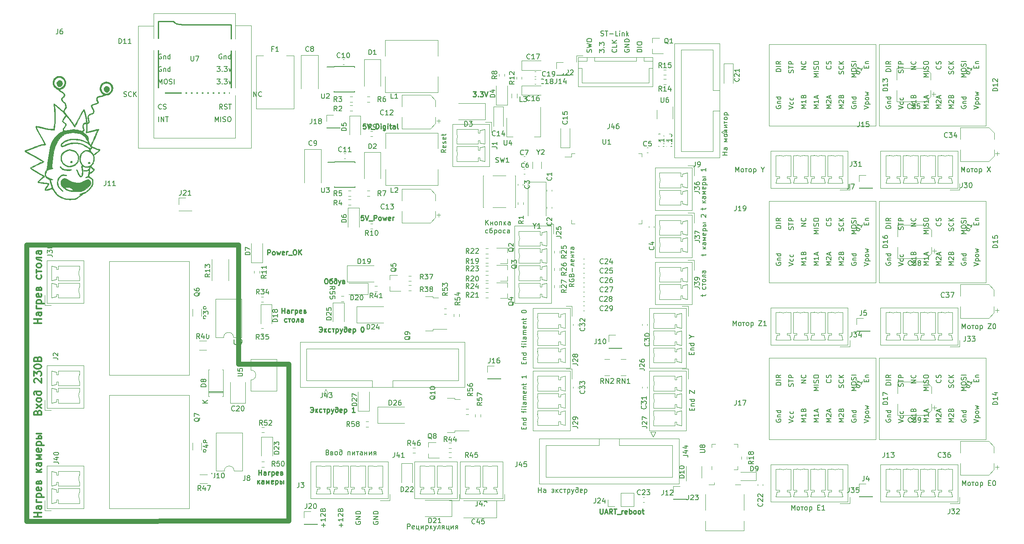
<source format=gto>
G04 #@! TF.GenerationSoftware,KiCad,Pcbnew,(5.1.8)-1*
G04 #@! TF.CreationDate,2020-12-25T17:54:38+03:00*
G04 #@! TF.ProjectId,3d_print_main,33645f70-7269-46e7-945f-6d61696e2e6b,rev?*
G04 #@! TF.SameCoordinates,Original*
G04 #@! TF.FileFunction,Legend,Top*
G04 #@! TF.FilePolarity,Positive*
%FSLAX46Y46*%
G04 Gerber Fmt 4.6, Leading zero omitted, Abs format (unit mm)*
G04 Created by KiCad (PCBNEW (5.1.8)-1) date 2020-12-25 17:54:38*
%MOMM*%
%LPD*%
G01*
G04 APERTURE LIST*
%ADD10C,0.250000*%
%ADD11C,0.150000*%
%ADD12C,0.375000*%
%ADD13C,1.000000*%
%ADD14C,0.010000*%
%ADD15C,0.120000*%
%ADD16C,6.502000*%
%ADD17C,0.902000*%
%ADD18O,2.302000X2.302000*%
%ADD19C,2.102000*%
%ADD20C,3.602000*%
%ADD21O,4.102000X3.102000*%
%ADD22O,1.902000X3.702000*%
%ADD23O,1.802000X1.802000*%
%ADD24C,1.102000*%
%ADD25C,1.852000*%
%ADD26O,1.702000X1.702000*%
%ADD27O,3.702000X1.902000*%
%ADD28C,1.802000*%
%ADD29O,1.802000X2.052000*%
G04 APERTURE END LIST*
D10*
X151979857Y-122642380D02*
X151979857Y-123451904D01*
X152027476Y-123547142D01*
X152075095Y-123594761D01*
X152170333Y-123642380D01*
X152360809Y-123642380D01*
X152456047Y-123594761D01*
X152503666Y-123547142D01*
X152551285Y-123451904D01*
X152551285Y-122642380D01*
X152979857Y-123356666D02*
X153456047Y-123356666D01*
X152884619Y-123642380D02*
X153217952Y-122642380D01*
X153551285Y-123642380D01*
X154456047Y-123642380D02*
X154122714Y-123166190D01*
X153884619Y-123642380D02*
X153884619Y-122642380D01*
X154265571Y-122642380D01*
X154360809Y-122690000D01*
X154408428Y-122737619D01*
X154456047Y-122832857D01*
X154456047Y-122975714D01*
X154408428Y-123070952D01*
X154360809Y-123118571D01*
X154265571Y-123166190D01*
X153884619Y-123166190D01*
X154741761Y-122642380D02*
X155313190Y-122642380D01*
X155027476Y-123642380D02*
X155027476Y-122642380D01*
X155408428Y-123737619D02*
X156170333Y-123737619D01*
X156408428Y-123642380D02*
X156408428Y-122975714D01*
X156408428Y-123166190D02*
X156456047Y-123070952D01*
X156503666Y-123023333D01*
X156598904Y-122975714D01*
X156694142Y-122975714D01*
X157408428Y-123594761D02*
X157313190Y-123642380D01*
X157122714Y-123642380D01*
X157027476Y-123594761D01*
X156979857Y-123499523D01*
X156979857Y-123118571D01*
X157027476Y-123023333D01*
X157122714Y-122975714D01*
X157313190Y-122975714D01*
X157408428Y-123023333D01*
X157456047Y-123118571D01*
X157456047Y-123213809D01*
X156979857Y-123309047D01*
X157884619Y-123642380D02*
X157884619Y-122642380D01*
X157884619Y-123023333D02*
X157979857Y-122975714D01*
X158170333Y-122975714D01*
X158265571Y-123023333D01*
X158313190Y-123070952D01*
X158360809Y-123166190D01*
X158360809Y-123451904D01*
X158313190Y-123547142D01*
X158265571Y-123594761D01*
X158170333Y-123642380D01*
X157979857Y-123642380D01*
X157884619Y-123594761D01*
X158932238Y-123642380D02*
X158837000Y-123594761D01*
X158789380Y-123547142D01*
X158741761Y-123451904D01*
X158741761Y-123166190D01*
X158789380Y-123070952D01*
X158837000Y-123023333D01*
X158932238Y-122975714D01*
X159075095Y-122975714D01*
X159170333Y-123023333D01*
X159217952Y-123070952D01*
X159265571Y-123166190D01*
X159265571Y-123451904D01*
X159217952Y-123547142D01*
X159170333Y-123594761D01*
X159075095Y-123642380D01*
X158932238Y-123642380D01*
X159837000Y-123642380D02*
X159741761Y-123594761D01*
X159694142Y-123547142D01*
X159646523Y-123451904D01*
X159646523Y-123166190D01*
X159694142Y-123070952D01*
X159741761Y-123023333D01*
X159837000Y-122975714D01*
X159979857Y-122975714D01*
X160075095Y-123023333D01*
X160122714Y-123070952D01*
X160170333Y-123166190D01*
X160170333Y-123451904D01*
X160122714Y-123547142D01*
X160075095Y-123594761D01*
X159979857Y-123642380D01*
X159837000Y-123642380D01*
X160456047Y-122975714D02*
X160837000Y-122975714D01*
X160598904Y-122642380D02*
X160598904Y-123499523D01*
X160646523Y-123594761D01*
X160741761Y-123642380D01*
X160837000Y-123642380D01*
X126285809Y-38187380D02*
X126904857Y-38187380D01*
X126571523Y-38568333D01*
X126714380Y-38568333D01*
X126809619Y-38615952D01*
X126857238Y-38663571D01*
X126904857Y-38758809D01*
X126904857Y-38996904D01*
X126857238Y-39092142D01*
X126809619Y-39139761D01*
X126714380Y-39187380D01*
X126428666Y-39187380D01*
X126333428Y-39139761D01*
X126285809Y-39092142D01*
X127333428Y-39092142D02*
X127381047Y-39139761D01*
X127333428Y-39187380D01*
X127285809Y-39139761D01*
X127333428Y-39092142D01*
X127333428Y-39187380D01*
X127714380Y-38187380D02*
X128333428Y-38187380D01*
X128000095Y-38568333D01*
X128142952Y-38568333D01*
X128238190Y-38615952D01*
X128285809Y-38663571D01*
X128333428Y-38758809D01*
X128333428Y-38996904D01*
X128285809Y-39092142D01*
X128238190Y-39139761D01*
X128142952Y-39187380D01*
X127857238Y-39187380D01*
X127762000Y-39139761D01*
X127714380Y-39092142D01*
X128619142Y-38187380D02*
X128952476Y-39187380D01*
X129285809Y-38187380D01*
X104148285Y-63206380D02*
X103672095Y-63206380D01*
X103624476Y-63682571D01*
X103672095Y-63634952D01*
X103767333Y-63587333D01*
X104005428Y-63587333D01*
X104100666Y-63634952D01*
X104148285Y-63682571D01*
X104195904Y-63777809D01*
X104195904Y-64015904D01*
X104148285Y-64111142D01*
X104100666Y-64158761D01*
X104005428Y-64206380D01*
X103767333Y-64206380D01*
X103672095Y-64158761D01*
X103624476Y-64111142D01*
X104481619Y-63206380D02*
X104814952Y-64206380D01*
X105148285Y-63206380D01*
X105243523Y-64301619D02*
X106005428Y-64301619D01*
X106243523Y-64206380D02*
X106243523Y-63206380D01*
X106624476Y-63206380D01*
X106719714Y-63254000D01*
X106767333Y-63301619D01*
X106814952Y-63396857D01*
X106814952Y-63539714D01*
X106767333Y-63634952D01*
X106719714Y-63682571D01*
X106624476Y-63730190D01*
X106243523Y-63730190D01*
X107386380Y-64206380D02*
X107291142Y-64158761D01*
X107243523Y-64111142D01*
X107195904Y-64015904D01*
X107195904Y-63730190D01*
X107243523Y-63634952D01*
X107291142Y-63587333D01*
X107386380Y-63539714D01*
X107529238Y-63539714D01*
X107624476Y-63587333D01*
X107672095Y-63634952D01*
X107719714Y-63730190D01*
X107719714Y-64015904D01*
X107672095Y-64111142D01*
X107624476Y-64158761D01*
X107529238Y-64206380D01*
X107386380Y-64206380D01*
X108053047Y-63539714D02*
X108243523Y-64206380D01*
X108434000Y-63730190D01*
X108624476Y-64206380D01*
X108814952Y-63539714D01*
X109576857Y-64158761D02*
X109481619Y-64206380D01*
X109291142Y-64206380D01*
X109195904Y-64158761D01*
X109148285Y-64063523D01*
X109148285Y-63682571D01*
X109195904Y-63587333D01*
X109291142Y-63539714D01*
X109481619Y-63539714D01*
X109576857Y-63587333D01*
X109624476Y-63682571D01*
X109624476Y-63777809D01*
X109148285Y-63873047D01*
X110053047Y-64206380D02*
X110053047Y-63539714D01*
X110053047Y-63730190D02*
X110100666Y-63634952D01*
X110148285Y-63587333D01*
X110243523Y-63539714D01*
X110338761Y-63539714D01*
X104569000Y-44664380D02*
X104092809Y-44664380D01*
X104045190Y-45140571D01*
X104092809Y-45092952D01*
X104188047Y-45045333D01*
X104426142Y-45045333D01*
X104521380Y-45092952D01*
X104569000Y-45140571D01*
X104616619Y-45235809D01*
X104616619Y-45473904D01*
X104569000Y-45569142D01*
X104521380Y-45616761D01*
X104426142Y-45664380D01*
X104188047Y-45664380D01*
X104092809Y-45616761D01*
X104045190Y-45569142D01*
X104902333Y-44664380D02*
X105235666Y-45664380D01*
X105569000Y-44664380D01*
X105664238Y-45759619D02*
X106426142Y-45759619D01*
X106664238Y-45664380D02*
X106664238Y-44664380D01*
X106902333Y-44664380D01*
X107045190Y-44712000D01*
X107140428Y-44807238D01*
X107188047Y-44902476D01*
X107235666Y-45092952D01*
X107235666Y-45235809D01*
X107188047Y-45426285D01*
X107140428Y-45521523D01*
X107045190Y-45616761D01*
X106902333Y-45664380D01*
X106664238Y-45664380D01*
X107664238Y-45664380D02*
X107664238Y-44997714D01*
X107664238Y-44664380D02*
X107616619Y-44712000D01*
X107664238Y-44759619D01*
X107711857Y-44712000D01*
X107664238Y-44664380D01*
X107664238Y-44759619D01*
X108569000Y-44997714D02*
X108569000Y-45807238D01*
X108521380Y-45902476D01*
X108473761Y-45950095D01*
X108378523Y-45997714D01*
X108235666Y-45997714D01*
X108140428Y-45950095D01*
X108569000Y-45616761D02*
X108473761Y-45664380D01*
X108283285Y-45664380D01*
X108188047Y-45616761D01*
X108140428Y-45569142D01*
X108092809Y-45473904D01*
X108092809Y-45188190D01*
X108140428Y-45092952D01*
X108188047Y-45045333D01*
X108283285Y-44997714D01*
X108473761Y-44997714D01*
X108569000Y-45045333D01*
X109045190Y-45664380D02*
X109045190Y-44997714D01*
X109045190Y-44664380D02*
X108997571Y-44712000D01*
X109045190Y-44759619D01*
X109092809Y-44712000D01*
X109045190Y-44664380D01*
X109045190Y-44759619D01*
X109378523Y-44997714D02*
X109759476Y-44997714D01*
X109521380Y-44664380D02*
X109521380Y-45521523D01*
X109569000Y-45616761D01*
X109664238Y-45664380D01*
X109759476Y-45664380D01*
X110521380Y-45664380D02*
X110521380Y-45140571D01*
X110473761Y-45045333D01*
X110378523Y-44997714D01*
X110188047Y-44997714D01*
X110092809Y-45045333D01*
X110521380Y-45616761D02*
X110426142Y-45664380D01*
X110188047Y-45664380D01*
X110092809Y-45616761D01*
X110045190Y-45521523D01*
X110045190Y-45426285D01*
X110092809Y-45331047D01*
X110188047Y-45283428D01*
X110426142Y-45283428D01*
X110521380Y-45235809D01*
X111140428Y-45664380D02*
X111045190Y-45616761D01*
X110997571Y-45521523D01*
X110997571Y-44664380D01*
X96488476Y-76033380D02*
X96678952Y-76033380D01*
X96774190Y-76081000D01*
X96869428Y-76176238D01*
X96917047Y-76366714D01*
X96917047Y-76700047D01*
X96869428Y-76890523D01*
X96774190Y-76985761D01*
X96678952Y-77033380D01*
X96488476Y-77033380D01*
X96393238Y-76985761D01*
X96298000Y-76890523D01*
X96250380Y-76700047D01*
X96250380Y-76366714D01*
X96298000Y-76176238D01*
X96393238Y-76081000D01*
X96488476Y-76033380D01*
X97821809Y-75985761D02*
X97774190Y-76033380D01*
X97678952Y-76081000D01*
X97488476Y-76081000D01*
X97393238Y-76128619D01*
X97345619Y-76176238D01*
X97298000Y-76271476D01*
X97298000Y-76842904D01*
X97345619Y-76938142D01*
X97393238Y-76985761D01*
X97488476Y-77033380D01*
X97631333Y-77033380D01*
X97726571Y-76985761D01*
X97774190Y-76938142D01*
X97821809Y-76842904D01*
X97821809Y-76557190D01*
X97774190Y-76461952D01*
X97726571Y-76414333D01*
X97631333Y-76366714D01*
X97440857Y-76366714D01*
X97345619Y-76414333D01*
X97298000Y-76461952D01*
X98726571Y-76461952D02*
X98678952Y-76414333D01*
X98583714Y-76366714D01*
X98393238Y-76366714D01*
X98298000Y-76414333D01*
X98250380Y-76461952D01*
X98202761Y-76557190D01*
X98202761Y-76842904D01*
X98250380Y-76938142D01*
X98298000Y-76985761D01*
X98393238Y-77033380D01*
X98536095Y-77033380D01*
X98631333Y-76985761D01*
X98678952Y-76938142D01*
X98726571Y-76842904D01*
X98726571Y-76223857D01*
X98678952Y-76128619D01*
X98631333Y-76081000D01*
X98536095Y-76033380D01*
X98345619Y-76033380D01*
X98250380Y-76081000D01*
X99059904Y-76366714D02*
X99298000Y-77033380D01*
X99536095Y-76366714D02*
X99298000Y-77033380D01*
X99202761Y-77271476D01*
X99155142Y-77319095D01*
X99059904Y-77366714D01*
X100155142Y-76700047D02*
X100298000Y-76747666D01*
X100345619Y-76842904D01*
X100345619Y-76890523D01*
X100298000Y-76985761D01*
X100202761Y-77033380D01*
X99917047Y-77033380D01*
X99917047Y-76366714D01*
X100155142Y-76366714D01*
X100250380Y-76414333D01*
X100298000Y-76509571D01*
X100298000Y-76557190D01*
X100250380Y-76652428D01*
X100155142Y-76700047D01*
X99917047Y-76700047D01*
X95814047Y-86336190D02*
X95337857Y-86336190D01*
X95195000Y-85907619D02*
X95242619Y-85860000D01*
X95385476Y-85812380D01*
X95480714Y-85812380D01*
X95623571Y-85860000D01*
X95718809Y-85955238D01*
X95766428Y-86050476D01*
X95814047Y-86240952D01*
X95814047Y-86383809D01*
X95766428Y-86574285D01*
X95718809Y-86669523D01*
X95623571Y-86764761D01*
X95480714Y-86812380D01*
X95385476Y-86812380D01*
X95242619Y-86764761D01*
X95195000Y-86717142D01*
X96242619Y-86145714D02*
X96242619Y-86812380D01*
X96337857Y-86431428D02*
X96623571Y-86812380D01*
X96623571Y-86145714D02*
X96242619Y-86526666D01*
X97480714Y-86764761D02*
X97385476Y-86812380D01*
X97195000Y-86812380D01*
X97099761Y-86764761D01*
X97052142Y-86717142D01*
X97004523Y-86621904D01*
X97004523Y-86336190D01*
X97052142Y-86240952D01*
X97099761Y-86193333D01*
X97195000Y-86145714D01*
X97385476Y-86145714D01*
X97480714Y-86193333D01*
X97766428Y-86145714D02*
X98242619Y-86145714D01*
X98004523Y-86145714D02*
X98004523Y-86812380D01*
X98575952Y-86145714D02*
X98575952Y-87145714D01*
X98575952Y-86193333D02*
X98671190Y-86145714D01*
X98861666Y-86145714D01*
X98956904Y-86193333D01*
X99004523Y-86240952D01*
X99052142Y-86336190D01*
X99052142Y-86621904D01*
X99004523Y-86717142D01*
X98956904Y-86764761D01*
X98861666Y-86812380D01*
X98671190Y-86812380D01*
X98575952Y-86764761D01*
X99385476Y-86145714D02*
X99623571Y-86812380D01*
X99861666Y-86145714D02*
X99623571Y-86812380D01*
X99528333Y-87050476D01*
X99480714Y-87098095D01*
X99385476Y-87145714D01*
X100718809Y-86240952D02*
X100671190Y-86193333D01*
X100575952Y-86145714D01*
X100385476Y-86145714D01*
X100290238Y-86193333D01*
X100242619Y-86240952D01*
X100195000Y-86336190D01*
X100195000Y-86621904D01*
X100242619Y-86717142D01*
X100290238Y-86764761D01*
X100385476Y-86812380D01*
X100528333Y-86812380D01*
X100623571Y-86764761D01*
X100671190Y-86717142D01*
X100718809Y-86621904D01*
X100718809Y-86002857D01*
X100671190Y-85907619D01*
X100623571Y-85860000D01*
X100528333Y-85812380D01*
X100337857Y-85812380D01*
X100242619Y-85860000D01*
X101528333Y-86764761D02*
X101433095Y-86812380D01*
X101242619Y-86812380D01*
X101147380Y-86764761D01*
X101099761Y-86669523D01*
X101099761Y-86288571D01*
X101147380Y-86193333D01*
X101242619Y-86145714D01*
X101433095Y-86145714D01*
X101528333Y-86193333D01*
X101575952Y-86288571D01*
X101575952Y-86383809D01*
X101099761Y-86479047D01*
X102004523Y-86145714D02*
X102004523Y-87145714D01*
X102004523Y-86193333D02*
X102099761Y-86145714D01*
X102290238Y-86145714D01*
X102385476Y-86193333D01*
X102433095Y-86240952D01*
X102480714Y-86336190D01*
X102480714Y-86621904D01*
X102433095Y-86717142D01*
X102385476Y-86764761D01*
X102290238Y-86812380D01*
X102099761Y-86812380D01*
X102004523Y-86764761D01*
X103861666Y-85812380D02*
X103956904Y-85812380D01*
X104052142Y-85860000D01*
X104099761Y-85907619D01*
X104147380Y-86002857D01*
X104195000Y-86193333D01*
X104195000Y-86431428D01*
X104147380Y-86621904D01*
X104099761Y-86717142D01*
X104052142Y-86764761D01*
X103956904Y-86812380D01*
X103861666Y-86812380D01*
X103766428Y-86764761D01*
X103718809Y-86717142D01*
X103671190Y-86621904D01*
X103623571Y-86431428D01*
X103623571Y-86193333D01*
X103671190Y-86002857D01*
X103718809Y-85907619D01*
X103766428Y-85860000D01*
X103861666Y-85812380D01*
X94036047Y-102592190D02*
X93559857Y-102592190D01*
X93417000Y-102163619D02*
X93464619Y-102116000D01*
X93607476Y-102068380D01*
X93702714Y-102068380D01*
X93845571Y-102116000D01*
X93940809Y-102211238D01*
X93988428Y-102306476D01*
X94036047Y-102496952D01*
X94036047Y-102639809D01*
X93988428Y-102830285D01*
X93940809Y-102925523D01*
X93845571Y-103020761D01*
X93702714Y-103068380D01*
X93607476Y-103068380D01*
X93464619Y-103020761D01*
X93417000Y-102973142D01*
X94464619Y-102401714D02*
X94464619Y-103068380D01*
X94559857Y-102687428D02*
X94845571Y-103068380D01*
X94845571Y-102401714D02*
X94464619Y-102782666D01*
X95702714Y-103020761D02*
X95607476Y-103068380D01*
X95417000Y-103068380D01*
X95321761Y-103020761D01*
X95274142Y-102973142D01*
X95226523Y-102877904D01*
X95226523Y-102592190D01*
X95274142Y-102496952D01*
X95321761Y-102449333D01*
X95417000Y-102401714D01*
X95607476Y-102401714D01*
X95702714Y-102449333D01*
X95988428Y-102401714D02*
X96464619Y-102401714D01*
X96226523Y-102401714D02*
X96226523Y-103068380D01*
X96797952Y-102401714D02*
X96797952Y-103401714D01*
X96797952Y-102449333D02*
X96893190Y-102401714D01*
X97083666Y-102401714D01*
X97178904Y-102449333D01*
X97226523Y-102496952D01*
X97274142Y-102592190D01*
X97274142Y-102877904D01*
X97226523Y-102973142D01*
X97178904Y-103020761D01*
X97083666Y-103068380D01*
X96893190Y-103068380D01*
X96797952Y-103020761D01*
X97607476Y-102401714D02*
X97845571Y-103068380D01*
X98083666Y-102401714D02*
X97845571Y-103068380D01*
X97750333Y-103306476D01*
X97702714Y-103354095D01*
X97607476Y-103401714D01*
X98940809Y-102496952D02*
X98893190Y-102449333D01*
X98797952Y-102401714D01*
X98607476Y-102401714D01*
X98512238Y-102449333D01*
X98464619Y-102496952D01*
X98417000Y-102592190D01*
X98417000Y-102877904D01*
X98464619Y-102973142D01*
X98512238Y-103020761D01*
X98607476Y-103068380D01*
X98750333Y-103068380D01*
X98845571Y-103020761D01*
X98893190Y-102973142D01*
X98940809Y-102877904D01*
X98940809Y-102258857D01*
X98893190Y-102163619D01*
X98845571Y-102116000D01*
X98750333Y-102068380D01*
X98559857Y-102068380D01*
X98464619Y-102116000D01*
X99750333Y-103020761D02*
X99655095Y-103068380D01*
X99464619Y-103068380D01*
X99369380Y-103020761D01*
X99321761Y-102925523D01*
X99321761Y-102544571D01*
X99369380Y-102449333D01*
X99464619Y-102401714D01*
X99655095Y-102401714D01*
X99750333Y-102449333D01*
X99797952Y-102544571D01*
X99797952Y-102639809D01*
X99321761Y-102735047D01*
X100226523Y-102401714D02*
X100226523Y-103401714D01*
X100226523Y-102449333D02*
X100321761Y-102401714D01*
X100512238Y-102401714D01*
X100607476Y-102449333D01*
X100655095Y-102496952D01*
X100702714Y-102592190D01*
X100702714Y-102877904D01*
X100655095Y-102973142D01*
X100607476Y-103020761D01*
X100512238Y-103068380D01*
X100321761Y-103068380D01*
X100226523Y-103020761D01*
X102417000Y-103068380D02*
X101845571Y-103068380D01*
X102131285Y-103068380D02*
X102131285Y-102068380D01*
X102036047Y-102211238D01*
X101940809Y-102306476D01*
X101845571Y-102354095D01*
X82939238Y-115782380D02*
X82939238Y-114782380D01*
X82939238Y-115258571D02*
X83510666Y-115258571D01*
X83510666Y-115782380D02*
X83510666Y-114782380D01*
X84415428Y-115782380D02*
X84415428Y-115258571D01*
X84367809Y-115163333D01*
X84272571Y-115115714D01*
X84082095Y-115115714D01*
X83986857Y-115163333D01*
X84415428Y-115734761D02*
X84320190Y-115782380D01*
X84082095Y-115782380D01*
X83986857Y-115734761D01*
X83939238Y-115639523D01*
X83939238Y-115544285D01*
X83986857Y-115449047D01*
X84082095Y-115401428D01*
X84320190Y-115401428D01*
X84415428Y-115353809D01*
X84891619Y-115782380D02*
X84891619Y-115115714D01*
X85272571Y-115115714D01*
X85605904Y-115115714D02*
X85605904Y-116115714D01*
X85605904Y-115163333D02*
X85701142Y-115115714D01*
X85891619Y-115115714D01*
X85986857Y-115163333D01*
X86034476Y-115210952D01*
X86082095Y-115306190D01*
X86082095Y-115591904D01*
X86034476Y-115687142D01*
X85986857Y-115734761D01*
X85891619Y-115782380D01*
X85701142Y-115782380D01*
X85605904Y-115734761D01*
X86891619Y-115734761D02*
X86796380Y-115782380D01*
X86605904Y-115782380D01*
X86510666Y-115734761D01*
X86463047Y-115639523D01*
X86463047Y-115258571D01*
X86510666Y-115163333D01*
X86605904Y-115115714D01*
X86796380Y-115115714D01*
X86891619Y-115163333D01*
X86939238Y-115258571D01*
X86939238Y-115353809D01*
X86463047Y-115449047D01*
X87605904Y-115449047D02*
X87748761Y-115496666D01*
X87796380Y-115591904D01*
X87796380Y-115639523D01*
X87748761Y-115734761D01*
X87653523Y-115782380D01*
X87367809Y-115782380D01*
X87367809Y-115115714D01*
X87605904Y-115115714D01*
X87701142Y-115163333D01*
X87748761Y-115258571D01*
X87748761Y-115306190D01*
X87701142Y-115401428D01*
X87605904Y-115449047D01*
X87367809Y-115449047D01*
X82748761Y-116865714D02*
X82748761Y-117532380D01*
X82844000Y-117151428D02*
X83129714Y-117532380D01*
X83129714Y-116865714D02*
X82748761Y-117246666D01*
X83986857Y-117532380D02*
X83986857Y-117008571D01*
X83939238Y-116913333D01*
X83844000Y-116865714D01*
X83653523Y-116865714D01*
X83558285Y-116913333D01*
X83986857Y-117484761D02*
X83891619Y-117532380D01*
X83653523Y-117532380D01*
X83558285Y-117484761D01*
X83510666Y-117389523D01*
X83510666Y-117294285D01*
X83558285Y-117199047D01*
X83653523Y-117151428D01*
X83891619Y-117151428D01*
X83986857Y-117103809D01*
X84463047Y-117532380D02*
X84463047Y-116865714D01*
X84748761Y-117389523D01*
X85034476Y-116865714D01*
X85034476Y-117532380D01*
X85891619Y-117484761D02*
X85796380Y-117532380D01*
X85605904Y-117532380D01*
X85510666Y-117484761D01*
X85463047Y-117389523D01*
X85463047Y-117008571D01*
X85510666Y-116913333D01*
X85605904Y-116865714D01*
X85796380Y-116865714D01*
X85891619Y-116913333D01*
X85939238Y-117008571D01*
X85939238Y-117103809D01*
X85463047Y-117199047D01*
X86367809Y-116865714D02*
X86367809Y-117865714D01*
X86367809Y-116913333D02*
X86463047Y-116865714D01*
X86653523Y-116865714D01*
X86748761Y-116913333D01*
X86796380Y-116960952D01*
X86844000Y-117056190D01*
X86844000Y-117341904D01*
X86796380Y-117437142D01*
X86748761Y-117484761D01*
X86653523Y-117532380D01*
X86463047Y-117532380D01*
X86367809Y-117484761D01*
X87939238Y-116865714D02*
X87939238Y-117532380D01*
X87272571Y-116865714D02*
X87272571Y-117532380D01*
X87510666Y-117532380D01*
X87605904Y-117484761D01*
X87653523Y-117389523D01*
X87653523Y-117246666D01*
X87605904Y-117151428D01*
X87510666Y-117103809D01*
X87272571Y-117103809D01*
X87638238Y-83016380D02*
X87638238Y-82016380D01*
X87638238Y-82492571D02*
X88209666Y-82492571D01*
X88209666Y-83016380D02*
X88209666Y-82016380D01*
X89114428Y-83016380D02*
X89114428Y-82492571D01*
X89066809Y-82397333D01*
X88971571Y-82349714D01*
X88781095Y-82349714D01*
X88685857Y-82397333D01*
X89114428Y-82968761D02*
X89019190Y-83016380D01*
X88781095Y-83016380D01*
X88685857Y-82968761D01*
X88638238Y-82873523D01*
X88638238Y-82778285D01*
X88685857Y-82683047D01*
X88781095Y-82635428D01*
X89019190Y-82635428D01*
X89114428Y-82587809D01*
X89590619Y-83016380D02*
X89590619Y-82349714D01*
X89971571Y-82349714D01*
X90304904Y-82349714D02*
X90304904Y-83349714D01*
X90304904Y-82397333D02*
X90400142Y-82349714D01*
X90590619Y-82349714D01*
X90685857Y-82397333D01*
X90733476Y-82444952D01*
X90781095Y-82540190D01*
X90781095Y-82825904D01*
X90733476Y-82921142D01*
X90685857Y-82968761D01*
X90590619Y-83016380D01*
X90400142Y-83016380D01*
X90304904Y-82968761D01*
X91590619Y-82968761D02*
X91495380Y-83016380D01*
X91304904Y-83016380D01*
X91209666Y-82968761D01*
X91162047Y-82873523D01*
X91162047Y-82492571D01*
X91209666Y-82397333D01*
X91304904Y-82349714D01*
X91495380Y-82349714D01*
X91590619Y-82397333D01*
X91638238Y-82492571D01*
X91638238Y-82587809D01*
X91162047Y-82683047D01*
X92304904Y-82683047D02*
X92447761Y-82730666D01*
X92495380Y-82825904D01*
X92495380Y-82873523D01*
X92447761Y-82968761D01*
X92352523Y-83016380D01*
X92066809Y-83016380D01*
X92066809Y-82349714D01*
X92304904Y-82349714D01*
X92400142Y-82397333D01*
X92447761Y-82492571D01*
X92447761Y-82540190D01*
X92400142Y-82635428D01*
X92304904Y-82683047D01*
X92066809Y-82683047D01*
X88614428Y-84718761D02*
X88519190Y-84766380D01*
X88328714Y-84766380D01*
X88233476Y-84718761D01*
X88185857Y-84671142D01*
X88138238Y-84575904D01*
X88138238Y-84290190D01*
X88185857Y-84194952D01*
X88233476Y-84147333D01*
X88328714Y-84099714D01*
X88519190Y-84099714D01*
X88614428Y-84147333D01*
X88900142Y-84099714D02*
X89376333Y-84099714D01*
X89138238Y-84099714D02*
X89138238Y-84766380D01*
X89852523Y-84766380D02*
X89757285Y-84718761D01*
X89709666Y-84671142D01*
X89662047Y-84575904D01*
X89662047Y-84290190D01*
X89709666Y-84194952D01*
X89757285Y-84147333D01*
X89852523Y-84099714D01*
X89995380Y-84099714D01*
X90090619Y-84147333D01*
X90138238Y-84194952D01*
X90185857Y-84290190D01*
X90185857Y-84575904D01*
X90138238Y-84671142D01*
X90090619Y-84718761D01*
X89995380Y-84766380D01*
X89852523Y-84766380D01*
X90995380Y-84766380D02*
X90995380Y-84099714D01*
X90852523Y-84099714D01*
X90757285Y-84147333D01*
X90709666Y-84242571D01*
X90662047Y-84623523D01*
X90614428Y-84718761D01*
X90519190Y-84766380D01*
X91900142Y-84766380D02*
X91900142Y-84242571D01*
X91852523Y-84147333D01*
X91757285Y-84099714D01*
X91566809Y-84099714D01*
X91471571Y-84147333D01*
X91900142Y-84718761D02*
X91804904Y-84766380D01*
X91566809Y-84766380D01*
X91471571Y-84718761D01*
X91423952Y-84623523D01*
X91423952Y-84528285D01*
X91471571Y-84433047D01*
X91566809Y-84385428D01*
X91804904Y-84385428D01*
X91900142Y-84337809D01*
X84757047Y-71191380D02*
X84757047Y-70191380D01*
X85138000Y-70191380D01*
X85233238Y-70239000D01*
X85280857Y-70286619D01*
X85328476Y-70381857D01*
X85328476Y-70524714D01*
X85280857Y-70619952D01*
X85233238Y-70667571D01*
X85138000Y-70715190D01*
X84757047Y-70715190D01*
X85899904Y-71191380D02*
X85804666Y-71143761D01*
X85757047Y-71096142D01*
X85709428Y-71000904D01*
X85709428Y-70715190D01*
X85757047Y-70619952D01*
X85804666Y-70572333D01*
X85899904Y-70524714D01*
X86042761Y-70524714D01*
X86138000Y-70572333D01*
X86185619Y-70619952D01*
X86233238Y-70715190D01*
X86233238Y-71000904D01*
X86185619Y-71096142D01*
X86138000Y-71143761D01*
X86042761Y-71191380D01*
X85899904Y-71191380D01*
X86566571Y-70524714D02*
X86757047Y-71191380D01*
X86947523Y-70715190D01*
X87138000Y-71191380D01*
X87328476Y-70524714D01*
X88090380Y-71143761D02*
X87995142Y-71191380D01*
X87804666Y-71191380D01*
X87709428Y-71143761D01*
X87661809Y-71048523D01*
X87661809Y-70667571D01*
X87709428Y-70572333D01*
X87804666Y-70524714D01*
X87995142Y-70524714D01*
X88090380Y-70572333D01*
X88138000Y-70667571D01*
X88138000Y-70762809D01*
X87661809Y-70858047D01*
X88566571Y-71191380D02*
X88566571Y-70524714D01*
X88566571Y-70715190D02*
X88614190Y-70619952D01*
X88661809Y-70572333D01*
X88757047Y-70524714D01*
X88852285Y-70524714D01*
X88947523Y-71286619D02*
X89709428Y-71286619D01*
X90138000Y-70191380D02*
X90328476Y-70191380D01*
X90423714Y-70239000D01*
X90518952Y-70334238D01*
X90566571Y-70524714D01*
X90566571Y-70858047D01*
X90518952Y-71048523D01*
X90423714Y-71143761D01*
X90328476Y-71191380D01*
X90138000Y-71191380D01*
X90042761Y-71143761D01*
X89947523Y-71048523D01*
X89899904Y-70858047D01*
X89899904Y-70524714D01*
X89947523Y-70334238D01*
X90042761Y-70239000D01*
X90138000Y-70191380D01*
X90995142Y-71191380D02*
X90995142Y-70191380D01*
X91566571Y-71191380D02*
X91138000Y-70619952D01*
X91566571Y-70191380D02*
X90995142Y-70762809D01*
D11*
X120848380Y-49892976D02*
X120372190Y-50226309D01*
X120848380Y-50464404D02*
X119848380Y-50464404D01*
X119848380Y-50083452D01*
X119896000Y-49988214D01*
X119943619Y-49940595D01*
X120038857Y-49892976D01*
X120181714Y-49892976D01*
X120276952Y-49940595D01*
X120324571Y-49988214D01*
X120372190Y-50083452D01*
X120372190Y-50464404D01*
X120800761Y-49083452D02*
X120848380Y-49178690D01*
X120848380Y-49369166D01*
X120800761Y-49464404D01*
X120705523Y-49512023D01*
X120324571Y-49512023D01*
X120229333Y-49464404D01*
X120181714Y-49369166D01*
X120181714Y-49178690D01*
X120229333Y-49083452D01*
X120324571Y-49035833D01*
X120419809Y-49035833D01*
X120515047Y-49512023D01*
X120800761Y-48654880D02*
X120848380Y-48559642D01*
X120848380Y-48369166D01*
X120800761Y-48273928D01*
X120705523Y-48226309D01*
X120657904Y-48226309D01*
X120562666Y-48273928D01*
X120515047Y-48369166D01*
X120515047Y-48512023D01*
X120467428Y-48607261D01*
X120372190Y-48654880D01*
X120324571Y-48654880D01*
X120229333Y-48607261D01*
X120181714Y-48512023D01*
X120181714Y-48369166D01*
X120229333Y-48273928D01*
X120800761Y-47416785D02*
X120848380Y-47512023D01*
X120848380Y-47702500D01*
X120800761Y-47797738D01*
X120705523Y-47845357D01*
X120324571Y-47845357D01*
X120229333Y-47797738D01*
X120181714Y-47702500D01*
X120181714Y-47512023D01*
X120229333Y-47416785D01*
X120324571Y-47369166D01*
X120419809Y-47369166D01*
X120515047Y-47845357D01*
X120181714Y-47083452D02*
X120181714Y-46702500D01*
X119848380Y-46940595D02*
X120705523Y-46940595D01*
X120800761Y-46892976D01*
X120848380Y-46797738D01*
X120848380Y-46702500D01*
X128859595Y-65159380D02*
X128859595Y-64159380D01*
X129431023Y-65159380D02*
X129002452Y-64587952D01*
X129431023Y-64159380D02*
X128859595Y-64730809D01*
X129859595Y-64826047D02*
X130288166Y-64826047D01*
X129859595Y-64492714D02*
X129859595Y-65159380D01*
X130288166Y-64492714D02*
X130288166Y-65159380D01*
X130907214Y-65159380D02*
X130811976Y-65111761D01*
X130764357Y-65064142D01*
X130716738Y-64968904D01*
X130716738Y-64683190D01*
X130764357Y-64587952D01*
X130811976Y-64540333D01*
X130907214Y-64492714D01*
X131050071Y-64492714D01*
X131145309Y-64540333D01*
X131192928Y-64587952D01*
X131240547Y-64683190D01*
X131240547Y-64968904D01*
X131192928Y-65064142D01*
X131145309Y-65111761D01*
X131050071Y-65159380D01*
X130907214Y-65159380D01*
X131669119Y-65159380D02*
X131669119Y-64492714D01*
X132097690Y-64492714D01*
X132097690Y-65159380D01*
X132573880Y-64492714D02*
X132573880Y-65159380D01*
X132669119Y-64778428D02*
X132954833Y-65159380D01*
X132954833Y-64492714D02*
X132573880Y-64873666D01*
X133811976Y-65159380D02*
X133811976Y-64635571D01*
X133764357Y-64540333D01*
X133669119Y-64492714D01*
X133478642Y-64492714D01*
X133383404Y-64540333D01*
X133811976Y-65111761D02*
X133716738Y-65159380D01*
X133478642Y-65159380D01*
X133383404Y-65111761D01*
X133335785Y-65016523D01*
X133335785Y-64921285D01*
X133383404Y-64826047D01*
X133478642Y-64778428D01*
X133716738Y-64778428D01*
X133811976Y-64730809D01*
X129288166Y-66761761D02*
X129192928Y-66809380D01*
X129002452Y-66809380D01*
X128907214Y-66761761D01*
X128859595Y-66714142D01*
X128811976Y-66618904D01*
X128811976Y-66333190D01*
X128859595Y-66237952D01*
X128907214Y-66190333D01*
X129002452Y-66142714D01*
X129192928Y-66142714D01*
X129288166Y-66190333D01*
X130192928Y-65761761D02*
X130145309Y-65809380D01*
X130050071Y-65857000D01*
X129859595Y-65857000D01*
X129764357Y-65904619D01*
X129716738Y-65952238D01*
X129669119Y-66047476D01*
X129669119Y-66618904D01*
X129716738Y-66714142D01*
X129764357Y-66761761D01*
X129859595Y-66809380D01*
X130002452Y-66809380D01*
X130097690Y-66761761D01*
X130145309Y-66714142D01*
X130192928Y-66618904D01*
X130192928Y-66333190D01*
X130145309Y-66237952D01*
X130097690Y-66190333D01*
X130002452Y-66142714D01*
X129811976Y-66142714D01*
X129716738Y-66190333D01*
X129669119Y-66237952D01*
X130621500Y-66142714D02*
X130621500Y-67142714D01*
X130621500Y-66190333D02*
X130716738Y-66142714D01*
X130907214Y-66142714D01*
X131002452Y-66190333D01*
X131050071Y-66237952D01*
X131097690Y-66333190D01*
X131097690Y-66618904D01*
X131050071Y-66714142D01*
X131002452Y-66761761D01*
X130907214Y-66809380D01*
X130716738Y-66809380D01*
X130621500Y-66761761D01*
X131669119Y-66809380D02*
X131573880Y-66761761D01*
X131526261Y-66714142D01*
X131478642Y-66618904D01*
X131478642Y-66333190D01*
X131526261Y-66237952D01*
X131573880Y-66190333D01*
X131669119Y-66142714D01*
X131811976Y-66142714D01*
X131907214Y-66190333D01*
X131954833Y-66237952D01*
X132002452Y-66333190D01*
X132002452Y-66618904D01*
X131954833Y-66714142D01*
X131907214Y-66761761D01*
X131811976Y-66809380D01*
X131669119Y-66809380D01*
X132859595Y-66761761D02*
X132764357Y-66809380D01*
X132573880Y-66809380D01*
X132478642Y-66761761D01*
X132431023Y-66714142D01*
X132383404Y-66618904D01*
X132383404Y-66333190D01*
X132431023Y-66237952D01*
X132478642Y-66190333D01*
X132573880Y-66142714D01*
X132764357Y-66142714D01*
X132859595Y-66190333D01*
X133716738Y-66809380D02*
X133716738Y-66285571D01*
X133669119Y-66190333D01*
X133573880Y-66142714D01*
X133383404Y-66142714D01*
X133288166Y-66190333D01*
X133716738Y-66761761D02*
X133621500Y-66809380D01*
X133383404Y-66809380D01*
X133288166Y-66761761D01*
X133240547Y-66666523D01*
X133240547Y-66571285D01*
X133288166Y-66476047D01*
X133383404Y-66428428D01*
X133621500Y-66428428D01*
X133716738Y-66380809D01*
X160472380Y-30144404D02*
X159472380Y-30144404D01*
X159472380Y-29906309D01*
X159520000Y-29763452D01*
X159615238Y-29668214D01*
X159710476Y-29620595D01*
X159900952Y-29572976D01*
X160043809Y-29572976D01*
X160234285Y-29620595D01*
X160329523Y-29668214D01*
X160424761Y-29763452D01*
X160472380Y-29906309D01*
X160472380Y-30144404D01*
X160472380Y-29144404D02*
X159472380Y-29144404D01*
X159472380Y-28477738D02*
X159472380Y-28287261D01*
X159520000Y-28192023D01*
X159615238Y-28096785D01*
X159805714Y-28049166D01*
X160139047Y-28049166D01*
X160329523Y-28096785D01*
X160424761Y-28192023D01*
X160472380Y-28287261D01*
X160472380Y-28477738D01*
X160424761Y-28572976D01*
X160329523Y-28668214D01*
X160139047Y-28715833D01*
X159805714Y-28715833D01*
X159615238Y-28668214D01*
X159520000Y-28572976D01*
X159472380Y-28477738D01*
X156980000Y-29620595D02*
X156932380Y-29715833D01*
X156932380Y-29858690D01*
X156980000Y-30001547D01*
X157075238Y-30096785D01*
X157170476Y-30144404D01*
X157360952Y-30192023D01*
X157503809Y-30192023D01*
X157694285Y-30144404D01*
X157789523Y-30096785D01*
X157884761Y-30001547D01*
X157932380Y-29858690D01*
X157932380Y-29763452D01*
X157884761Y-29620595D01*
X157837142Y-29572976D01*
X157503809Y-29572976D01*
X157503809Y-29763452D01*
X157932380Y-29144404D02*
X156932380Y-29144404D01*
X157932380Y-28572976D01*
X156932380Y-28572976D01*
X157932380Y-28096785D02*
X156932380Y-28096785D01*
X156932380Y-27858690D01*
X156980000Y-27715833D01*
X157075238Y-27620595D01*
X157170476Y-27572976D01*
X157360952Y-27525357D01*
X157503809Y-27525357D01*
X157694285Y-27572976D01*
X157789523Y-27620595D01*
X157884761Y-27715833D01*
X157932380Y-27858690D01*
X157932380Y-28096785D01*
X155297142Y-29572976D02*
X155344761Y-29620595D01*
X155392380Y-29763452D01*
X155392380Y-29858690D01*
X155344761Y-30001547D01*
X155249523Y-30096785D01*
X155154285Y-30144404D01*
X154963809Y-30192023D01*
X154820952Y-30192023D01*
X154630476Y-30144404D01*
X154535238Y-30096785D01*
X154440000Y-30001547D01*
X154392380Y-29858690D01*
X154392380Y-29763452D01*
X154440000Y-29620595D01*
X154487619Y-29572976D01*
X155392380Y-28668214D02*
X155392380Y-29144404D01*
X154392380Y-29144404D01*
X155392380Y-28334880D02*
X154392380Y-28334880D01*
X155392380Y-27763452D02*
X154820952Y-28192023D01*
X154392380Y-27763452D02*
X154963809Y-28334880D01*
X151852380Y-30239642D02*
X151852380Y-29620595D01*
X152233333Y-29953928D01*
X152233333Y-29811071D01*
X152280952Y-29715833D01*
X152328571Y-29668214D01*
X152423809Y-29620595D01*
X152661904Y-29620595D01*
X152757142Y-29668214D01*
X152804761Y-29715833D01*
X152852380Y-29811071D01*
X152852380Y-30096785D01*
X152804761Y-30192023D01*
X152757142Y-30239642D01*
X152757142Y-29192023D02*
X152804761Y-29144404D01*
X152852380Y-29192023D01*
X152804761Y-29239642D01*
X152757142Y-29192023D01*
X152852380Y-29192023D01*
X151852380Y-28811071D02*
X151852380Y-28192023D01*
X152233333Y-28525357D01*
X152233333Y-28382500D01*
X152280952Y-28287261D01*
X152328571Y-28239642D01*
X152423809Y-28192023D01*
X152661904Y-28192023D01*
X152757142Y-28239642D01*
X152804761Y-28287261D01*
X152852380Y-28382500D01*
X152852380Y-28668214D01*
X152804761Y-28763452D01*
X152757142Y-28811071D01*
X150264761Y-30192023D02*
X150312380Y-30049166D01*
X150312380Y-29811071D01*
X150264761Y-29715833D01*
X150217142Y-29668214D01*
X150121904Y-29620595D01*
X150026666Y-29620595D01*
X149931428Y-29668214D01*
X149883809Y-29715833D01*
X149836190Y-29811071D01*
X149788571Y-30001547D01*
X149740952Y-30096785D01*
X149693333Y-30144404D01*
X149598095Y-30192023D01*
X149502857Y-30192023D01*
X149407619Y-30144404D01*
X149360000Y-30096785D01*
X149312380Y-30001547D01*
X149312380Y-29763452D01*
X149360000Y-29620595D01*
X149312380Y-29287261D02*
X150312380Y-29049166D01*
X149598095Y-28858690D01*
X150312380Y-28668214D01*
X149312380Y-28430119D01*
X149312380Y-27858690D02*
X149312380Y-27668214D01*
X149360000Y-27572976D01*
X149455238Y-27477738D01*
X149645714Y-27430119D01*
X149979047Y-27430119D01*
X150169523Y-27477738D01*
X150264761Y-27572976D01*
X150312380Y-27668214D01*
X150312380Y-27858690D01*
X150264761Y-27953928D01*
X150169523Y-28049166D01*
X149979047Y-28096785D01*
X149645714Y-28096785D01*
X149455238Y-28049166D01*
X149360000Y-27953928D01*
X149312380Y-27858690D01*
X152154285Y-26820761D02*
X152297142Y-26868380D01*
X152535238Y-26868380D01*
X152630476Y-26820761D01*
X152678095Y-26773142D01*
X152725714Y-26677904D01*
X152725714Y-26582666D01*
X152678095Y-26487428D01*
X152630476Y-26439809D01*
X152535238Y-26392190D01*
X152344761Y-26344571D01*
X152249523Y-26296952D01*
X152201904Y-26249333D01*
X152154285Y-26154095D01*
X152154285Y-26058857D01*
X152201904Y-25963619D01*
X152249523Y-25916000D01*
X152344761Y-25868380D01*
X152582857Y-25868380D01*
X152725714Y-25916000D01*
X153011428Y-25868380D02*
X153582857Y-25868380D01*
X153297142Y-26868380D02*
X153297142Y-25868380D01*
X153916190Y-26487428D02*
X154678095Y-26487428D01*
X155630476Y-26868380D02*
X155154285Y-26868380D01*
X155154285Y-25868380D01*
X155963809Y-26868380D02*
X155963809Y-26201714D01*
X155963809Y-25868380D02*
X155916190Y-25916000D01*
X155963809Y-25963619D01*
X156011428Y-25916000D01*
X155963809Y-25868380D01*
X155963809Y-25963619D01*
X156440000Y-26201714D02*
X156440000Y-26868380D01*
X156440000Y-26296952D02*
X156487619Y-26249333D01*
X156582857Y-26201714D01*
X156725714Y-26201714D01*
X156820952Y-26249333D01*
X156868571Y-26344571D01*
X156868571Y-26868380D01*
X157344761Y-26868380D02*
X157344761Y-25868380D01*
X157440000Y-26487428D02*
X157725714Y-26868380D01*
X157725714Y-26201714D02*
X157344761Y-26582666D01*
X177744380Y-50997904D02*
X176744380Y-50997904D01*
X177220571Y-50997904D02*
X177220571Y-50426476D01*
X177744380Y-50426476D02*
X176744380Y-50426476D01*
X177744380Y-49521714D02*
X177220571Y-49521714D01*
X177125333Y-49569333D01*
X177077714Y-49664571D01*
X177077714Y-49855047D01*
X177125333Y-49950285D01*
X177696761Y-49521714D02*
X177744380Y-49616952D01*
X177744380Y-49855047D01*
X177696761Y-49950285D01*
X177601523Y-49997904D01*
X177506285Y-49997904D01*
X177411047Y-49950285D01*
X177363428Y-49855047D01*
X177363428Y-49616952D01*
X177315809Y-49521714D01*
X177744380Y-48283619D02*
X177077714Y-48283619D01*
X177601523Y-47997904D01*
X177077714Y-47712190D01*
X177744380Y-47712190D01*
X177744380Y-47093142D02*
X177696761Y-47188380D01*
X177649142Y-47236000D01*
X177553904Y-47283619D01*
X177268190Y-47283619D01*
X177172952Y-47236000D01*
X177125333Y-47188380D01*
X177077714Y-47093142D01*
X177077714Y-46950285D01*
X177125333Y-46855047D01*
X177172952Y-46807428D01*
X177268190Y-46759809D01*
X177553904Y-46759809D01*
X177649142Y-46807428D01*
X177696761Y-46855047D01*
X177744380Y-46950285D01*
X177744380Y-47093142D01*
X177411047Y-46331238D02*
X177411047Y-45902666D01*
X177077714Y-46331238D02*
X177744380Y-46331238D01*
X177077714Y-45902666D02*
X177744380Y-45902666D01*
X177077714Y-45426476D02*
X177744380Y-45426476D01*
X177077714Y-44950285D01*
X177744380Y-44950285D01*
X177077714Y-44616952D02*
X177077714Y-44140761D01*
X177077714Y-44378857D02*
X177744380Y-44378857D01*
X177744380Y-43664571D02*
X177696761Y-43759809D01*
X177649142Y-43807428D01*
X177553904Y-43855047D01*
X177268190Y-43855047D01*
X177172952Y-43807428D01*
X177125333Y-43759809D01*
X177077714Y-43664571D01*
X177077714Y-43521714D01*
X177125333Y-43426476D01*
X177172952Y-43378857D01*
X177268190Y-43331238D01*
X177553904Y-43331238D01*
X177649142Y-43378857D01*
X177696761Y-43426476D01*
X177744380Y-43521714D01*
X177744380Y-43664571D01*
X177077714Y-42902666D02*
X178077714Y-42902666D01*
X177125333Y-42902666D02*
X177077714Y-42807428D01*
X177077714Y-42616952D01*
X177125333Y-42521714D01*
X177172952Y-42474095D01*
X177268190Y-42426476D01*
X177553904Y-42426476D01*
X177649142Y-42474095D01*
X177696761Y-42521714D01*
X177744380Y-42616952D01*
X177744380Y-42807428D01*
X177696761Y-42902666D01*
X172696214Y-62110404D02*
X172696214Y-61729452D01*
X172362880Y-61967547D02*
X173220023Y-61967547D01*
X173315261Y-61919928D01*
X173362880Y-61824690D01*
X173362880Y-61729452D01*
X172696214Y-60634214D02*
X173362880Y-60634214D01*
X172981928Y-60538976D02*
X173362880Y-60253261D01*
X172696214Y-60253261D02*
X173077166Y-60634214D01*
X173362880Y-59396119D02*
X172839071Y-59396119D01*
X172743833Y-59443738D01*
X172696214Y-59538976D01*
X172696214Y-59729452D01*
X172743833Y-59824690D01*
X173315261Y-59396119D02*
X173362880Y-59491357D01*
X173362880Y-59729452D01*
X173315261Y-59824690D01*
X173220023Y-59872309D01*
X173124785Y-59872309D01*
X173029547Y-59824690D01*
X172981928Y-59729452D01*
X172981928Y-59491357D01*
X172934309Y-59396119D01*
X173362880Y-58919928D02*
X172696214Y-58919928D01*
X173220023Y-58634214D01*
X172696214Y-58348500D01*
X173362880Y-58348500D01*
X173315261Y-57491357D02*
X173362880Y-57586595D01*
X173362880Y-57777071D01*
X173315261Y-57872309D01*
X173220023Y-57919928D01*
X172839071Y-57919928D01*
X172743833Y-57872309D01*
X172696214Y-57777071D01*
X172696214Y-57586595D01*
X172743833Y-57491357D01*
X172839071Y-57443738D01*
X172934309Y-57443738D01*
X173029547Y-57919928D01*
X172696214Y-57015166D02*
X173696214Y-57015166D01*
X172743833Y-57015166D02*
X172696214Y-56919928D01*
X172696214Y-56729452D01*
X172743833Y-56634214D01*
X172791452Y-56586595D01*
X172886690Y-56538976D01*
X173172404Y-56538976D01*
X173267642Y-56586595D01*
X173315261Y-56634214D01*
X173362880Y-56729452D01*
X173362880Y-56919928D01*
X173315261Y-57015166D01*
X172696214Y-55443738D02*
X173362880Y-55443738D01*
X172696214Y-56110404D02*
X173362880Y-56110404D01*
X173362880Y-55872309D01*
X173315261Y-55777071D01*
X173220023Y-55729452D01*
X173077166Y-55729452D01*
X172981928Y-55777071D01*
X172934309Y-55872309D01*
X172934309Y-56110404D01*
X173362880Y-53681833D02*
X173362880Y-54253261D01*
X173362880Y-53967547D02*
X172362880Y-53967547D01*
X172505738Y-54062785D01*
X172600976Y-54158023D01*
X172648595Y-54253261D01*
X172759714Y-71444904D02*
X172759714Y-71063952D01*
X172426380Y-71302047D02*
X173283523Y-71302047D01*
X173378761Y-71254428D01*
X173426380Y-71159190D01*
X173426380Y-71063952D01*
X172759714Y-69968714D02*
X173426380Y-69968714D01*
X173045428Y-69873476D02*
X173426380Y-69587761D01*
X172759714Y-69587761D02*
X173140666Y-69968714D01*
X173426380Y-68730619D02*
X172902571Y-68730619D01*
X172807333Y-68778238D01*
X172759714Y-68873476D01*
X172759714Y-69063952D01*
X172807333Y-69159190D01*
X173378761Y-68730619D02*
X173426380Y-68825857D01*
X173426380Y-69063952D01*
X173378761Y-69159190D01*
X173283523Y-69206809D01*
X173188285Y-69206809D01*
X173093047Y-69159190D01*
X173045428Y-69063952D01*
X173045428Y-68825857D01*
X172997809Y-68730619D01*
X173426380Y-68254428D02*
X172759714Y-68254428D01*
X173283523Y-67968714D01*
X172759714Y-67683000D01*
X173426380Y-67683000D01*
X173378761Y-66825857D02*
X173426380Y-66921095D01*
X173426380Y-67111571D01*
X173378761Y-67206809D01*
X173283523Y-67254428D01*
X172902571Y-67254428D01*
X172807333Y-67206809D01*
X172759714Y-67111571D01*
X172759714Y-66921095D01*
X172807333Y-66825857D01*
X172902571Y-66778238D01*
X172997809Y-66778238D01*
X173093047Y-67254428D01*
X172759714Y-66349666D02*
X173759714Y-66349666D01*
X172807333Y-66349666D02*
X172759714Y-66254428D01*
X172759714Y-66063952D01*
X172807333Y-65968714D01*
X172854952Y-65921095D01*
X172950190Y-65873476D01*
X173235904Y-65873476D01*
X173331142Y-65921095D01*
X173378761Y-65968714D01*
X173426380Y-66063952D01*
X173426380Y-66254428D01*
X173378761Y-66349666D01*
X172759714Y-64778238D02*
X173426380Y-64778238D01*
X172759714Y-65444904D02*
X173426380Y-65444904D01*
X173426380Y-65206809D01*
X173378761Y-65111571D01*
X173283523Y-65063952D01*
X173140666Y-65063952D01*
X173045428Y-65111571D01*
X172997809Y-65206809D01*
X172997809Y-65444904D01*
X172521619Y-63587761D02*
X172474000Y-63540142D01*
X172426380Y-63444904D01*
X172426380Y-63206809D01*
X172474000Y-63111571D01*
X172521619Y-63063952D01*
X172616857Y-63016333D01*
X172712095Y-63016333D01*
X172854952Y-63063952D01*
X173426380Y-63635380D01*
X173426380Y-63016333D01*
X172696214Y-79628666D02*
X172696214Y-79247714D01*
X172362880Y-79485809D02*
X173220023Y-79485809D01*
X173315261Y-79438190D01*
X173362880Y-79342952D01*
X173362880Y-79247714D01*
X173315261Y-77723904D02*
X173362880Y-77819142D01*
X173362880Y-78009619D01*
X173315261Y-78104857D01*
X173267642Y-78152476D01*
X173172404Y-78200095D01*
X172886690Y-78200095D01*
X172791452Y-78152476D01*
X172743833Y-78104857D01*
X172696214Y-78009619D01*
X172696214Y-77819142D01*
X172743833Y-77723904D01*
X172696214Y-77438190D02*
X172696214Y-76962000D01*
X172696214Y-77200095D02*
X173362880Y-77200095D01*
X173362880Y-76485809D02*
X173315261Y-76581047D01*
X173267642Y-76628666D01*
X173172404Y-76676285D01*
X172886690Y-76676285D01*
X172791452Y-76628666D01*
X172743833Y-76581047D01*
X172696214Y-76485809D01*
X172696214Y-76342952D01*
X172743833Y-76247714D01*
X172791452Y-76200095D01*
X172886690Y-76152476D01*
X173172404Y-76152476D01*
X173267642Y-76200095D01*
X173315261Y-76247714D01*
X173362880Y-76342952D01*
X173362880Y-76485809D01*
X173362880Y-75342952D02*
X172696214Y-75342952D01*
X172696214Y-75485809D01*
X172743833Y-75581047D01*
X172839071Y-75628666D01*
X173220023Y-75676285D01*
X173315261Y-75723904D01*
X173362880Y-75819142D01*
X173362880Y-74438190D02*
X172839071Y-74438190D01*
X172743833Y-74485809D01*
X172696214Y-74581047D01*
X172696214Y-74771523D01*
X172743833Y-74866761D01*
X173315261Y-74438190D02*
X173362880Y-74533428D01*
X173362880Y-74771523D01*
X173315261Y-74866761D01*
X173220023Y-74914380D01*
X173124785Y-74914380D01*
X173029547Y-74866761D01*
X172981928Y-74771523D01*
X172981928Y-74533428D01*
X172934309Y-74438190D01*
X146756380Y-77064761D02*
X146280190Y-77398095D01*
X146756380Y-77636190D02*
X145756380Y-77636190D01*
X145756380Y-77255238D01*
X145804000Y-77160000D01*
X145851619Y-77112380D01*
X145946857Y-77064761D01*
X146089714Y-77064761D01*
X146184952Y-77112380D01*
X146232571Y-77160000D01*
X146280190Y-77255238D01*
X146280190Y-77636190D01*
X145804000Y-76112380D02*
X145756380Y-76207619D01*
X145756380Y-76350476D01*
X145804000Y-76493333D01*
X145899238Y-76588571D01*
X145994476Y-76636190D01*
X146184952Y-76683809D01*
X146327809Y-76683809D01*
X146518285Y-76636190D01*
X146613523Y-76588571D01*
X146708761Y-76493333D01*
X146756380Y-76350476D01*
X146756380Y-76255238D01*
X146708761Y-76112380D01*
X146661142Y-76064761D01*
X146327809Y-76064761D01*
X146327809Y-76255238D01*
X146232571Y-75302857D02*
X146280190Y-75160000D01*
X146327809Y-75112380D01*
X146423047Y-75064761D01*
X146565904Y-75064761D01*
X146661142Y-75112380D01*
X146708761Y-75160000D01*
X146756380Y-75255238D01*
X146756380Y-75636190D01*
X145756380Y-75636190D01*
X145756380Y-75302857D01*
X145804000Y-75207619D01*
X145851619Y-75160000D01*
X145946857Y-75112380D01*
X146042095Y-75112380D01*
X146137333Y-75160000D01*
X146184952Y-75207619D01*
X146232571Y-75302857D01*
X146232571Y-75636190D01*
X146375428Y-74636190D02*
X146375428Y-73874285D01*
X146756380Y-73017142D02*
X146089714Y-73017142D01*
X146089714Y-73160000D01*
X146137333Y-73255238D01*
X146232571Y-73302857D01*
X146613523Y-73350476D01*
X146708761Y-73398095D01*
X146756380Y-73493333D01*
X146708761Y-72160000D02*
X146756380Y-72255238D01*
X146756380Y-72445714D01*
X146708761Y-72540952D01*
X146613523Y-72588571D01*
X146232571Y-72588571D01*
X146137333Y-72540952D01*
X146089714Y-72445714D01*
X146089714Y-72255238D01*
X146137333Y-72160000D01*
X146232571Y-72112380D01*
X146327809Y-72112380D01*
X146423047Y-72588571D01*
X146423047Y-71683809D02*
X146423047Y-71255238D01*
X146089714Y-71683809D02*
X146756380Y-71683809D01*
X146089714Y-71255238D02*
X146756380Y-71255238D01*
X146089714Y-70921904D02*
X146089714Y-70445714D01*
X146089714Y-70683809D02*
X146756380Y-70683809D01*
X146756380Y-69683809D02*
X146232571Y-69683809D01*
X146137333Y-69731428D01*
X146089714Y-69826666D01*
X146089714Y-70017142D01*
X146137333Y-70112380D01*
X146708761Y-69683809D02*
X146756380Y-69779047D01*
X146756380Y-70017142D01*
X146708761Y-70112380D01*
X146613523Y-70160000D01*
X146518285Y-70160000D01*
X146423047Y-70112380D01*
X146375428Y-70017142D01*
X146375428Y-69779047D01*
X146327809Y-69683809D01*
X136580571Y-106520571D02*
X136580571Y-106187238D01*
X137104380Y-106044380D02*
X137104380Y-106520571D01*
X136104380Y-106520571D01*
X136104380Y-106044380D01*
X136437714Y-105615809D02*
X137104380Y-105615809D01*
X136532952Y-105615809D02*
X136485333Y-105568190D01*
X136437714Y-105472952D01*
X136437714Y-105330095D01*
X136485333Y-105234857D01*
X136580571Y-105187238D01*
X137104380Y-105187238D01*
X137104380Y-104282476D02*
X136104380Y-104282476D01*
X137056761Y-104282476D02*
X137104380Y-104377714D01*
X137104380Y-104568190D01*
X137056761Y-104663428D01*
X137009142Y-104711047D01*
X136913904Y-104758666D01*
X136628190Y-104758666D01*
X136532952Y-104711047D01*
X136485333Y-104663428D01*
X136437714Y-104568190D01*
X136437714Y-104377714D01*
X136485333Y-104282476D01*
X136437714Y-103187238D02*
X136437714Y-102806285D01*
X137104380Y-103044380D02*
X136247238Y-103044380D01*
X136152000Y-102996761D01*
X136104380Y-102901523D01*
X136104380Y-102806285D01*
X137104380Y-102472952D02*
X136437714Y-102472952D01*
X136104380Y-102472952D02*
X136152000Y-102520571D01*
X136199619Y-102472952D01*
X136152000Y-102425333D01*
X136104380Y-102472952D01*
X136199619Y-102472952D01*
X137104380Y-101853904D02*
X137056761Y-101949142D01*
X136961523Y-101996761D01*
X136104380Y-101996761D01*
X137104380Y-101044380D02*
X136580571Y-101044380D01*
X136485333Y-101092000D01*
X136437714Y-101187238D01*
X136437714Y-101377714D01*
X136485333Y-101472952D01*
X137056761Y-101044380D02*
X137104380Y-101139619D01*
X137104380Y-101377714D01*
X137056761Y-101472952D01*
X136961523Y-101520571D01*
X136866285Y-101520571D01*
X136771047Y-101472952D01*
X136723428Y-101377714D01*
X136723428Y-101139619D01*
X136675809Y-101044380D01*
X137104380Y-100568190D02*
X136437714Y-100568190D01*
X136532952Y-100568190D02*
X136485333Y-100520571D01*
X136437714Y-100425333D01*
X136437714Y-100282476D01*
X136485333Y-100187238D01*
X136580571Y-100139619D01*
X137104380Y-100139619D01*
X136580571Y-100139619D02*
X136485333Y-100092000D01*
X136437714Y-99996761D01*
X136437714Y-99853904D01*
X136485333Y-99758666D01*
X136580571Y-99711047D01*
X137104380Y-99711047D01*
X137056761Y-98853904D02*
X137104380Y-98949142D01*
X137104380Y-99139619D01*
X137056761Y-99234857D01*
X136961523Y-99282476D01*
X136580571Y-99282476D01*
X136485333Y-99234857D01*
X136437714Y-99139619D01*
X136437714Y-98949142D01*
X136485333Y-98853904D01*
X136580571Y-98806285D01*
X136675809Y-98806285D01*
X136771047Y-99282476D01*
X136437714Y-98377714D02*
X137104380Y-98377714D01*
X136532952Y-98377714D02*
X136485333Y-98330095D01*
X136437714Y-98234857D01*
X136437714Y-98092000D01*
X136485333Y-97996761D01*
X136580571Y-97949142D01*
X137104380Y-97949142D01*
X136437714Y-97615809D02*
X136437714Y-97234857D01*
X136104380Y-97472952D02*
X136961523Y-97472952D01*
X137056761Y-97425333D01*
X137104380Y-97330095D01*
X137104380Y-97234857D01*
X137104380Y-95615809D02*
X137104380Y-96187238D01*
X137104380Y-95901523D02*
X136104380Y-95901523D01*
X136247238Y-95996761D01*
X136342476Y-96092000D01*
X136390095Y-96187238D01*
X136580571Y-93312571D02*
X136580571Y-92979238D01*
X137104380Y-92836380D02*
X137104380Y-93312571D01*
X136104380Y-93312571D01*
X136104380Y-92836380D01*
X136437714Y-92407809D02*
X137104380Y-92407809D01*
X136532952Y-92407809D02*
X136485333Y-92360190D01*
X136437714Y-92264952D01*
X136437714Y-92122095D01*
X136485333Y-92026857D01*
X136580571Y-91979238D01*
X137104380Y-91979238D01*
X137104380Y-91074476D02*
X136104380Y-91074476D01*
X137056761Y-91074476D02*
X137104380Y-91169714D01*
X137104380Y-91360190D01*
X137056761Y-91455428D01*
X137009142Y-91503047D01*
X136913904Y-91550666D01*
X136628190Y-91550666D01*
X136532952Y-91503047D01*
X136485333Y-91455428D01*
X136437714Y-91360190D01*
X136437714Y-91169714D01*
X136485333Y-91074476D01*
X136437714Y-89979238D02*
X136437714Y-89598285D01*
X137104380Y-89836380D02*
X136247238Y-89836380D01*
X136152000Y-89788761D01*
X136104380Y-89693523D01*
X136104380Y-89598285D01*
X137104380Y-89264952D02*
X136437714Y-89264952D01*
X136104380Y-89264952D02*
X136152000Y-89312571D01*
X136199619Y-89264952D01*
X136152000Y-89217333D01*
X136104380Y-89264952D01*
X136199619Y-89264952D01*
X137104380Y-88645904D02*
X137056761Y-88741142D01*
X136961523Y-88788761D01*
X136104380Y-88788761D01*
X137104380Y-87836380D02*
X136580571Y-87836380D01*
X136485333Y-87884000D01*
X136437714Y-87979238D01*
X136437714Y-88169714D01*
X136485333Y-88264952D01*
X137056761Y-87836380D02*
X137104380Y-87931619D01*
X137104380Y-88169714D01*
X137056761Y-88264952D01*
X136961523Y-88312571D01*
X136866285Y-88312571D01*
X136771047Y-88264952D01*
X136723428Y-88169714D01*
X136723428Y-87931619D01*
X136675809Y-87836380D01*
X137104380Y-87360190D02*
X136437714Y-87360190D01*
X136532952Y-87360190D02*
X136485333Y-87312571D01*
X136437714Y-87217333D01*
X136437714Y-87074476D01*
X136485333Y-86979238D01*
X136580571Y-86931619D01*
X137104380Y-86931619D01*
X136580571Y-86931619D02*
X136485333Y-86884000D01*
X136437714Y-86788761D01*
X136437714Y-86645904D01*
X136485333Y-86550666D01*
X136580571Y-86503047D01*
X137104380Y-86503047D01*
X137056761Y-85645904D02*
X137104380Y-85741142D01*
X137104380Y-85931619D01*
X137056761Y-86026857D01*
X136961523Y-86074476D01*
X136580571Y-86074476D01*
X136485333Y-86026857D01*
X136437714Y-85931619D01*
X136437714Y-85741142D01*
X136485333Y-85645904D01*
X136580571Y-85598285D01*
X136675809Y-85598285D01*
X136771047Y-86074476D01*
X136437714Y-85169714D02*
X137104380Y-85169714D01*
X136532952Y-85169714D02*
X136485333Y-85122095D01*
X136437714Y-85026857D01*
X136437714Y-84884000D01*
X136485333Y-84788761D01*
X136580571Y-84741142D01*
X137104380Y-84741142D01*
X136437714Y-84407809D02*
X136437714Y-84026857D01*
X136104380Y-84264952D02*
X136961523Y-84264952D01*
X137056761Y-84217333D01*
X137104380Y-84122095D01*
X137104380Y-84026857D01*
X136104380Y-82741142D02*
X136104380Y-82645904D01*
X136152000Y-82550666D01*
X136199619Y-82503047D01*
X136294857Y-82455428D01*
X136485333Y-82407809D01*
X136723428Y-82407809D01*
X136913904Y-82455428D01*
X137009142Y-82503047D01*
X137056761Y-82550666D01*
X137104380Y-82645904D01*
X137104380Y-82741142D01*
X137056761Y-82836380D01*
X137009142Y-82884000D01*
X136913904Y-82931619D01*
X136723428Y-82979238D01*
X136485333Y-82979238D01*
X136294857Y-82931619D01*
X136199619Y-82884000D01*
X136152000Y-82836380D01*
X136104380Y-82741142D01*
X170489571Y-91400071D02*
X170489571Y-91066738D01*
X171013380Y-90923880D02*
X171013380Y-91400071D01*
X170013380Y-91400071D01*
X170013380Y-90923880D01*
X170346714Y-90495309D02*
X171013380Y-90495309D01*
X170441952Y-90495309D02*
X170394333Y-90447690D01*
X170346714Y-90352452D01*
X170346714Y-90209595D01*
X170394333Y-90114357D01*
X170489571Y-90066738D01*
X171013380Y-90066738D01*
X171013380Y-89161976D02*
X170013380Y-89161976D01*
X170965761Y-89161976D02*
X171013380Y-89257214D01*
X171013380Y-89447690D01*
X170965761Y-89542928D01*
X170918142Y-89590547D01*
X170822904Y-89638166D01*
X170537190Y-89638166D01*
X170441952Y-89590547D01*
X170394333Y-89542928D01*
X170346714Y-89447690D01*
X170346714Y-89257214D01*
X170394333Y-89161976D01*
X170537190Y-87733404D02*
X171013380Y-87733404D01*
X170013380Y-88066738D02*
X170537190Y-87733404D01*
X170013380Y-87400071D01*
X170553071Y-102687190D02*
X170553071Y-102353857D01*
X171076880Y-102211000D02*
X171076880Y-102687190D01*
X170076880Y-102687190D01*
X170076880Y-102211000D01*
X170410214Y-101782428D02*
X171076880Y-101782428D01*
X170505452Y-101782428D02*
X170457833Y-101734809D01*
X170410214Y-101639571D01*
X170410214Y-101496714D01*
X170457833Y-101401476D01*
X170553071Y-101353857D01*
X171076880Y-101353857D01*
X171076880Y-100449095D02*
X170076880Y-100449095D01*
X171029261Y-100449095D02*
X171076880Y-100544333D01*
X171076880Y-100734809D01*
X171029261Y-100830047D01*
X170981642Y-100877666D01*
X170886404Y-100925285D01*
X170600690Y-100925285D01*
X170505452Y-100877666D01*
X170457833Y-100830047D01*
X170410214Y-100734809D01*
X170410214Y-100544333D01*
X170457833Y-100449095D01*
X170076880Y-99306238D02*
X170076880Y-98639571D01*
X171076880Y-99306238D01*
X171076880Y-98639571D01*
X225084047Y-54427380D02*
X225084047Y-53427380D01*
X225417380Y-54141666D01*
X225750714Y-53427380D01*
X225750714Y-54427380D01*
X226369761Y-54427380D02*
X226274523Y-54379761D01*
X226226904Y-54332142D01*
X226179285Y-54236904D01*
X226179285Y-53951190D01*
X226226904Y-53855952D01*
X226274523Y-53808333D01*
X226369761Y-53760714D01*
X226512619Y-53760714D01*
X226607857Y-53808333D01*
X226655476Y-53855952D01*
X226703095Y-53951190D01*
X226703095Y-54236904D01*
X226655476Y-54332142D01*
X226607857Y-54379761D01*
X226512619Y-54427380D01*
X226369761Y-54427380D01*
X226988809Y-53760714D02*
X227465000Y-53760714D01*
X227226904Y-53760714D02*
X227226904Y-54427380D01*
X227941190Y-54427380D02*
X227845952Y-54379761D01*
X227798333Y-54332142D01*
X227750714Y-54236904D01*
X227750714Y-53951190D01*
X227798333Y-53855952D01*
X227845952Y-53808333D01*
X227941190Y-53760714D01*
X228084047Y-53760714D01*
X228179285Y-53808333D01*
X228226904Y-53855952D01*
X228274523Y-53951190D01*
X228274523Y-54236904D01*
X228226904Y-54332142D01*
X228179285Y-54379761D01*
X228084047Y-54427380D01*
X227941190Y-54427380D01*
X228703095Y-53760714D02*
X228703095Y-54760714D01*
X228703095Y-53808333D02*
X228798333Y-53760714D01*
X228988809Y-53760714D01*
X229084047Y-53808333D01*
X229131666Y-53855952D01*
X229179285Y-53951190D01*
X229179285Y-54236904D01*
X229131666Y-54332142D01*
X229084047Y-54379761D01*
X228988809Y-54427380D01*
X228798333Y-54427380D01*
X228703095Y-54379761D01*
X230274523Y-53427380D02*
X230941190Y-54427380D01*
X230941190Y-53427380D02*
X230274523Y-54427380D01*
X179411666Y-54427380D02*
X179411666Y-53427380D01*
X179745000Y-54141666D01*
X180078333Y-53427380D01*
X180078333Y-54427380D01*
X180697380Y-54427380D02*
X180602142Y-54379761D01*
X180554523Y-54332142D01*
X180506904Y-54236904D01*
X180506904Y-53951190D01*
X180554523Y-53855952D01*
X180602142Y-53808333D01*
X180697380Y-53760714D01*
X180840238Y-53760714D01*
X180935476Y-53808333D01*
X180983095Y-53855952D01*
X181030714Y-53951190D01*
X181030714Y-54236904D01*
X180983095Y-54332142D01*
X180935476Y-54379761D01*
X180840238Y-54427380D01*
X180697380Y-54427380D01*
X181316428Y-53760714D02*
X181792619Y-53760714D01*
X181554523Y-53760714D02*
X181554523Y-54427380D01*
X182268809Y-54427380D02*
X182173571Y-54379761D01*
X182125952Y-54332142D01*
X182078333Y-54236904D01*
X182078333Y-53951190D01*
X182125952Y-53855952D01*
X182173571Y-53808333D01*
X182268809Y-53760714D01*
X182411666Y-53760714D01*
X182506904Y-53808333D01*
X182554523Y-53855952D01*
X182602142Y-53951190D01*
X182602142Y-54236904D01*
X182554523Y-54332142D01*
X182506904Y-54379761D01*
X182411666Y-54427380D01*
X182268809Y-54427380D01*
X183030714Y-53760714D02*
X183030714Y-54760714D01*
X183030714Y-53808333D02*
X183125952Y-53760714D01*
X183316428Y-53760714D01*
X183411666Y-53808333D01*
X183459285Y-53855952D01*
X183506904Y-53951190D01*
X183506904Y-54236904D01*
X183459285Y-54332142D01*
X183411666Y-54379761D01*
X183316428Y-54427380D01*
X183125952Y-54427380D01*
X183030714Y-54379761D01*
X184887857Y-53951190D02*
X184887857Y-54427380D01*
X184554523Y-53427380D02*
X184887857Y-53951190D01*
X185221190Y-53427380D01*
X225242857Y-86177380D02*
X225242857Y-85177380D01*
X225576190Y-85891666D01*
X225909523Y-85177380D01*
X225909523Y-86177380D01*
X226528571Y-86177380D02*
X226433333Y-86129761D01*
X226385714Y-86082142D01*
X226338095Y-85986904D01*
X226338095Y-85701190D01*
X226385714Y-85605952D01*
X226433333Y-85558333D01*
X226528571Y-85510714D01*
X226671428Y-85510714D01*
X226766666Y-85558333D01*
X226814285Y-85605952D01*
X226861904Y-85701190D01*
X226861904Y-85986904D01*
X226814285Y-86082142D01*
X226766666Y-86129761D01*
X226671428Y-86177380D01*
X226528571Y-86177380D01*
X227147619Y-85510714D02*
X227623809Y-85510714D01*
X227385714Y-85510714D02*
X227385714Y-86177380D01*
X228100000Y-86177380D02*
X228004761Y-86129761D01*
X227957142Y-86082142D01*
X227909523Y-85986904D01*
X227909523Y-85701190D01*
X227957142Y-85605952D01*
X228004761Y-85558333D01*
X228100000Y-85510714D01*
X228242857Y-85510714D01*
X228338095Y-85558333D01*
X228385714Y-85605952D01*
X228433333Y-85701190D01*
X228433333Y-85986904D01*
X228385714Y-86082142D01*
X228338095Y-86129761D01*
X228242857Y-86177380D01*
X228100000Y-86177380D01*
X228861904Y-85510714D02*
X228861904Y-86510714D01*
X228861904Y-85558333D02*
X228957142Y-85510714D01*
X229147619Y-85510714D01*
X229242857Y-85558333D01*
X229290476Y-85605952D01*
X229338095Y-85701190D01*
X229338095Y-85986904D01*
X229290476Y-86082142D01*
X229242857Y-86129761D01*
X229147619Y-86177380D01*
X228957142Y-86177380D01*
X228861904Y-86129761D01*
X230433333Y-85177380D02*
X231100000Y-85177380D01*
X230433333Y-86177380D01*
X231100000Y-86177380D01*
X231671428Y-85177380D02*
X231766666Y-85177380D01*
X231861904Y-85225000D01*
X231909523Y-85272619D01*
X231957142Y-85367857D01*
X232004761Y-85558333D01*
X232004761Y-85796428D01*
X231957142Y-85986904D01*
X231909523Y-86082142D01*
X231861904Y-86129761D01*
X231766666Y-86177380D01*
X231671428Y-86177380D01*
X231576190Y-86129761D01*
X231528571Y-86082142D01*
X231480952Y-85986904D01*
X231433333Y-85796428D01*
X231433333Y-85558333D01*
X231480952Y-85367857D01*
X231528571Y-85272619D01*
X231576190Y-85225000D01*
X231671428Y-85177380D01*
X178887857Y-85542380D02*
X178887857Y-84542380D01*
X179221190Y-85256666D01*
X179554523Y-84542380D01*
X179554523Y-85542380D01*
X180173571Y-85542380D02*
X180078333Y-85494761D01*
X180030714Y-85447142D01*
X179983095Y-85351904D01*
X179983095Y-85066190D01*
X180030714Y-84970952D01*
X180078333Y-84923333D01*
X180173571Y-84875714D01*
X180316428Y-84875714D01*
X180411666Y-84923333D01*
X180459285Y-84970952D01*
X180506904Y-85066190D01*
X180506904Y-85351904D01*
X180459285Y-85447142D01*
X180411666Y-85494761D01*
X180316428Y-85542380D01*
X180173571Y-85542380D01*
X180792619Y-84875714D02*
X181268809Y-84875714D01*
X181030714Y-84875714D02*
X181030714Y-85542380D01*
X181745000Y-85542380D02*
X181649761Y-85494761D01*
X181602142Y-85447142D01*
X181554523Y-85351904D01*
X181554523Y-85066190D01*
X181602142Y-84970952D01*
X181649761Y-84923333D01*
X181745000Y-84875714D01*
X181887857Y-84875714D01*
X181983095Y-84923333D01*
X182030714Y-84970952D01*
X182078333Y-85066190D01*
X182078333Y-85351904D01*
X182030714Y-85447142D01*
X181983095Y-85494761D01*
X181887857Y-85542380D01*
X181745000Y-85542380D01*
X182506904Y-84875714D02*
X182506904Y-85875714D01*
X182506904Y-84923333D02*
X182602142Y-84875714D01*
X182792619Y-84875714D01*
X182887857Y-84923333D01*
X182935476Y-84970952D01*
X182983095Y-85066190D01*
X182983095Y-85351904D01*
X182935476Y-85447142D01*
X182887857Y-85494761D01*
X182792619Y-85542380D01*
X182602142Y-85542380D01*
X182506904Y-85494761D01*
X184078333Y-84542380D02*
X184745000Y-84542380D01*
X184078333Y-85542380D01*
X184745000Y-85542380D01*
X185649761Y-85542380D02*
X185078333Y-85542380D01*
X185364047Y-85542380D02*
X185364047Y-84542380D01*
X185268809Y-84685238D01*
X185173571Y-84780476D01*
X185078333Y-84828095D01*
X225266666Y-117927380D02*
X225266666Y-116927380D01*
X225600000Y-117641666D01*
X225933333Y-116927380D01*
X225933333Y-117927380D01*
X226552380Y-117927380D02*
X226457142Y-117879761D01*
X226409523Y-117832142D01*
X226361904Y-117736904D01*
X226361904Y-117451190D01*
X226409523Y-117355952D01*
X226457142Y-117308333D01*
X226552380Y-117260714D01*
X226695238Y-117260714D01*
X226790476Y-117308333D01*
X226838095Y-117355952D01*
X226885714Y-117451190D01*
X226885714Y-117736904D01*
X226838095Y-117832142D01*
X226790476Y-117879761D01*
X226695238Y-117927380D01*
X226552380Y-117927380D01*
X227171428Y-117260714D02*
X227647619Y-117260714D01*
X227409523Y-117260714D02*
X227409523Y-117927380D01*
X228123809Y-117927380D02*
X228028571Y-117879761D01*
X227980952Y-117832142D01*
X227933333Y-117736904D01*
X227933333Y-117451190D01*
X227980952Y-117355952D01*
X228028571Y-117308333D01*
X228123809Y-117260714D01*
X228266666Y-117260714D01*
X228361904Y-117308333D01*
X228409523Y-117355952D01*
X228457142Y-117451190D01*
X228457142Y-117736904D01*
X228409523Y-117832142D01*
X228361904Y-117879761D01*
X228266666Y-117927380D01*
X228123809Y-117927380D01*
X228885714Y-117260714D02*
X228885714Y-118260714D01*
X228885714Y-117308333D02*
X228980952Y-117260714D01*
X229171428Y-117260714D01*
X229266666Y-117308333D01*
X229314285Y-117355952D01*
X229361904Y-117451190D01*
X229361904Y-117736904D01*
X229314285Y-117832142D01*
X229266666Y-117879761D01*
X229171428Y-117927380D01*
X228980952Y-117927380D01*
X228885714Y-117879761D01*
X230552380Y-117403571D02*
X230885714Y-117403571D01*
X231028571Y-117927380D02*
X230552380Y-117927380D01*
X230552380Y-116927380D01*
X231028571Y-116927380D01*
X231647619Y-116927380D02*
X231742857Y-116927380D01*
X231838095Y-116975000D01*
X231885714Y-117022619D01*
X231933333Y-117117857D01*
X231980952Y-117308333D01*
X231980952Y-117546428D01*
X231933333Y-117736904D01*
X231885714Y-117832142D01*
X231838095Y-117879761D01*
X231742857Y-117927380D01*
X231647619Y-117927380D01*
X231552380Y-117879761D01*
X231504761Y-117832142D01*
X231457142Y-117736904D01*
X231409523Y-117546428D01*
X231409523Y-117308333D01*
X231457142Y-117117857D01*
X231504761Y-117022619D01*
X231552380Y-116975000D01*
X231647619Y-116927380D01*
X190722666Y-122880380D02*
X190722666Y-121880380D01*
X191056000Y-122594666D01*
X191389333Y-121880380D01*
X191389333Y-122880380D01*
X192008380Y-122880380D02*
X191913142Y-122832761D01*
X191865523Y-122785142D01*
X191817904Y-122689904D01*
X191817904Y-122404190D01*
X191865523Y-122308952D01*
X191913142Y-122261333D01*
X192008380Y-122213714D01*
X192151238Y-122213714D01*
X192246476Y-122261333D01*
X192294095Y-122308952D01*
X192341714Y-122404190D01*
X192341714Y-122689904D01*
X192294095Y-122785142D01*
X192246476Y-122832761D01*
X192151238Y-122880380D01*
X192008380Y-122880380D01*
X192627428Y-122213714D02*
X193103619Y-122213714D01*
X192865523Y-122213714D02*
X192865523Y-122880380D01*
X193579809Y-122880380D02*
X193484571Y-122832761D01*
X193436952Y-122785142D01*
X193389333Y-122689904D01*
X193389333Y-122404190D01*
X193436952Y-122308952D01*
X193484571Y-122261333D01*
X193579809Y-122213714D01*
X193722666Y-122213714D01*
X193817904Y-122261333D01*
X193865523Y-122308952D01*
X193913142Y-122404190D01*
X193913142Y-122689904D01*
X193865523Y-122785142D01*
X193817904Y-122832761D01*
X193722666Y-122880380D01*
X193579809Y-122880380D01*
X194341714Y-122213714D02*
X194341714Y-123213714D01*
X194341714Y-122261333D02*
X194436952Y-122213714D01*
X194627428Y-122213714D01*
X194722666Y-122261333D01*
X194770285Y-122308952D01*
X194817904Y-122404190D01*
X194817904Y-122689904D01*
X194770285Y-122785142D01*
X194722666Y-122832761D01*
X194627428Y-122880380D01*
X194436952Y-122880380D01*
X194341714Y-122832761D01*
X196008380Y-122356571D02*
X196341714Y-122356571D01*
X196484571Y-122880380D02*
X196008380Y-122880380D01*
X196008380Y-121880380D01*
X196484571Y-121880380D01*
X197436952Y-122880380D02*
X196865523Y-122880380D01*
X197151238Y-122880380D02*
X197151238Y-121880380D01*
X197056000Y-122023238D01*
X196960761Y-122118476D01*
X196865523Y-122166095D01*
X139527595Y-119324380D02*
X139527595Y-118324380D01*
X139527595Y-118800571D02*
X140099023Y-118800571D01*
X140099023Y-119324380D02*
X140099023Y-118324380D01*
X141003785Y-119324380D02*
X141003785Y-118800571D01*
X140956166Y-118705333D01*
X140860928Y-118657714D01*
X140670452Y-118657714D01*
X140575214Y-118705333D01*
X141003785Y-119276761D02*
X140908547Y-119324380D01*
X140670452Y-119324380D01*
X140575214Y-119276761D01*
X140527595Y-119181523D01*
X140527595Y-119086285D01*
X140575214Y-118991047D01*
X140670452Y-118943428D01*
X140908547Y-118943428D01*
X141003785Y-118895809D01*
X142670452Y-118991047D02*
X142337119Y-118991047D01*
X142194261Y-118705333D02*
X142289500Y-118657714D01*
X142479976Y-118657714D01*
X142575214Y-118705333D01*
X142622833Y-118752952D01*
X142670452Y-118848190D01*
X142670452Y-119133904D01*
X142622833Y-119229142D01*
X142575214Y-119276761D01*
X142479976Y-119324380D01*
X142289500Y-119324380D01*
X142194261Y-119276761D01*
X143099023Y-118657714D02*
X143099023Y-119324380D01*
X143194261Y-118943428D02*
X143479976Y-119324380D01*
X143479976Y-118657714D02*
X143099023Y-119038666D01*
X144337119Y-119276761D02*
X144241880Y-119324380D01*
X144051404Y-119324380D01*
X143956166Y-119276761D01*
X143908547Y-119229142D01*
X143860928Y-119133904D01*
X143860928Y-118848190D01*
X143908547Y-118752952D01*
X143956166Y-118705333D01*
X144051404Y-118657714D01*
X144241880Y-118657714D01*
X144337119Y-118705333D01*
X144622833Y-118657714D02*
X145099023Y-118657714D01*
X144860928Y-118657714D02*
X144860928Y-119324380D01*
X145432357Y-118657714D02*
X145432357Y-119657714D01*
X145432357Y-118705333D02*
X145527595Y-118657714D01*
X145718071Y-118657714D01*
X145813309Y-118705333D01*
X145860928Y-118752952D01*
X145908547Y-118848190D01*
X145908547Y-119133904D01*
X145860928Y-119229142D01*
X145813309Y-119276761D01*
X145718071Y-119324380D01*
X145527595Y-119324380D01*
X145432357Y-119276761D01*
X146241880Y-118657714D02*
X146479976Y-119324380D01*
X146718071Y-118657714D02*
X146479976Y-119324380D01*
X146384738Y-119562476D01*
X146337119Y-119610095D01*
X146241880Y-119657714D01*
X147575214Y-118752952D02*
X147527595Y-118705333D01*
X147432357Y-118657714D01*
X147241880Y-118657714D01*
X147146642Y-118705333D01*
X147099023Y-118752952D01*
X147051404Y-118848190D01*
X147051404Y-119133904D01*
X147099023Y-119229142D01*
X147146642Y-119276761D01*
X147241880Y-119324380D01*
X147384738Y-119324380D01*
X147479976Y-119276761D01*
X147527595Y-119229142D01*
X147575214Y-119133904D01*
X147575214Y-118514857D01*
X147527595Y-118419619D01*
X147479976Y-118372000D01*
X147384738Y-118324380D01*
X147194261Y-118324380D01*
X147099023Y-118372000D01*
X148384738Y-119276761D02*
X148289500Y-119324380D01*
X148099023Y-119324380D01*
X148003785Y-119276761D01*
X147956166Y-119181523D01*
X147956166Y-118800571D01*
X148003785Y-118705333D01*
X148099023Y-118657714D01*
X148289500Y-118657714D01*
X148384738Y-118705333D01*
X148432357Y-118800571D01*
X148432357Y-118895809D01*
X147956166Y-118991047D01*
X148860928Y-118657714D02*
X148860928Y-119657714D01*
X148860928Y-118705333D02*
X148956166Y-118657714D01*
X149146642Y-118657714D01*
X149241880Y-118705333D01*
X149289500Y-118752952D01*
X149337119Y-118848190D01*
X149337119Y-119133904D01*
X149289500Y-119229142D01*
X149241880Y-119276761D01*
X149146642Y-119324380D01*
X148956166Y-119324380D01*
X148860928Y-119276761D01*
X96885714Y-111180571D02*
X97028571Y-111228190D01*
X97076190Y-111275809D01*
X97123809Y-111371047D01*
X97123809Y-111513904D01*
X97076190Y-111609142D01*
X97028571Y-111656761D01*
X96933333Y-111704380D01*
X96552380Y-111704380D01*
X96552380Y-110704380D01*
X96885714Y-110704380D01*
X96980952Y-110752000D01*
X97028571Y-110799619D01*
X97076190Y-110894857D01*
X97076190Y-110990095D01*
X97028571Y-111085333D01*
X96980952Y-111132952D01*
X96885714Y-111180571D01*
X96552380Y-111180571D01*
X97790476Y-111371047D02*
X97933333Y-111418666D01*
X97980952Y-111513904D01*
X97980952Y-111561523D01*
X97933333Y-111656761D01*
X97838095Y-111704380D01*
X97552380Y-111704380D01*
X97552380Y-111037714D01*
X97790476Y-111037714D01*
X97885714Y-111085333D01*
X97933333Y-111180571D01*
X97933333Y-111228190D01*
X97885714Y-111323428D01*
X97790476Y-111371047D01*
X97552380Y-111371047D01*
X98552380Y-111704380D02*
X98457142Y-111656761D01*
X98409523Y-111609142D01*
X98361904Y-111513904D01*
X98361904Y-111228190D01*
X98409523Y-111132952D01*
X98457142Y-111085333D01*
X98552380Y-111037714D01*
X98695238Y-111037714D01*
X98790476Y-111085333D01*
X98838095Y-111132952D01*
X98885714Y-111228190D01*
X98885714Y-111513904D01*
X98838095Y-111609142D01*
X98790476Y-111656761D01*
X98695238Y-111704380D01*
X98552380Y-111704380D01*
X99790476Y-111132952D02*
X99742857Y-111085333D01*
X99647619Y-111037714D01*
X99457142Y-111037714D01*
X99361904Y-111085333D01*
X99314285Y-111132952D01*
X99266666Y-111228190D01*
X99266666Y-111513904D01*
X99314285Y-111609142D01*
X99361904Y-111656761D01*
X99457142Y-111704380D01*
X99600000Y-111704380D01*
X99695238Y-111656761D01*
X99742857Y-111609142D01*
X99790476Y-111513904D01*
X99790476Y-110894857D01*
X99742857Y-110799619D01*
X99695238Y-110752000D01*
X99600000Y-110704380D01*
X99409523Y-110704380D01*
X99314285Y-110752000D01*
X100980952Y-111704380D02*
X100980952Y-111037714D01*
X101409523Y-111037714D01*
X101409523Y-111704380D01*
X101885714Y-111037714D02*
X101885714Y-111704380D01*
X102361904Y-111037714D01*
X102361904Y-111704380D01*
X102695238Y-111037714D02*
X103171428Y-111037714D01*
X102933333Y-111037714D02*
X102933333Y-111704380D01*
X103933333Y-111704380D02*
X103933333Y-111180571D01*
X103885714Y-111085333D01*
X103790476Y-111037714D01*
X103600000Y-111037714D01*
X103504761Y-111085333D01*
X103933333Y-111656761D02*
X103838095Y-111704380D01*
X103600000Y-111704380D01*
X103504761Y-111656761D01*
X103457142Y-111561523D01*
X103457142Y-111466285D01*
X103504761Y-111371047D01*
X103600000Y-111323428D01*
X103838095Y-111323428D01*
X103933333Y-111275809D01*
X104409523Y-111371047D02*
X104838095Y-111371047D01*
X104409523Y-111037714D02*
X104409523Y-111704380D01*
X104838095Y-111037714D02*
X104838095Y-111704380D01*
X105314285Y-111037714D02*
X105314285Y-111704380D01*
X105790476Y-111037714D01*
X105790476Y-111704380D01*
X106457142Y-111418666D02*
X106219047Y-111704380D01*
X106647619Y-111704380D02*
X106647619Y-111037714D01*
X106361904Y-111037714D01*
X106266666Y-111085333D01*
X106219047Y-111180571D01*
X106219047Y-111275809D01*
X106266666Y-111371047D01*
X106361904Y-111418666D01*
X106647619Y-111418666D01*
X113038571Y-126690380D02*
X113038571Y-125690380D01*
X113419523Y-125690380D01*
X113514761Y-125738000D01*
X113562380Y-125785619D01*
X113610000Y-125880857D01*
X113610000Y-126023714D01*
X113562380Y-126118952D01*
X113514761Y-126166571D01*
X113419523Y-126214190D01*
X113038571Y-126214190D01*
X114419523Y-126642761D02*
X114324285Y-126690380D01*
X114133809Y-126690380D01*
X114038571Y-126642761D01*
X113990952Y-126547523D01*
X113990952Y-126166571D01*
X114038571Y-126071333D01*
X114133809Y-126023714D01*
X114324285Y-126023714D01*
X114419523Y-126071333D01*
X114467142Y-126166571D01*
X114467142Y-126261809D01*
X113990952Y-126357047D01*
X115324285Y-126023714D02*
X115324285Y-126690380D01*
X114895714Y-126023714D02*
X114895714Y-126690380D01*
X115419523Y-126690380D01*
X115419523Y-126928476D01*
X115800476Y-126023714D02*
X115800476Y-126690380D01*
X116276666Y-126023714D01*
X116276666Y-126690380D01*
X116752857Y-126023714D02*
X116752857Y-127023714D01*
X116752857Y-126071333D02*
X116848095Y-126023714D01*
X117038571Y-126023714D01*
X117133809Y-126071333D01*
X117181428Y-126118952D01*
X117229047Y-126214190D01*
X117229047Y-126499904D01*
X117181428Y-126595142D01*
X117133809Y-126642761D01*
X117038571Y-126690380D01*
X116848095Y-126690380D01*
X116752857Y-126642761D01*
X117657619Y-126023714D02*
X117657619Y-126690380D01*
X117752857Y-126309428D02*
X118038571Y-126690380D01*
X118038571Y-126023714D02*
X117657619Y-126404666D01*
X118371904Y-126023714D02*
X118610000Y-126690380D01*
X118848095Y-126023714D02*
X118610000Y-126690380D01*
X118514761Y-126928476D01*
X118467142Y-126976095D01*
X118371904Y-127023714D01*
X119610000Y-126690380D02*
X119610000Y-126023714D01*
X119467142Y-126023714D01*
X119371904Y-126071333D01*
X119324285Y-126166571D01*
X119276666Y-126547523D01*
X119229047Y-126642761D01*
X119133809Y-126690380D01*
X120276666Y-126404666D02*
X120038571Y-126690380D01*
X120467142Y-126690380D02*
X120467142Y-126023714D01*
X120181428Y-126023714D01*
X120086190Y-126071333D01*
X120038571Y-126166571D01*
X120038571Y-126261809D01*
X120086190Y-126357047D01*
X120181428Y-126404666D01*
X120467142Y-126404666D01*
X121371904Y-126023714D02*
X121371904Y-126690380D01*
X120943333Y-126023714D02*
X120943333Y-126690380D01*
X121467142Y-126690380D01*
X121467142Y-126928476D01*
X121848095Y-126023714D02*
X121848095Y-126690380D01*
X122324285Y-126023714D01*
X122324285Y-126690380D01*
X122990952Y-126404666D02*
X122752857Y-126690380D01*
X123181428Y-126690380D02*
X123181428Y-126023714D01*
X122895714Y-126023714D01*
X122800476Y-126071333D01*
X122752857Y-126166571D01*
X122752857Y-126261809D01*
X122800476Y-126357047D01*
X122895714Y-126404666D01*
X123181428Y-126404666D01*
X106180000Y-125221904D02*
X106132380Y-125317142D01*
X106132380Y-125460000D01*
X106180000Y-125602857D01*
X106275238Y-125698095D01*
X106370476Y-125745714D01*
X106560952Y-125793333D01*
X106703809Y-125793333D01*
X106894285Y-125745714D01*
X106989523Y-125698095D01*
X107084761Y-125602857D01*
X107132380Y-125460000D01*
X107132380Y-125364761D01*
X107084761Y-125221904D01*
X107037142Y-125174285D01*
X106703809Y-125174285D01*
X106703809Y-125364761D01*
X107132380Y-124745714D02*
X106132380Y-124745714D01*
X107132380Y-124174285D01*
X106132380Y-124174285D01*
X107132380Y-123698095D02*
X106132380Y-123698095D01*
X106132380Y-123460000D01*
X106180000Y-123317142D01*
X106275238Y-123221904D01*
X106370476Y-123174285D01*
X106560952Y-123126666D01*
X106703809Y-123126666D01*
X106894285Y-123174285D01*
X106989523Y-123221904D01*
X107084761Y-123317142D01*
X107132380Y-123460000D01*
X107132380Y-123698095D01*
X102624000Y-125221904D02*
X102576380Y-125317142D01*
X102576380Y-125460000D01*
X102624000Y-125602857D01*
X102719238Y-125698095D01*
X102814476Y-125745714D01*
X103004952Y-125793333D01*
X103147809Y-125793333D01*
X103338285Y-125745714D01*
X103433523Y-125698095D01*
X103528761Y-125602857D01*
X103576380Y-125460000D01*
X103576380Y-125364761D01*
X103528761Y-125221904D01*
X103481142Y-125174285D01*
X103147809Y-125174285D01*
X103147809Y-125364761D01*
X103576380Y-124745714D02*
X102576380Y-124745714D01*
X103576380Y-124174285D01*
X102576380Y-124174285D01*
X103576380Y-123698095D02*
X102576380Y-123698095D01*
X102576380Y-123460000D01*
X102624000Y-123317142D01*
X102719238Y-123221904D01*
X102814476Y-123174285D01*
X103004952Y-123126666D01*
X103147809Y-123126666D01*
X103338285Y-123174285D01*
X103433523Y-123221904D01*
X103528761Y-123317142D01*
X103576380Y-123460000D01*
X103576380Y-123698095D01*
X99639428Y-126293333D02*
X99639428Y-125531428D01*
X100020380Y-125912380D02*
X99258476Y-125912380D01*
X100020380Y-124531428D02*
X100020380Y-125102857D01*
X100020380Y-124817142D02*
X99020380Y-124817142D01*
X99163238Y-124912380D01*
X99258476Y-125007619D01*
X99306095Y-125102857D01*
X99115619Y-124150476D02*
X99068000Y-124102857D01*
X99020380Y-124007619D01*
X99020380Y-123769523D01*
X99068000Y-123674285D01*
X99115619Y-123626666D01*
X99210857Y-123579047D01*
X99306095Y-123579047D01*
X99448952Y-123626666D01*
X100020380Y-124198095D01*
X100020380Y-123579047D01*
X99496571Y-122817142D02*
X99544190Y-122674285D01*
X99591809Y-122626666D01*
X99687047Y-122579047D01*
X99829904Y-122579047D01*
X99925142Y-122626666D01*
X99972761Y-122674285D01*
X100020380Y-122769523D01*
X100020380Y-123150476D01*
X99020380Y-123150476D01*
X99020380Y-122817142D01*
X99068000Y-122721904D01*
X99115619Y-122674285D01*
X99210857Y-122626666D01*
X99306095Y-122626666D01*
X99401333Y-122674285D01*
X99448952Y-122721904D01*
X99496571Y-122817142D01*
X99496571Y-123150476D01*
X96083428Y-126293333D02*
X96083428Y-125531428D01*
X96464380Y-125912380D02*
X95702476Y-125912380D01*
X96464380Y-124531428D02*
X96464380Y-125102857D01*
X96464380Y-124817142D02*
X95464380Y-124817142D01*
X95607238Y-124912380D01*
X95702476Y-125007619D01*
X95750095Y-125102857D01*
X95559619Y-124150476D02*
X95512000Y-124102857D01*
X95464380Y-124007619D01*
X95464380Y-123769523D01*
X95512000Y-123674285D01*
X95559619Y-123626666D01*
X95654857Y-123579047D01*
X95750095Y-123579047D01*
X95892952Y-123626666D01*
X96464380Y-124198095D01*
X96464380Y-123579047D01*
X95940571Y-122817142D02*
X95988190Y-122674285D01*
X96035809Y-122626666D01*
X96131047Y-122579047D01*
X96273904Y-122579047D01*
X96369142Y-122626666D01*
X96416761Y-122674285D01*
X96464380Y-122769523D01*
X96464380Y-123150476D01*
X95464380Y-123150476D01*
X95464380Y-122817142D01*
X95512000Y-122721904D01*
X95559619Y-122674285D01*
X95654857Y-122626666D01*
X95750095Y-122626666D01*
X95845333Y-122674285D01*
X95892952Y-122721904D01*
X95940571Y-122817142D01*
X95940571Y-123150476D01*
D12*
X39032571Y-124252571D02*
X37532571Y-124252571D01*
X38246857Y-124252571D02*
X38246857Y-123395428D01*
X39032571Y-123395428D02*
X37532571Y-123395428D01*
X39032571Y-122038285D02*
X38246857Y-122038285D01*
X38104000Y-122109714D01*
X38032571Y-122252571D01*
X38032571Y-122538285D01*
X38104000Y-122681142D01*
X38961142Y-122038285D02*
X39032571Y-122181142D01*
X39032571Y-122538285D01*
X38961142Y-122681142D01*
X38818285Y-122752571D01*
X38675428Y-122752571D01*
X38532571Y-122681142D01*
X38461142Y-122538285D01*
X38461142Y-122181142D01*
X38389714Y-122038285D01*
X39032571Y-121324000D02*
X38032571Y-121324000D01*
X38032571Y-120752571D01*
X38032571Y-120252571D02*
X39532571Y-120252571D01*
X38104000Y-120252571D02*
X38032571Y-120109714D01*
X38032571Y-119824000D01*
X38104000Y-119681142D01*
X38175428Y-119609714D01*
X38318285Y-119538285D01*
X38746857Y-119538285D01*
X38889714Y-119609714D01*
X38961142Y-119681142D01*
X39032571Y-119824000D01*
X39032571Y-120109714D01*
X38961142Y-120252571D01*
X38961142Y-118324000D02*
X39032571Y-118466857D01*
X39032571Y-118752571D01*
X38961142Y-118895428D01*
X38818285Y-118966857D01*
X38246857Y-118966857D01*
X38104000Y-118895428D01*
X38032571Y-118752571D01*
X38032571Y-118466857D01*
X38104000Y-118324000D01*
X38246857Y-118252571D01*
X38389714Y-118252571D01*
X38532571Y-118966857D01*
X38532571Y-117252571D02*
X38604000Y-117038285D01*
X38746857Y-116966857D01*
X38818285Y-116966857D01*
X38961142Y-117038285D01*
X39032571Y-117181142D01*
X39032571Y-117609714D01*
X38032571Y-117609714D01*
X38032571Y-117252571D01*
X38104000Y-117109714D01*
X38246857Y-117038285D01*
X38318285Y-117038285D01*
X38461142Y-117109714D01*
X38532571Y-117252571D01*
X38532571Y-117609714D01*
X38032571Y-115181142D02*
X39032571Y-115181142D01*
X38461142Y-115038285D02*
X39032571Y-114609714D01*
X38032571Y-114609714D02*
X38604000Y-115181142D01*
X39032571Y-113324000D02*
X38246857Y-113324000D01*
X38104000Y-113395428D01*
X38032571Y-113538285D01*
X38032571Y-113824000D01*
X38104000Y-113966857D01*
X38961142Y-113324000D02*
X39032571Y-113466857D01*
X39032571Y-113824000D01*
X38961142Y-113966857D01*
X38818285Y-114038285D01*
X38675428Y-114038285D01*
X38532571Y-113966857D01*
X38461142Y-113824000D01*
X38461142Y-113466857D01*
X38389714Y-113324000D01*
X39032571Y-112609714D02*
X38032571Y-112609714D01*
X38818285Y-112181142D01*
X38032571Y-111752571D01*
X39032571Y-111752571D01*
X38961142Y-110466857D02*
X39032571Y-110609714D01*
X39032571Y-110895428D01*
X38961142Y-111038285D01*
X38818285Y-111109714D01*
X38246857Y-111109714D01*
X38104000Y-111038285D01*
X38032571Y-110895428D01*
X38032571Y-110609714D01*
X38104000Y-110466857D01*
X38246857Y-110395428D01*
X38389714Y-110395428D01*
X38532571Y-111109714D01*
X38032571Y-109752571D02*
X39532571Y-109752571D01*
X38104000Y-109752571D02*
X38032571Y-109609714D01*
X38032571Y-109324000D01*
X38104000Y-109181142D01*
X38175428Y-109109714D01*
X38318285Y-109038285D01*
X38746857Y-109038285D01*
X38889714Y-109109714D01*
X38961142Y-109181142D01*
X39032571Y-109324000D01*
X39032571Y-109609714D01*
X38961142Y-109752571D01*
X38032571Y-107395428D02*
X39032571Y-107395428D01*
X38032571Y-108395428D02*
X39032571Y-108395428D01*
X39032571Y-108038285D01*
X38961142Y-107895428D01*
X38818285Y-107824000D01*
X38604000Y-107824000D01*
X38461142Y-107895428D01*
X38389714Y-108038285D01*
X38389714Y-108395428D01*
D13*
X36068000Y-125075000D02*
X36068000Y-69195000D01*
X89055000Y-125075000D02*
X36068000Y-125222000D01*
X89055000Y-93325000D02*
X89055000Y-125075000D01*
X78895000Y-93325000D02*
X89055000Y-93325000D01*
X78895000Y-69195000D02*
X78895000Y-93325000D01*
X36068000Y-69195000D02*
X78895000Y-69195000D01*
D12*
X39032571Y-85045428D02*
X37532571Y-85045428D01*
X38246857Y-85045428D02*
X38246857Y-84188285D01*
X39032571Y-84188285D02*
X37532571Y-84188285D01*
X39032571Y-82831142D02*
X38246857Y-82831142D01*
X38104000Y-82902571D01*
X38032571Y-83045428D01*
X38032571Y-83331142D01*
X38104000Y-83474000D01*
X38961142Y-82831142D02*
X39032571Y-82974000D01*
X39032571Y-83331142D01*
X38961142Y-83474000D01*
X38818285Y-83545428D01*
X38675428Y-83545428D01*
X38532571Y-83474000D01*
X38461142Y-83331142D01*
X38461142Y-82974000D01*
X38389714Y-82831142D01*
X39032571Y-82116857D02*
X38032571Y-82116857D01*
X38032571Y-81545428D01*
X38032571Y-81045428D02*
X39532571Y-81045428D01*
X38104000Y-81045428D02*
X38032571Y-80902571D01*
X38032571Y-80616857D01*
X38104000Y-80474000D01*
X38175428Y-80402571D01*
X38318285Y-80331142D01*
X38746857Y-80331142D01*
X38889714Y-80402571D01*
X38961142Y-80474000D01*
X39032571Y-80616857D01*
X39032571Y-80902571D01*
X38961142Y-81045428D01*
X38961142Y-79116857D02*
X39032571Y-79259714D01*
X39032571Y-79545428D01*
X38961142Y-79688285D01*
X38818285Y-79759714D01*
X38246857Y-79759714D01*
X38104000Y-79688285D01*
X38032571Y-79545428D01*
X38032571Y-79259714D01*
X38104000Y-79116857D01*
X38246857Y-79045428D01*
X38389714Y-79045428D01*
X38532571Y-79759714D01*
X38532571Y-78045428D02*
X38604000Y-77831142D01*
X38746857Y-77759714D01*
X38818285Y-77759714D01*
X38961142Y-77831142D01*
X39032571Y-77974000D01*
X39032571Y-78402571D01*
X38032571Y-78402571D01*
X38032571Y-78045428D01*
X38104000Y-77902571D01*
X38246857Y-77831142D01*
X38318285Y-77831142D01*
X38461142Y-77902571D01*
X38532571Y-78045428D01*
X38532571Y-78402571D01*
X38961142Y-75331142D02*
X39032571Y-75474000D01*
X39032571Y-75759714D01*
X38961142Y-75902571D01*
X38889714Y-75974000D01*
X38746857Y-76045428D01*
X38318285Y-76045428D01*
X38175428Y-75974000D01*
X38104000Y-75902571D01*
X38032571Y-75759714D01*
X38032571Y-75474000D01*
X38104000Y-75331142D01*
X38032571Y-74902571D02*
X38032571Y-74188285D01*
X38032571Y-74545428D02*
X39032571Y-74545428D01*
X39032571Y-73474000D02*
X38961142Y-73616857D01*
X38889714Y-73688285D01*
X38746857Y-73759714D01*
X38318285Y-73759714D01*
X38175428Y-73688285D01*
X38104000Y-73616857D01*
X38032571Y-73474000D01*
X38032571Y-73259714D01*
X38104000Y-73116857D01*
X38175428Y-73045428D01*
X38318285Y-72974000D01*
X38746857Y-72974000D01*
X38889714Y-73045428D01*
X38961142Y-73116857D01*
X39032571Y-73259714D01*
X39032571Y-73474000D01*
X39032571Y-71759714D02*
X38032571Y-71759714D01*
X38032571Y-71974000D01*
X38104000Y-72116857D01*
X38246857Y-72188285D01*
X38818285Y-72259714D01*
X38961142Y-72331142D01*
X39032571Y-72474000D01*
X39032571Y-70402571D02*
X38246857Y-70402571D01*
X38104000Y-70474000D01*
X38032571Y-70616857D01*
X38032571Y-70902571D01*
X38104000Y-71045428D01*
X38961142Y-70402571D02*
X39032571Y-70545428D01*
X39032571Y-70902571D01*
X38961142Y-71045428D01*
X38818285Y-71116857D01*
X38675428Y-71116857D01*
X38532571Y-71045428D01*
X38461142Y-70902571D01*
X38461142Y-70545428D01*
X38389714Y-70402571D01*
X38246857Y-103111428D02*
X38318285Y-102897142D01*
X38389714Y-102825714D01*
X38532571Y-102754285D01*
X38746857Y-102754285D01*
X38889714Y-102825714D01*
X38961142Y-102897142D01*
X39032571Y-103040000D01*
X39032571Y-103611428D01*
X37532571Y-103611428D01*
X37532571Y-103111428D01*
X37604000Y-102968571D01*
X37675428Y-102897142D01*
X37818285Y-102825714D01*
X37961142Y-102825714D01*
X38104000Y-102897142D01*
X38175428Y-102968571D01*
X38246857Y-103111428D01*
X38246857Y-103611428D01*
X39032571Y-102254285D02*
X38032571Y-101468571D01*
X38032571Y-102254285D02*
X39032571Y-101468571D01*
X39032571Y-100682857D02*
X38961142Y-100825714D01*
X38889714Y-100897142D01*
X38746857Y-100968571D01*
X38318285Y-100968571D01*
X38175428Y-100897142D01*
X38104000Y-100825714D01*
X38032571Y-100682857D01*
X38032571Y-100468571D01*
X38104000Y-100325714D01*
X38175428Y-100254285D01*
X38318285Y-100182857D01*
X38746857Y-100182857D01*
X38889714Y-100254285D01*
X38961142Y-100325714D01*
X39032571Y-100468571D01*
X39032571Y-100682857D01*
X38175428Y-98825714D02*
X38104000Y-98897142D01*
X38032571Y-99040000D01*
X38032571Y-99325714D01*
X38104000Y-99468571D01*
X38175428Y-99540000D01*
X38318285Y-99611428D01*
X38746857Y-99611428D01*
X38889714Y-99540000D01*
X38961142Y-99468571D01*
X39032571Y-99325714D01*
X39032571Y-99111428D01*
X38961142Y-98968571D01*
X38889714Y-98897142D01*
X38746857Y-98825714D01*
X37818285Y-98825714D01*
X37675428Y-98897142D01*
X37604000Y-98968571D01*
X37532571Y-99111428D01*
X37532571Y-99397142D01*
X37604000Y-99540000D01*
X37675428Y-97111428D02*
X37604000Y-97040000D01*
X37532571Y-96897142D01*
X37532571Y-96540000D01*
X37604000Y-96397142D01*
X37675428Y-96325714D01*
X37818285Y-96254285D01*
X37961142Y-96254285D01*
X38175428Y-96325714D01*
X39032571Y-97182857D01*
X39032571Y-96254285D01*
X37532571Y-95754285D02*
X37532571Y-94825714D01*
X38104000Y-95325714D01*
X38104000Y-95111428D01*
X38175428Y-94968571D01*
X38246857Y-94897142D01*
X38389714Y-94825714D01*
X38746857Y-94825714D01*
X38889714Y-94897142D01*
X38961142Y-94968571D01*
X39032571Y-95111428D01*
X39032571Y-95540000D01*
X38961142Y-95682857D01*
X38889714Y-95754285D01*
X37532571Y-93897142D02*
X37532571Y-93754285D01*
X37604000Y-93611428D01*
X37675428Y-93540000D01*
X37818285Y-93468571D01*
X38104000Y-93397142D01*
X38461142Y-93397142D01*
X38746857Y-93468571D01*
X38889714Y-93540000D01*
X38961142Y-93611428D01*
X39032571Y-93754285D01*
X39032571Y-93897142D01*
X38961142Y-94040000D01*
X38889714Y-94111428D01*
X38746857Y-94182857D01*
X38461142Y-94254285D01*
X38104000Y-94254285D01*
X37818285Y-94182857D01*
X37675428Y-94111428D01*
X37604000Y-94040000D01*
X37532571Y-93897142D01*
X38246857Y-92254285D02*
X38318285Y-92040000D01*
X38389714Y-91968571D01*
X38532571Y-91897142D01*
X38746857Y-91897142D01*
X38889714Y-91968571D01*
X38961142Y-92040000D01*
X39032571Y-92182857D01*
X39032571Y-92754285D01*
X37532571Y-92754285D01*
X37532571Y-92254285D01*
X37604000Y-92111428D01*
X37675428Y-92040000D01*
X37818285Y-91968571D01*
X37961142Y-91968571D01*
X38104000Y-92040000D01*
X38175428Y-92111428D01*
X38246857Y-92254285D01*
X38246857Y-92754285D01*
D14*
G36*
X45159622Y-52209147D02*
G01*
X45205815Y-52274007D01*
X45212000Y-52383282D01*
X45197239Y-52520090D01*
X45125998Y-52571355D01*
X45017282Y-52578000D01*
X44882470Y-52564945D01*
X44838203Y-52502011D01*
X44842657Y-52403375D01*
X44888136Y-52267369D01*
X45008256Y-52212649D01*
X45037375Y-52208657D01*
X45159622Y-52209147D01*
G37*
X45159622Y-52209147D02*
X45205815Y-52274007D01*
X45212000Y-52383282D01*
X45197239Y-52520090D01*
X45125998Y-52571355D01*
X45017282Y-52578000D01*
X44882470Y-52564945D01*
X44838203Y-52502011D01*
X44842657Y-52403375D01*
X44888136Y-52267369D01*
X45008256Y-52212649D01*
X45037375Y-52208657D01*
X45159622Y-52209147D01*
G36*
X42960895Y-35979463D02*
G01*
X43057884Y-36063115D01*
X43197887Y-36249628D01*
X43243171Y-36456221D01*
X43243500Y-36480039D01*
X43198436Y-36783488D01*
X43066546Y-36998597D01*
X42852783Y-37119702D01*
X42661769Y-37145480D01*
X42473553Y-37120004D01*
X42325758Y-37019203D01*
X42264894Y-36952127D01*
X42123378Y-36699496D01*
X42098518Y-36434477D01*
X42189690Y-36183137D01*
X42286115Y-36063115D01*
X42508407Y-35908772D01*
X42735602Y-35880888D01*
X42960895Y-35979463D01*
G37*
X42960895Y-35979463D02*
X43057884Y-36063115D01*
X43197887Y-36249628D01*
X43243171Y-36456221D01*
X43243500Y-36480039D01*
X43198436Y-36783488D01*
X43066546Y-36998597D01*
X42852783Y-37119702D01*
X42661769Y-37145480D01*
X42473553Y-37120004D01*
X42325758Y-37019203D01*
X42264894Y-36952127D01*
X42123378Y-36699496D01*
X42098518Y-36434477D01*
X42189690Y-36183137D01*
X42286115Y-36063115D01*
X42508407Y-35908772D01*
X42735602Y-35880888D01*
X42960895Y-35979463D01*
G36*
X52485895Y-37122463D02*
G01*
X52582884Y-37206115D01*
X52722887Y-37392628D01*
X52768171Y-37599221D01*
X52768500Y-37623039D01*
X52723436Y-37926488D01*
X52591546Y-38141597D01*
X52377783Y-38262702D01*
X52186769Y-38288480D01*
X51998553Y-38263004D01*
X51850758Y-38162203D01*
X51789894Y-38095127D01*
X51648378Y-37842496D01*
X51623518Y-37577477D01*
X51714690Y-37326137D01*
X51811115Y-37206115D01*
X52033407Y-37051772D01*
X52260602Y-37023888D01*
X52485895Y-37122463D01*
G37*
X52485895Y-37122463D02*
X52582884Y-37206115D01*
X52722887Y-37392628D01*
X52768171Y-37599221D01*
X52768500Y-37623039D01*
X52723436Y-37926488D01*
X52591546Y-38141597D01*
X52377783Y-38262702D01*
X52186769Y-38288480D01*
X51998553Y-38263004D01*
X51850758Y-38162203D01*
X51789894Y-38095127D01*
X51648378Y-37842496D01*
X51623518Y-37577477D01*
X51714690Y-37326137D01*
X51811115Y-37206115D01*
X52033407Y-37051772D01*
X52260602Y-37023888D01*
X52485895Y-37122463D01*
G36*
X48625125Y-52399157D02*
G01*
X48768713Y-52451772D01*
X48820041Y-52562125D01*
X48815028Y-52662775D01*
X48737567Y-52700817D01*
X48645416Y-52705000D01*
X48507472Y-52689049D01*
X48456003Y-52619593D01*
X48450500Y-52542032D01*
X48468801Y-52425920D01*
X48550025Y-52393896D01*
X48625125Y-52399157D01*
G37*
X48625125Y-52399157D02*
X48768713Y-52451772D01*
X48820041Y-52562125D01*
X48815028Y-52662775D01*
X48737567Y-52700817D01*
X48645416Y-52705000D01*
X48507472Y-52689049D01*
X48456003Y-52619593D01*
X48450500Y-52542032D01*
X48468801Y-52425920D01*
X48550025Y-52393896D01*
X48625125Y-52399157D01*
G36*
X45060947Y-49892382D02*
G01*
X45432457Y-49976008D01*
X45529500Y-50015029D01*
X45928031Y-50259536D01*
X46235803Y-50576362D01*
X46449333Y-50946710D01*
X46565137Y-51351780D01*
X46579729Y-51772773D01*
X46489627Y-52190889D01*
X46291347Y-52587331D01*
X46058621Y-52870145D01*
X45712420Y-53131225D01*
X45299104Y-53305838D01*
X44850465Y-53387179D01*
X44398298Y-53368443D01*
X44093053Y-53290837D01*
X43660994Y-53072945D01*
X43313240Y-52762362D01*
X43058225Y-52368030D01*
X42947694Y-52076231D01*
X42908653Y-51819340D01*
X43074541Y-51819340D01*
X43199836Y-52218623D01*
X43204594Y-52228750D01*
X43453229Y-52617090D01*
X43778008Y-52912539D01*
X44161708Y-53108290D01*
X44587104Y-53197540D01*
X45036972Y-53173486D01*
X45365681Y-53082442D01*
X45729054Y-52885635D01*
X46033953Y-52601634D01*
X46261616Y-52256401D01*
X46393280Y-51875904D01*
X46418500Y-51625499D01*
X46358602Y-51242359D01*
X46192435Y-50875095D01*
X45940285Y-50550186D01*
X45622438Y-50294112D01*
X45279849Y-50139229D01*
X44941925Y-50060018D01*
X44650378Y-50046451D01*
X44342950Y-50098388D01*
X44203741Y-50136833D01*
X43829282Y-50310641D01*
X43500870Y-50584601D01*
X43247579Y-50933006D01*
X43202405Y-51022250D01*
X43075404Y-51423627D01*
X43074541Y-51819340D01*
X42908653Y-51819340D01*
X42880240Y-51632387D01*
X42932765Y-51202758D01*
X43098248Y-50802156D01*
X43369668Y-50445396D01*
X43740006Y-50147292D01*
X43907235Y-50051423D01*
X44248967Y-49931197D01*
X44649994Y-49877814D01*
X45060947Y-49892382D01*
G37*
X45060947Y-49892382D02*
X45432457Y-49976008D01*
X45529500Y-50015029D01*
X45928031Y-50259536D01*
X46235803Y-50576362D01*
X46449333Y-50946710D01*
X46565137Y-51351780D01*
X46579729Y-51772773D01*
X46489627Y-52190889D01*
X46291347Y-52587331D01*
X46058621Y-52870145D01*
X45712420Y-53131225D01*
X45299104Y-53305838D01*
X44850465Y-53387179D01*
X44398298Y-53368443D01*
X44093053Y-53290837D01*
X43660994Y-53072945D01*
X43313240Y-52762362D01*
X43058225Y-52368030D01*
X42947694Y-52076231D01*
X42908653Y-51819340D01*
X43074541Y-51819340D01*
X43199836Y-52218623D01*
X43204594Y-52228750D01*
X43453229Y-52617090D01*
X43778008Y-52912539D01*
X44161708Y-53108290D01*
X44587104Y-53197540D01*
X45036972Y-53173486D01*
X45365681Y-53082442D01*
X45729054Y-52885635D01*
X46033953Y-52601634D01*
X46261616Y-52256401D01*
X46393280Y-51875904D01*
X46418500Y-51625499D01*
X46358602Y-51242359D01*
X46192435Y-50875095D01*
X45940285Y-50550186D01*
X45622438Y-50294112D01*
X45279849Y-50139229D01*
X44941925Y-50060018D01*
X44650378Y-50046451D01*
X44342950Y-50098388D01*
X44203741Y-50136833D01*
X43829282Y-50310641D01*
X43500870Y-50584601D01*
X43247579Y-50933006D01*
X43202405Y-51022250D01*
X43075404Y-51423627D01*
X43074541Y-51819340D01*
X42908653Y-51819340D01*
X42880240Y-51632387D01*
X42932765Y-51202758D01*
X43098248Y-50802156D01*
X43369668Y-50445396D01*
X43740006Y-50147292D01*
X43907235Y-50051423D01*
X44248967Y-49931197D01*
X44649994Y-49877814D01*
X45060947Y-49892382D01*
G36*
X42913468Y-53325632D02*
G01*
X43011341Y-53467325D01*
X43141649Y-53628408D01*
X43294907Y-53746011D01*
X43473125Y-53808828D01*
X43728896Y-53864102D01*
X44023931Y-53907518D01*
X44319942Y-53934759D01*
X44578640Y-53941509D01*
X44761736Y-53923452D01*
X44790934Y-53914661D01*
X44967177Y-53876406D01*
X45068087Y-53917236D01*
X45085000Y-53975762D01*
X45029998Y-54025326D01*
X44895427Y-54081602D01*
X44726938Y-54130118D01*
X44570182Y-54156400D01*
X44513500Y-54156951D01*
X44406518Y-54145557D01*
X44213267Y-54122827D01*
X43973465Y-54093445D01*
X43947087Y-54090150D01*
X43683339Y-54049082D01*
X43441992Y-53997725D01*
X43274648Y-53947085D01*
X43272833Y-53946332D01*
X43123066Y-53854103D01*
X42971388Y-53715429D01*
X42844338Y-53561888D01*
X42768453Y-53425055D01*
X42765553Y-53342744D01*
X42833991Y-53281953D01*
X42913468Y-53325632D01*
G37*
X42913468Y-53325632D02*
X43011341Y-53467325D01*
X43141649Y-53628408D01*
X43294907Y-53746011D01*
X43473125Y-53808828D01*
X43728896Y-53864102D01*
X44023931Y-53907518D01*
X44319942Y-53934759D01*
X44578640Y-53941509D01*
X44761736Y-53923452D01*
X44790934Y-53914661D01*
X44967177Y-53876406D01*
X45068087Y-53917236D01*
X45085000Y-53975762D01*
X45029998Y-54025326D01*
X44895427Y-54081602D01*
X44726938Y-54130118D01*
X44570182Y-54156400D01*
X44513500Y-54156951D01*
X44406518Y-54145557D01*
X44213267Y-54122827D01*
X43973465Y-54093445D01*
X43947087Y-54090150D01*
X43683339Y-54049082D01*
X43441992Y-53997725D01*
X43274648Y-53947085D01*
X43272833Y-53946332D01*
X43123066Y-53854103D01*
X42971388Y-53715429D01*
X42844338Y-53561888D01*
X42768453Y-53425055D01*
X42765553Y-53342744D01*
X42833991Y-53281953D01*
X42913468Y-53325632D01*
G36*
X47175309Y-53126711D02*
G01*
X47234831Y-53232845D01*
X47290260Y-53422144D01*
X47337829Y-53672714D01*
X47373770Y-53962661D01*
X47394315Y-54270091D01*
X47395696Y-54573111D01*
X47388376Y-54711491D01*
X47333373Y-55048091D01*
X47232332Y-55283898D01*
X47094081Y-55413276D01*
X46927452Y-55430590D01*
X46741275Y-55330206D01*
X46617448Y-55203422D01*
X46506687Y-55041948D01*
X46387825Y-54825942D01*
X46273301Y-54584750D01*
X46175557Y-54347719D01*
X46107032Y-54144192D01*
X46080166Y-54003516D01*
X46090412Y-53960187D01*
X46138606Y-53939825D01*
X46195308Y-53982767D01*
X46270035Y-54103721D01*
X46372301Y-54317398D01*
X46477752Y-54558936D01*
X46634004Y-54892265D01*
X46770058Y-55108807D01*
X46892368Y-55215945D01*
X47007386Y-55221063D01*
X47041342Y-55203866D01*
X47121121Y-55088024D01*
X47175876Y-54872791D01*
X47203782Y-54583640D01*
X47203014Y-54246042D01*
X47171748Y-53885471D01*
X47147388Y-53723352D01*
X47104641Y-53424936D01*
X47093912Y-53220805D01*
X47115462Y-53125637D01*
X47175309Y-53126711D01*
G37*
X47175309Y-53126711D02*
X47234831Y-53232845D01*
X47290260Y-53422144D01*
X47337829Y-53672714D01*
X47373770Y-53962661D01*
X47394315Y-54270091D01*
X47395696Y-54573111D01*
X47388376Y-54711491D01*
X47333373Y-55048091D01*
X47232332Y-55283898D01*
X47094081Y-55413276D01*
X46927452Y-55430590D01*
X46741275Y-55330206D01*
X46617448Y-55203422D01*
X46506687Y-55041948D01*
X46387825Y-54825942D01*
X46273301Y-54584750D01*
X46175557Y-54347719D01*
X46107032Y-54144192D01*
X46080166Y-54003516D01*
X46090412Y-53960187D01*
X46138606Y-53939825D01*
X46195308Y-53982767D01*
X46270035Y-54103721D01*
X46372301Y-54317398D01*
X46477752Y-54558936D01*
X46634004Y-54892265D01*
X46770058Y-55108807D01*
X46892368Y-55215945D01*
X47007386Y-55221063D01*
X47041342Y-55203866D01*
X47121121Y-55088024D01*
X47175876Y-54872791D01*
X47203782Y-54583640D01*
X47203014Y-54246042D01*
X47171748Y-53885471D01*
X47147388Y-53723352D01*
X47104641Y-53424936D01*
X47093912Y-53220805D01*
X47115462Y-53125637D01*
X47175309Y-53126711D01*
G36*
X43771094Y-54972365D02*
G01*
X43923532Y-55024207D01*
X44070865Y-55103748D01*
X44103088Y-55162993D01*
X44031450Y-55194398D01*
X43867197Y-55190422D01*
X43713854Y-55164822D01*
X43501102Y-55130250D01*
X43340249Y-55141949D01*
X43161962Y-55208337D01*
X43095172Y-55239954D01*
X42793491Y-55453307D01*
X42564360Y-55754223D01*
X42415517Y-56121050D01*
X42354697Y-56532135D01*
X42389639Y-56965826D01*
X42424982Y-57115572D01*
X42514777Y-57311346D01*
X42691011Y-57546722D01*
X42932628Y-57804766D01*
X43119792Y-57997426D01*
X43267037Y-58159457D01*
X43354693Y-58268627D01*
X43370500Y-58299568D01*
X43333744Y-58360323D01*
X43225115Y-58319739D01*
X43047068Y-58179454D01*
X42802060Y-57941105D01*
X42747706Y-57884409D01*
X42491246Y-57596331D01*
X42320476Y-57350517D01*
X42219675Y-57112780D01*
X42173123Y-56848934D01*
X42164354Y-56615831D01*
X42210065Y-56173166D01*
X42339335Y-55779633D01*
X42538794Y-55447330D01*
X42795071Y-55188354D01*
X43094793Y-55014803D01*
X43424591Y-54938774D01*
X43771094Y-54972365D01*
G37*
X43771094Y-54972365D02*
X43923532Y-55024207D01*
X44070865Y-55103748D01*
X44103088Y-55162993D01*
X44031450Y-55194398D01*
X43867197Y-55190422D01*
X43713854Y-55164822D01*
X43501102Y-55130250D01*
X43340249Y-55141949D01*
X43161962Y-55208337D01*
X43095172Y-55239954D01*
X42793491Y-55453307D01*
X42564360Y-55754223D01*
X42415517Y-56121050D01*
X42354697Y-56532135D01*
X42389639Y-56965826D01*
X42424982Y-57115572D01*
X42514777Y-57311346D01*
X42691011Y-57546722D01*
X42932628Y-57804766D01*
X43119792Y-57997426D01*
X43267037Y-58159457D01*
X43354693Y-58268627D01*
X43370500Y-58299568D01*
X43333744Y-58360323D01*
X43225115Y-58319739D01*
X43047068Y-58179454D01*
X42802060Y-57941105D01*
X42747706Y-57884409D01*
X42491246Y-57596331D01*
X42320476Y-57350517D01*
X42219675Y-57112780D01*
X42173123Y-56848934D01*
X42164354Y-56615831D01*
X42210065Y-56173166D01*
X42339335Y-55779633D01*
X42538794Y-55447330D01*
X42795071Y-55188354D01*
X43094793Y-55014803D01*
X43424591Y-54938774D01*
X43771094Y-54972365D01*
G36*
X43877137Y-55747807D02*
G01*
X44171158Y-55878563D01*
X44489481Y-56066729D01*
X45055008Y-56361009D01*
X45658005Y-56555151D01*
X46265696Y-56639247D01*
X46392597Y-56642000D01*
X46600459Y-56634205D01*
X46781628Y-56602966D01*
X46976148Y-56536494D01*
X47224060Y-56423004D01*
X47350814Y-56359954D01*
X47771801Y-56159526D01*
X48104060Y-56029389D01*
X48362037Y-55965784D01*
X48560178Y-55964949D01*
X48692286Y-56010751D01*
X48838436Y-56151978D01*
X48951753Y-56366598D01*
X49010604Y-56601499D01*
X49002779Y-56773064D01*
X48894052Y-57009487D01*
X48692144Y-57275076D01*
X48421026Y-57549968D01*
X48104670Y-57814299D01*
X47767049Y-58048204D01*
X47432135Y-58231820D01*
X47123899Y-58345281D01*
X47097999Y-58351437D01*
X46817037Y-58390647D01*
X46436327Y-58408125D01*
X45981243Y-58403903D01*
X45477159Y-58378014D01*
X45128125Y-58348899D01*
X44768804Y-58301816D01*
X44467093Y-58227408D01*
X44183821Y-58110045D01*
X43879817Y-57934092D01*
X43584244Y-57732751D01*
X43444828Y-57624388D01*
X43817403Y-57624388D01*
X43915827Y-57730839D01*
X44075756Y-57840585D01*
X44448172Y-58032893D01*
X44820391Y-58133303D01*
X45140763Y-58159621D01*
X45418776Y-58166000D01*
X45262724Y-57959625D01*
X44997438Y-57711392D01*
X44653916Y-57556605D01*
X44246943Y-57501702D01*
X43981432Y-57512845D01*
X43838761Y-57552732D01*
X43817403Y-57624388D01*
X43444828Y-57624388D01*
X43301030Y-57512620D01*
X43110665Y-57315312D01*
X42996869Y-57133472D01*
X42881384Y-56772121D01*
X42888579Y-56429055D01*
X43016264Y-56115426D01*
X43247875Y-55854312D01*
X43433707Y-55738797D01*
X43637390Y-55702257D01*
X43877137Y-55747807D01*
G37*
X43877137Y-55747807D02*
X44171158Y-55878563D01*
X44489481Y-56066729D01*
X45055008Y-56361009D01*
X45658005Y-56555151D01*
X46265696Y-56639247D01*
X46392597Y-56642000D01*
X46600459Y-56634205D01*
X46781628Y-56602966D01*
X46976148Y-56536494D01*
X47224060Y-56423004D01*
X47350814Y-56359954D01*
X47771801Y-56159526D01*
X48104060Y-56029389D01*
X48362037Y-55965784D01*
X48560178Y-55964949D01*
X48692286Y-56010751D01*
X48838436Y-56151978D01*
X48951753Y-56366598D01*
X49010604Y-56601499D01*
X49002779Y-56773064D01*
X48894052Y-57009487D01*
X48692144Y-57275076D01*
X48421026Y-57549968D01*
X48104670Y-57814299D01*
X47767049Y-58048204D01*
X47432135Y-58231820D01*
X47123899Y-58345281D01*
X47097999Y-58351437D01*
X46817037Y-58390647D01*
X46436327Y-58408125D01*
X45981243Y-58403903D01*
X45477159Y-58378014D01*
X45128125Y-58348899D01*
X44768804Y-58301816D01*
X44467093Y-58227408D01*
X44183821Y-58110045D01*
X43879817Y-57934092D01*
X43584244Y-57732751D01*
X43444828Y-57624388D01*
X43817403Y-57624388D01*
X43915827Y-57730839D01*
X44075756Y-57840585D01*
X44448172Y-58032893D01*
X44820391Y-58133303D01*
X45140763Y-58159621D01*
X45418776Y-58166000D01*
X45262724Y-57959625D01*
X44997438Y-57711392D01*
X44653916Y-57556605D01*
X44246943Y-57501702D01*
X43981432Y-57512845D01*
X43838761Y-57552732D01*
X43817403Y-57624388D01*
X43444828Y-57624388D01*
X43301030Y-57512620D01*
X43110665Y-57315312D01*
X42996869Y-57133472D01*
X42881384Y-56772121D01*
X42888579Y-56429055D01*
X43016264Y-56115426D01*
X43247875Y-55854312D01*
X43433707Y-55738797D01*
X43637390Y-55702257D01*
X43877137Y-55747807D01*
G36*
X42950511Y-35047508D02*
G01*
X43296289Y-35212098D01*
X43586860Y-35463037D01*
X43802372Y-35780477D01*
X43922969Y-36144566D01*
X43941645Y-36361117D01*
X43882355Y-36735701D01*
X43719385Y-37083380D01*
X43472888Y-37377427D01*
X43163015Y-37591113D01*
X42955022Y-37669643D01*
X42768579Y-37734585D01*
X42705167Y-37805471D01*
X42763325Y-37895735D01*
X42918571Y-38004750D01*
X43309485Y-38271201D01*
X43577561Y-38514049D01*
X43724118Y-38736412D01*
X43750476Y-38941407D01*
X43657952Y-39132153D01*
X43466346Y-39299509D01*
X43269556Y-39482451D01*
X43196684Y-39680113D01*
X43247423Y-39885331D01*
X43357739Y-40039353D01*
X43498749Y-40173783D01*
X43628243Y-40250648D01*
X43660432Y-40256887D01*
X43748750Y-40316457D01*
X43845735Y-40468756D01*
X43937182Y-40681590D01*
X44008885Y-40922766D01*
X44043635Y-41125372D01*
X44060670Y-41337525D01*
X44047298Y-41472116D01*
X43987830Y-41577724D01*
X43866576Y-41702930D01*
X43852867Y-41716081D01*
X43738971Y-41830373D01*
X43660979Y-41933339D01*
X43624601Y-42038671D01*
X43635544Y-42160062D01*
X43699516Y-42311204D01*
X43822227Y-42505790D01*
X44009384Y-42757513D01*
X44266696Y-43080065D01*
X44582294Y-43465750D01*
X44829208Y-43772223D01*
X45065043Y-44075722D01*
X45269840Y-44349791D01*
X45423640Y-44567974D01*
X45479520Y-44655000D01*
X45698446Y-45018750D01*
X46512495Y-43512000D01*
X46781351Y-43014912D01*
X46996781Y-42618600D01*
X47165437Y-42311952D01*
X47293970Y-42083852D01*
X47389033Y-41923186D01*
X47457277Y-41818841D01*
X47505354Y-41759700D01*
X47539915Y-41734652D01*
X47567613Y-41732580D01*
X47576043Y-41734931D01*
X47637601Y-41810013D01*
X47716806Y-41985392D01*
X47806865Y-42236738D01*
X47900988Y-42539722D01*
X47992382Y-42870015D01*
X48074256Y-43203286D01*
X48139818Y-43515206D01*
X48182278Y-43781445D01*
X48195125Y-43952681D01*
X48217859Y-44213906D01*
X48282615Y-44356501D01*
X48355250Y-44386500D01*
X48441672Y-44347952D01*
X48473802Y-44224437D01*
X48452785Y-44004148D01*
X48411591Y-43805293D01*
X48344934Y-43464567D01*
X48332866Y-43214624D01*
X48380866Y-43029127D01*
X48494415Y-42881738D01*
X48624691Y-42781162D01*
X48848088Y-42653508D01*
X49087616Y-42548240D01*
X49164441Y-42522768D01*
X49333403Y-42465315D01*
X49415346Y-42393797D01*
X49446898Y-42265164D01*
X49454031Y-42182435D01*
X49451334Y-42006254D01*
X49400620Y-41852901D01*
X49283046Y-41671426D01*
X49247656Y-41624397D01*
X49072775Y-41328201D01*
X49021475Y-41059186D01*
X49083691Y-40833878D01*
X49184744Y-40751868D01*
X49405102Y-40664298D01*
X49719452Y-40576758D01*
X49974197Y-40508752D01*
X50179425Y-40444472D01*
X50305559Y-40393646D01*
X50329954Y-40375961D01*
X50317825Y-40293335D01*
X50243286Y-40158399D01*
X50208446Y-40109940D01*
X50105322Y-39946771D01*
X50078750Y-39794054D01*
X50097218Y-39647415D01*
X50137877Y-39466582D01*
X50180641Y-39335812D01*
X50190242Y-39317029D01*
X50311874Y-39209834D01*
X50520541Y-39110329D01*
X50776694Y-39036453D01*
X50831750Y-39026056D01*
X51108526Y-38968433D01*
X51327867Y-38902917D01*
X51464833Y-38838139D01*
X51498500Y-38795246D01*
X51456790Y-38723246D01*
X51348532Y-38594195D01*
X51227344Y-38466796D01*
X50967156Y-38128609D01*
X50829690Y-37762147D01*
X50818783Y-37447040D01*
X51084106Y-37447040D01*
X51111608Y-37767861D01*
X51239767Y-38067021D01*
X51467621Y-38322952D01*
X51699685Y-38471746D01*
X51970804Y-38578127D01*
X52208741Y-38595035D01*
X52467902Y-38523283D01*
X52557925Y-38484590D01*
X52849662Y-38288418D01*
X53057064Y-38017976D01*
X53170248Y-37700068D01*
X53179327Y-37361500D01*
X53086083Y-37052421D01*
X52885287Y-36758266D01*
X52622641Y-36549618D01*
X52322304Y-36434397D01*
X52008435Y-36420521D01*
X51705194Y-36515909D01*
X51615121Y-36570273D01*
X51334903Y-36826680D01*
X51158217Y-37126124D01*
X51084106Y-37447040D01*
X50818783Y-37447040D01*
X50816284Y-37374865D01*
X50928278Y-36974216D01*
X50950370Y-36925250D01*
X51086235Y-36672879D01*
X51235810Y-36496262D01*
X51438924Y-36357346D01*
X51653219Y-36253740D01*
X52017554Y-36154324D01*
X52373885Y-36167942D01*
X52705664Y-36280917D01*
X52996345Y-36479571D01*
X53229380Y-36750225D01*
X53388222Y-37079202D01*
X53456322Y-37452825D01*
X53441408Y-37731819D01*
X53328864Y-38098366D01*
X53105421Y-38414081D01*
X52845629Y-38634464D01*
X52654027Y-38749658D01*
X52457048Y-38815039D01*
X52198444Y-38848158D01*
X52150181Y-38851472D01*
X51835084Y-38892054D01*
X51610804Y-38964824D01*
X51564112Y-38992699D01*
X51413193Y-39067671D01*
X51192923Y-39141129D01*
X51022250Y-39182172D01*
X50696626Y-39257863D01*
X50479595Y-39340185D01*
X50352854Y-39440959D01*
X50298101Y-39572002D01*
X50291999Y-39653751D01*
X50325609Y-39855379D01*
X50408029Y-40065951D01*
X50423154Y-40093031D01*
X50505067Y-40278622D01*
X50495376Y-40423250D01*
X50384119Y-40541187D01*
X50161332Y-40646702D01*
X49998520Y-40701269D01*
X49770917Y-40766928D01*
X49580971Y-40813450D01*
X49472511Y-40830500D01*
X49307711Y-40874835D01*
X49228826Y-40996520D01*
X49236737Y-41178568D01*
X49332330Y-41403995D01*
X49434749Y-41556435D01*
X49572017Y-41758697D01*
X49638709Y-41933754D01*
X49656961Y-42141196D01*
X49657000Y-42154707D01*
X49627338Y-42409722D01*
X49525472Y-42575031D01*
X49332081Y-42676397D01*
X49248525Y-42699342D01*
X49079944Y-42759025D01*
X48872301Y-42857683D01*
X48788150Y-42904405D01*
X48648917Y-42992747D01*
X48562874Y-43079460D01*
X48524626Y-43191780D01*
X48528777Y-43356942D01*
X48569932Y-43602182D01*
X48610537Y-43800990D01*
X48660987Y-44109207D01*
X48657018Y-44322955D01*
X48592884Y-44465067D01*
X48462840Y-44558377D01*
X48414889Y-44578467D01*
X48351923Y-44606453D01*
X48308857Y-44648489D01*
X48281911Y-44726294D01*
X48267308Y-44861590D01*
X48261267Y-45076098D01*
X48260010Y-45391537D01*
X48260000Y-45468707D01*
X48260948Y-45806325D01*
X48265792Y-46036123D01*
X48277527Y-46177281D01*
X48299150Y-46248975D01*
X48333657Y-46270385D01*
X48383759Y-46260778D01*
X48615878Y-46190690D01*
X48907192Y-46107996D01*
X49232059Y-46019357D01*
X49564837Y-45931433D01*
X49879882Y-45850884D01*
X50151552Y-45784371D01*
X50354203Y-45738555D01*
X50462194Y-45720095D01*
X50465751Y-45720000D01*
X50575502Y-45738343D01*
X50601170Y-45807767D01*
X50546021Y-45949862D01*
X50510589Y-46016478D01*
X50458410Y-46122781D01*
X50363512Y-46327515D01*
X50234005Y-46612724D01*
X50077997Y-46960455D01*
X49903597Y-47352753D01*
X49755454Y-47688500D01*
X49099230Y-49180750D01*
X49307184Y-49289579D01*
X49560571Y-49410878D01*
X49850518Y-49532295D01*
X50143652Y-49641763D01*
X50406599Y-49727216D01*
X50605985Y-49776588D01*
X50674652Y-49784000D01*
X50815286Y-49805847D01*
X50862695Y-49883033D01*
X50863500Y-49901788D01*
X50815433Y-50009843D01*
X50686433Y-50169203D01*
X50499297Y-50357903D01*
X50276824Y-50553977D01*
X50041812Y-50735459D01*
X49897589Y-50832408D01*
X49726158Y-50947891D01*
X49644673Y-51034252D01*
X49630900Y-51121900D01*
X49643589Y-51179764D01*
X49665534Y-51321698D01*
X49680637Y-51544019D01*
X49685812Y-51800166D01*
X49685737Y-51816000D01*
X49673557Y-52109047D01*
X49633679Y-52330941D01*
X49554517Y-52536500D01*
X49517976Y-52609750D01*
X49400434Y-52811820D01*
X49279614Y-52982086D01*
X49219363Y-53048216D01*
X49122027Y-53159166D01*
X49087783Y-53238716D01*
X49136337Y-53349577D01*
X49255218Y-53499005D01*
X49412084Y-53650808D01*
X49545875Y-53751356D01*
X49667545Y-53860609D01*
X49720429Y-53970985D01*
X49720500Y-53974215D01*
X49670577Y-54090894D01*
X49541006Y-54244229D01*
X49362084Y-54407308D01*
X49164105Y-54553214D01*
X48977366Y-54655036D01*
X48937253Y-54670033D01*
X48758869Y-54758430D01*
X48674387Y-54887534D01*
X48666819Y-54916558D01*
X48629318Y-55080402D01*
X48604795Y-55181500D01*
X48643676Y-55273172D01*
X48787803Y-55401049D01*
X48915755Y-55487661D01*
X49157779Y-55655928D01*
X49310622Y-55816903D01*
X49397650Y-56010308D01*
X49442230Y-56275867D01*
X49452644Y-56400344D01*
X49462323Y-56661727D01*
X49439406Y-56859568D01*
X49373286Y-57055407D01*
X49319113Y-57175185D01*
X49118340Y-57515714D01*
X48846289Y-57859703D01*
X48527754Y-58184698D01*
X48187531Y-58468245D01*
X47850413Y-58687892D01*
X47541195Y-58821184D01*
X47485972Y-58835265D01*
X47353458Y-58891116D01*
X47295472Y-58958703D01*
X47231499Y-59051289D01*
X47085642Y-59190826D01*
X46883940Y-59357316D01*
X46652427Y-59530757D01*
X46417139Y-59691152D01*
X46204114Y-59818500D01*
X46122629Y-59859614D01*
X45944311Y-59931778D01*
X45756142Y-59980610D01*
X45523188Y-60012036D01*
X45210518Y-60031983D01*
X45074879Y-60037381D01*
X44738313Y-60043359D01*
X44404816Y-60038875D01*
X44120518Y-60025046D01*
X43978527Y-60010832D01*
X43642901Y-59927828D01*
X43222705Y-59759795D01*
X42944725Y-59625889D01*
X42573023Y-59422610D01*
X42270632Y-59215603D01*
X42008105Y-58977705D01*
X41755992Y-58681756D01*
X41484845Y-58300592D01*
X41447995Y-58245375D01*
X41316811Y-58054836D01*
X41211065Y-57914285D01*
X41150696Y-57849965D01*
X41146444Y-57848500D01*
X41073194Y-57867585D01*
X40908933Y-57918710D01*
X40682763Y-57992674D01*
X40559081Y-58034155D01*
X40241083Y-58132272D01*
X40014892Y-58178401D01*
X39858399Y-58176702D01*
X39832795Y-58170789D01*
X39720170Y-58117058D01*
X39676213Y-58027081D01*
X39704355Y-57886563D01*
X39808029Y-57681205D01*
X39990666Y-57396713D01*
X40033699Y-57333808D01*
X40194588Y-57092084D01*
X40282867Y-56936692D01*
X40304793Y-56854423D01*
X40271387Y-56831956D01*
X40166954Y-56826337D01*
X39966573Y-56811524D01*
X39700770Y-56789885D01*
X39450126Y-56768243D01*
X39030340Y-56719181D01*
X38684463Y-56654653D01*
X38426342Y-56578578D01*
X38269826Y-56494875D01*
X38227000Y-56422066D01*
X38272564Y-56339961D01*
X38394527Y-56199298D01*
X38570796Y-56021698D01*
X38779277Y-55828777D01*
X38997876Y-55642157D01*
X39131256Y-55537241D01*
X39264915Y-55422461D01*
X39335525Y-55333994D01*
X39338383Y-55308716D01*
X39274454Y-55261779D01*
X39119923Y-55166818D01*
X38895863Y-55036288D01*
X38623348Y-54882642D01*
X38529377Y-54830641D01*
X38080024Y-54576726D01*
X37656080Y-54325148D01*
X37280802Y-54090367D01*
X36977446Y-53886842D01*
X36804702Y-53758278D01*
X36724044Y-53672065D01*
X36744700Y-53590892D01*
X36772284Y-53555279D01*
X36855714Y-53494475D01*
X37032010Y-53390977D01*
X37279073Y-53256055D01*
X37574805Y-53100975D01*
X37897104Y-52937007D01*
X38223872Y-52775417D01*
X38533010Y-52627475D01*
X38802418Y-52504447D01*
X38982429Y-52428372D01*
X39261609Y-52317582D01*
X38601429Y-51935179D01*
X38325445Y-51777375D01*
X37970786Y-51577647D01*
X37570512Y-51354443D01*
X37157682Y-51126212D01*
X36830000Y-50946626D01*
X36484592Y-50756650D01*
X36174489Y-50583128D01*
X35918177Y-50436646D01*
X35734146Y-50327787D01*
X35640883Y-50267137D01*
X35636188Y-50263158D01*
X35597374Y-50211697D01*
X35600270Y-50192120D01*
X35893322Y-50192120D01*
X35939024Y-50226229D01*
X36075141Y-50307088D01*
X36279812Y-50422088D01*
X36496572Y-50540067D01*
X37027746Y-50828578D01*
X37536342Y-51110828D01*
X38010794Y-51379927D01*
X38439534Y-51628987D01*
X38810997Y-51851122D01*
X39113614Y-52039441D01*
X39335820Y-52187058D01*
X39466048Y-52287083D01*
X39496401Y-52326525D01*
X39436547Y-52402794D01*
X39260115Y-52509635D01*
X38972901Y-52643650D01*
X38909625Y-52670506D01*
X38599919Y-52807208D01*
X38232663Y-52979719D01*
X37861471Y-53162437D01*
X37632859Y-53280145D01*
X36943468Y-53643578D01*
X37315359Y-53894128D01*
X37505014Y-54014988D01*
X37775568Y-54178249D01*
X38096270Y-54365782D01*
X38436373Y-54559457D01*
X38576250Y-54637520D01*
X38884703Y-54810483D01*
X39157288Y-54967016D01*
X39372965Y-55094751D01*
X39510694Y-55181319D01*
X39546958Y-55208158D01*
X39598363Y-55291741D01*
X39574281Y-55389397D01*
X39464347Y-55516256D01*
X39258197Y-55687445D01*
X39175934Y-55749789D01*
X38961314Y-55917138D01*
X38764318Y-56082494D01*
X38629684Y-56208005D01*
X38461376Y-56383682D01*
X38645813Y-56454258D01*
X38777079Y-56486076D01*
X39004870Y-56522889D01*
X39299045Y-56560484D01*
X39629464Y-56594648D01*
X39687500Y-56599849D01*
X40030920Y-56630754D01*
X40267233Y-56656242D01*
X40415898Y-56681394D01*
X40496373Y-56711288D01*
X40528118Y-56751005D01*
X40530591Y-56805624D01*
X40529201Y-56819567D01*
X40487649Y-56936123D01*
X40390145Y-57122665D01*
X40254694Y-57345939D01*
X40195826Y-57435266D01*
X40054767Y-57647925D01*
X39945842Y-57819028D01*
X39885217Y-57922857D01*
X39878000Y-57940882D01*
X39933657Y-57975005D01*
X40087309Y-57965249D01*
X40318974Y-57914754D01*
X40608669Y-57826658D01*
X40611756Y-57825610D01*
X40850296Y-57736945D01*
X40986440Y-57663897D01*
X41041468Y-57593221D01*
X41045285Y-57555735D01*
X41024312Y-57429979D01*
X40976499Y-57226734D01*
X40910025Y-56974188D01*
X40833067Y-56700531D01*
X40753803Y-56433951D01*
X40680410Y-56202639D01*
X40621067Y-56034781D01*
X40583950Y-55958569D01*
X40581479Y-55956955D01*
X40502676Y-55914933D01*
X40355427Y-55826705D01*
X40239939Y-55754561D01*
X39975490Y-55557087D01*
X39814461Y-55349927D01*
X39736184Y-55096358D01*
X39719250Y-54829436D01*
X39723731Y-54739867D01*
X39895875Y-54739867D01*
X39905347Y-55060906D01*
X40030270Y-55332518D01*
X40268607Y-55551457D01*
X40618321Y-55714473D01*
X40890123Y-55786021D01*
X41094243Y-55842286D01*
X41226710Y-55905257D01*
X41276465Y-55961327D01*
X41232451Y-55996891D01*
X41083610Y-55998344D01*
X41060665Y-55995872D01*
X40911045Y-55981768D01*
X40833506Y-55981030D01*
X40830500Y-55982922D01*
X40847017Y-56045581D01*
X40892116Y-56206627D01*
X40959120Y-56442436D01*
X41041352Y-56729388D01*
X41050772Y-56762130D01*
X41190503Y-57220517D01*
X41324276Y-57588079D01*
X41468812Y-57898952D01*
X41640830Y-58187270D01*
X41857051Y-58487168D01*
X41960134Y-58618608D01*
X42178496Y-58876038D01*
X42381392Y-59068397D01*
X42615799Y-59235158D01*
X42871497Y-59384375D01*
X43273795Y-59588675D01*
X43634221Y-59726569D01*
X44005052Y-59816888D01*
X44132500Y-59838513D01*
X44386529Y-59861885D01*
X44715892Y-59870371D01*
X45069874Y-59864593D01*
X45397758Y-59845173D01*
X45605986Y-59820431D01*
X45989530Y-59703664D01*
X46405169Y-59477768D01*
X46837308Y-59151320D01*
X46863000Y-59129089D01*
X47085250Y-58935404D01*
X46914073Y-58947577D01*
X46763686Y-58944054D01*
X46724815Y-58909330D01*
X46788305Y-58851795D01*
X46945000Y-58779843D01*
X47180500Y-58703337D01*
X47577179Y-58577935D01*
X47889947Y-58439234D01*
X48161293Y-58261632D01*
X48433709Y-58019531D01*
X48601840Y-57847010D01*
X48910106Y-57487737D01*
X49117242Y-57163276D01*
X49234937Y-56850128D01*
X49274883Y-56524795D01*
X49275063Y-56493860D01*
X49248051Y-56186790D01*
X49154477Y-55956124D01*
X48972463Y-55759387D01*
X48848235Y-55665219D01*
X48680379Y-55555398D01*
X48554100Y-55510660D01*
X48410234Y-55518750D01*
X48277304Y-55546987D01*
X48062699Y-55580867D01*
X47936789Y-55570444D01*
X47909981Y-55524756D01*
X47992683Y-55452846D01*
X48105882Y-55398070D01*
X48283134Y-55315359D01*
X48385331Y-55227189D01*
X48440761Y-55093400D01*
X48477714Y-54873833D01*
X48478314Y-54869369D01*
X48512409Y-54622618D01*
X48531401Y-54490738D01*
X48711892Y-54490738D01*
X48740155Y-54535498D01*
X48835003Y-54510530D01*
X49008654Y-54425679D01*
X49202725Y-54307063D01*
X49362401Y-54175558D01*
X49467876Y-54052807D01*
X49499344Y-53960453D01*
X49466500Y-53925402D01*
X49374283Y-53863701D01*
X49232811Y-53736733D01*
X49107291Y-53608565D01*
X48843332Y-53323905D01*
X48801801Y-53760577D01*
X48775567Y-54011547D01*
X48748117Y-54235296D01*
X48727339Y-54371875D01*
X48711892Y-54490738D01*
X48531401Y-54490738D01*
X48547812Y-54376785D01*
X48555113Y-54327800D01*
X48592827Y-54077350D01*
X48428647Y-54184925D01*
X48196615Y-54275872D01*
X47895228Y-54283188D01*
X47693957Y-54252316D01*
X47544521Y-54205247D01*
X47508393Y-54155362D01*
X47572606Y-54113394D01*
X47724192Y-54090077D01*
X47888419Y-54091346D01*
X48102037Y-54096056D01*
X48243623Y-54066680D01*
X48366918Y-53986763D01*
X48438194Y-53922994D01*
X48564434Y-53775746D01*
X48635367Y-53636113D01*
X48641000Y-53599522D01*
X48627639Y-53516005D01*
X48564508Y-53487530D01*
X48417034Y-53501405D01*
X48386689Y-53506165D01*
X48007751Y-53508168D01*
X47656370Y-53400547D01*
X47343181Y-53199545D01*
X47078825Y-52921404D01*
X46873938Y-52582369D01*
X46739158Y-52198681D01*
X46685124Y-51786586D01*
X46688497Y-51748266D01*
X46863000Y-51748266D01*
X46913433Y-52157447D01*
X47054187Y-52534021D01*
X47269437Y-52859135D01*
X47543363Y-53113935D01*
X47860140Y-53279568D01*
X48196500Y-53337210D01*
X48399663Y-53309692D01*
X48625866Y-53241414D01*
X48677242Y-53219806D01*
X48976812Y-53018597D01*
X49227554Y-52723532D01*
X49412577Y-52363675D01*
X49514989Y-51968087D01*
X49530000Y-51752499D01*
X49479341Y-51345068D01*
X49338037Y-50969401D01*
X49122097Y-50644602D01*
X48847529Y-50389769D01*
X48530341Y-50224003D01*
X48200673Y-50166394D01*
X47920569Y-50215150D01*
X47623513Y-50348243D01*
X47357726Y-50541013D01*
X47252100Y-50651499D01*
X47079292Y-50928489D01*
X46945006Y-51270212D01*
X46870935Y-51615520D01*
X46863000Y-51748266D01*
X46688497Y-51748266D01*
X46722473Y-51362326D01*
X46801528Y-51085750D01*
X46989913Y-50715368D01*
X47246197Y-50407097D01*
X47550208Y-50173104D01*
X47881770Y-50025552D01*
X48220710Y-49976608D01*
X48541616Y-50036428D01*
X48658621Y-50068485D01*
X48699551Y-50019377D01*
X48701468Y-49974665D01*
X48895000Y-49974665D01*
X48928712Y-50132103D01*
X49043827Y-50292796D01*
X49146288Y-50392354D01*
X49297332Y-50544634D01*
X49406226Y-50683420D01*
X49436317Y-50741439D01*
X49480999Y-50841037D01*
X49505908Y-50863500D01*
X49567247Y-50828191D01*
X49705358Y-50733703D01*
X49895519Y-50597193D01*
X49993754Y-50524945D01*
X50268705Y-50317889D01*
X50448152Y-50170915D01*
X50540875Y-50071619D01*
X50555650Y-50007593D01*
X50501255Y-49966432D01*
X50407453Y-49940214D01*
X50249306Y-49891728D01*
X50021639Y-49805375D01*
X49769364Y-49698376D01*
X49727917Y-49679670D01*
X49509157Y-49582561D01*
X49340792Y-49512707D01*
X49250766Y-49481529D01*
X49243099Y-49481543D01*
X49207067Y-49543952D01*
X49155367Y-49641125D01*
X49065469Y-49750232D01*
X48988015Y-49784000D01*
X48914730Y-49841091D01*
X48895000Y-49974665D01*
X48701468Y-49974665D01*
X48703585Y-49925303D01*
X48679119Y-49805513D01*
X48589793Y-49700029D01*
X48409542Y-49578490D01*
X48401960Y-49573983D01*
X48199926Y-49454100D01*
X47939369Y-49299335D01*
X47670902Y-49139753D01*
X47625000Y-49112453D01*
X47333768Y-48947309D01*
X47082373Y-48829896D01*
X46837366Y-48752156D01*
X46565301Y-48706031D01*
X46232731Y-48683461D01*
X45815250Y-48676429D01*
X45431573Y-48679388D01*
X45122027Y-48697509D01*
X44850995Y-48738871D01*
X44582859Y-48811554D01*
X44282004Y-48923637D01*
X43912812Y-49083202D01*
X43801882Y-49133169D01*
X43476448Y-49262920D01*
X43235845Y-49314792D01*
X43064811Y-49289071D01*
X42948084Y-49186046D01*
X42926374Y-49149700D01*
X42901867Y-48981921D01*
X42931568Y-48884205D01*
X43106156Y-48884205D01*
X43112817Y-49027767D01*
X43149021Y-49077698D01*
X43206343Y-49112903D01*
X43296415Y-49111614D01*
X43444052Y-49068268D01*
X43674065Y-48977302D01*
X43761841Y-48940320D01*
X44174343Y-48770042D01*
X44505123Y-48647531D01*
X44786208Y-48564079D01*
X45049627Y-48510976D01*
X45327409Y-48479514D01*
X45497750Y-48468287D01*
X46142513Y-48465571D01*
X46712398Y-48538971D01*
X47240370Y-48697532D01*
X47759393Y-48950299D01*
X48144158Y-49194395D01*
X48451926Y-49398242D01*
X48676779Y-49526409D01*
X48833301Y-49584594D01*
X48936081Y-49578496D01*
X48992777Y-49525910D01*
X48982014Y-49441613D01*
X48912235Y-49289714D01*
X48815181Y-49129035D01*
X48680328Y-48949241D01*
X48525612Y-48799799D01*
X48317946Y-48653409D01*
X48047654Y-48495718D01*
X47605476Y-48271320D01*
X47187936Y-48109800D01*
X46759325Y-48002616D01*
X46283932Y-47941225D01*
X45726047Y-47917084D01*
X45624750Y-47916095D01*
X45268977Y-47915089D01*
X45009416Y-47920089D01*
X44815285Y-47935653D01*
X44655804Y-47966342D01*
X44500190Y-48016713D01*
X44317664Y-48091325D01*
X44252613Y-48119308D01*
X43796009Y-48333941D01*
X43450740Y-48534698D01*
X43219793Y-48718984D01*
X43106156Y-48884205D01*
X42931568Y-48884205D01*
X42964032Y-48777404D01*
X43096825Y-48574100D01*
X43219930Y-48455399D01*
X43425970Y-48320593D01*
X43712825Y-48167708D01*
X44039691Y-48015249D01*
X44365766Y-47881721D01*
X44650246Y-47785628D01*
X44754750Y-47759334D01*
X45180452Y-47703792D01*
X45685541Y-47693870D01*
X46231078Y-47729053D01*
X46640750Y-47784295D01*
X47005948Y-47860708D01*
X47345544Y-47970184D01*
X47715345Y-48131670D01*
X47831375Y-48188523D01*
X48080525Y-48309494D01*
X48281618Y-48400824D01*
X48411834Y-48452568D01*
X48449752Y-48458055D01*
X48413620Y-48354910D01*
X48319440Y-48178368D01*
X48185284Y-47956694D01*
X48029223Y-47718151D01*
X47869330Y-47491003D01*
X47723676Y-47303514D01*
X47677751Y-47250667D01*
X47358366Y-46963381D01*
X46980271Y-46747547D01*
X46529361Y-46598540D01*
X45991534Y-46511737D01*
X45352686Y-46482513D01*
X45334787Y-46482479D01*
X44763309Y-46507037D01*
X44280339Y-46585684D01*
X43856921Y-46724223D01*
X43656250Y-46818936D01*
X43238762Y-47095992D01*
X42832813Y-47475360D01*
X42456899Y-47932545D01*
X42129521Y-48443050D01*
X41869178Y-48982380D01*
X41738229Y-49358749D01*
X41621072Y-49815817D01*
X41504353Y-50368039D01*
X41393581Y-50983674D01*
X41294262Y-51630975D01*
X41211906Y-52278200D01*
X41180854Y-52571021D01*
X41147717Y-52908512D01*
X41119501Y-53198554D01*
X41098344Y-53418960D01*
X41086384Y-53547541D01*
X41084500Y-53571146D01*
X41137942Y-53589747D01*
X41211500Y-53594000D01*
X41314505Y-53630056D01*
X41338500Y-53680507D01*
X41275615Y-53745628D01*
X41087400Y-53794506D01*
X40989106Y-53808078D01*
X40626234Y-53868044D01*
X40364394Y-53958348D01*
X40178635Y-54093288D01*
X40044007Y-54287162D01*
X40003890Y-54372652D01*
X39895875Y-54739867D01*
X39723731Y-54739867D01*
X39732105Y-54572512D01*
X39783460Y-54372786D01*
X39892500Y-54161933D01*
X39918666Y-54119243D01*
X40005314Y-53969235D01*
X40067181Y-53825326D01*
X40111901Y-53656453D01*
X40147106Y-53431553D01*
X40180430Y-53119562D01*
X40190349Y-53013599D01*
X40232710Y-52609707D01*
X40290569Y-52138415D01*
X40359964Y-51625639D01*
X40436931Y-51097297D01*
X40517507Y-50579308D01*
X40597731Y-50097589D01*
X40673638Y-49678058D01*
X40741266Y-49346633D01*
X40769085Y-49228590D01*
X40954194Y-48653308D01*
X41213335Y-48129924D01*
X41564669Y-47625995D01*
X41854291Y-47290016D01*
X42262503Y-46883390D01*
X42665228Y-46561510D01*
X42898716Y-46408463D01*
X43144162Y-46254436D01*
X43146239Y-46252950D01*
X47321170Y-46252950D01*
X47771945Y-46587810D01*
X48095851Y-46850925D01*
X48315965Y-47089986D01*
X48446580Y-47327679D01*
X48501989Y-47586692D01*
X48505419Y-47752000D01*
X48525698Y-48067312D01*
X48599405Y-48304471D01*
X48669855Y-48459020D01*
X48703920Y-48569740D01*
X48704500Y-48578276D01*
X48737941Y-48672053D01*
X48815390Y-48799878D01*
X48902535Y-48911438D01*
X48962433Y-48956504D01*
X48996527Y-48901369D01*
X49073868Y-48745164D01*
X49187284Y-48503384D01*
X49329602Y-48191523D01*
X49493651Y-47825073D01*
X49643317Y-47485675D01*
X49817600Y-47083920D01*
X49971570Y-46721439D01*
X50098757Y-46414089D01*
X50192691Y-46177729D01*
X50246904Y-46028217D01*
X50257011Y-45981344D01*
X50188611Y-45987152D01*
X50018172Y-46022678D01*
X49765872Y-46083116D01*
X49451888Y-46163658D01*
X49140814Y-46247283D01*
X48693117Y-46366525D01*
X48358426Y-46447009D01*
X48129133Y-46489745D01*
X47997631Y-46495742D01*
X47956311Y-46466010D01*
X47997566Y-46401559D01*
X48000467Y-46398632D01*
X48030663Y-46303753D01*
X48052905Y-46096138D01*
X48066129Y-45789868D01*
X48069500Y-45485049D01*
X48069500Y-44640500D01*
X47883535Y-44640500D01*
X47712570Y-44673534D01*
X47597785Y-44740285D01*
X47530382Y-44879550D01*
X47502314Y-45090817D01*
X47513840Y-45325251D01*
X47565221Y-45534014D01*
X47593250Y-45593000D01*
X47683105Y-45828409D01*
X47664824Y-46019784D01*
X47540455Y-46153728D01*
X47504835Y-46171653D01*
X47321170Y-46252950D01*
X43146239Y-46252950D01*
X43295307Y-46146346D01*
X43368911Y-46068530D01*
X43381734Y-46005328D01*
X43368223Y-45969746D01*
X43312923Y-45799737D01*
X43344286Y-45629106D01*
X43470515Y-45429389D01*
X43551965Y-45332065D01*
X43736532Y-45106244D01*
X43829537Y-44940540D01*
X43835015Y-44811463D01*
X43757004Y-44695523D01*
X43673644Y-44623918D01*
X43416340Y-44412242D01*
X43257980Y-44249644D01*
X43186766Y-44123031D01*
X43180336Y-44078330D01*
X43342964Y-44078330D01*
X43713488Y-44420434D01*
X43920780Y-44628347D01*
X44028882Y-44797130D01*
X44038689Y-44956721D01*
X43951097Y-45137057D01*
X43766999Y-45368075D01*
X43742644Y-45395881D01*
X43596761Y-45574964D01*
X43527416Y-45705849D01*
X43517468Y-45826087D01*
X43524900Y-45872877D01*
X43555855Y-46008970D01*
X43577536Y-46072691D01*
X43641922Y-46066315D01*
X43807505Y-46039915D01*
X44050776Y-45997485D01*
X44348223Y-45943018D01*
X44418250Y-45929882D01*
X45000489Y-45837757D01*
X45496708Y-45801049D01*
X45935518Y-45820509D01*
X46345531Y-45896886D01*
X46640750Y-45988175D01*
X46857433Y-46065685D01*
X47021348Y-46124826D01*
X47101406Y-46154370D01*
X47104278Y-46155563D01*
X47167319Y-46135713D01*
X47295541Y-46075373D01*
X47310653Y-46067619D01*
X47444507Y-45983538D01*
X47488835Y-45892892D01*
X47451409Y-45756958D01*
X47395854Y-45643165D01*
X47328986Y-45436450D01*
X47315912Y-45160131D01*
X47321214Y-45065373D01*
X47373848Y-44765767D01*
X47486818Y-44571337D01*
X47669971Y-44470728D01*
X47854839Y-44450000D01*
X48070609Y-44450000D01*
X48031990Y-44084875D01*
X47986138Y-43763980D01*
X47913954Y-43384977D01*
X47825659Y-42992970D01*
X47731476Y-42633063D01*
X47641626Y-42350360D01*
X47634663Y-42331723D01*
X47525164Y-42043259D01*
X46638457Y-43689991D01*
X46412143Y-44105803D01*
X46202897Y-44481717D01*
X46018694Y-44804079D01*
X45867509Y-45059233D01*
X45757315Y-45233527D01*
X45696087Y-45313303D01*
X45688440Y-45316758D01*
X45627981Y-45255093D01*
X45528260Y-45111511D01*
X45409988Y-44916042D01*
X45400418Y-44899190D01*
X45284785Y-44713459D01*
X45123869Y-44480174D01*
X44933309Y-44219255D01*
X44728741Y-43950623D01*
X44525804Y-43694196D01*
X44340136Y-43469895D01*
X44187375Y-43297639D01*
X44083159Y-43197349D01*
X44050777Y-43180000D01*
X44008400Y-43190634D01*
X43954851Y-43234550D01*
X43874989Y-43329763D01*
X43753670Y-43494291D01*
X43579857Y-43740290D01*
X43342964Y-44078330D01*
X43180336Y-44078330D01*
X43180000Y-44075999D01*
X43215502Y-43976194D01*
X43310690Y-43804378D01*
X43448585Y-43589793D01*
X43530214Y-43472850D01*
X43700866Y-43225182D01*
X43799034Y-43054661D01*
X43834339Y-42941550D01*
X43821688Y-42874996D01*
X43750140Y-42784478D01*
X43600778Y-42624987D01*
X43390143Y-42412553D01*
X43134778Y-42163209D01*
X42851224Y-41892987D01*
X42556023Y-41617919D01*
X42265717Y-41354036D01*
X42107550Y-41213699D01*
X41894767Y-41028641D01*
X41760770Y-40920073D01*
X41689689Y-40879810D01*
X41665656Y-40899667D01*
X41672803Y-40971463D01*
X41676599Y-40991449D01*
X41732147Y-41360550D01*
X41775402Y-41817713D01*
X41806132Y-42336215D01*
X41824105Y-42889333D01*
X41829091Y-43450346D01*
X41820856Y-43992529D01*
X41799170Y-44489161D01*
X41763801Y-44913519D01*
X41714516Y-45238880D01*
X41713481Y-45243750D01*
X41673236Y-45467473D01*
X41649419Y-45668656D01*
X41646554Y-45735875D01*
X41647505Y-45910500D01*
X41182492Y-45910500D01*
X40947432Y-45902373D01*
X40680294Y-45875971D01*
X40363754Y-45828266D01*
X39980488Y-45756225D01*
X39513174Y-45656819D01*
X38944487Y-45527017D01*
X38810111Y-45495507D01*
X38524752Y-45431837D01*
X38286770Y-45385326D01*
X38121914Y-45360560D01*
X38056535Y-45361297D01*
X38060466Y-45437461D01*
X38127247Y-45612623D01*
X38257715Y-45888445D01*
X38452703Y-46266585D01*
X38713047Y-46748704D01*
X39039580Y-47336460D01*
X39137113Y-47509780D01*
X39345510Y-47881990D01*
X39531238Y-48218960D01*
X39685614Y-48504502D01*
X39799955Y-48722431D01*
X39865578Y-48856561D01*
X39878000Y-48890905D01*
X39821061Y-48931882D01*
X39676004Y-48955778D01*
X39595527Y-48958500D01*
X39400102Y-48978115D01*
X39135155Y-49030130D01*
X38850793Y-49104300D01*
X38785902Y-49124046D01*
X38612853Y-49181566D01*
X38361591Y-49269260D01*
X38052191Y-49379716D01*
X37704727Y-49505523D01*
X37339273Y-49639266D01*
X36975903Y-49773535D01*
X36634690Y-49900918D01*
X36335708Y-50014001D01*
X36099031Y-50105373D01*
X35944733Y-50167622D01*
X35893322Y-50192120D01*
X35600270Y-50192120D01*
X35605005Y-50160119D01*
X35672338Y-50100752D01*
X35812627Y-50025925D01*
X36039127Y-49927967D01*
X36365095Y-49799208D01*
X36580408Y-49716734D01*
X37211129Y-49478118D01*
X37736591Y-49282999D01*
X38169211Y-49127115D01*
X38521408Y-49006207D01*
X38805601Y-48916013D01*
X39034208Y-48852271D01*
X39219647Y-48810721D01*
X39222453Y-48810190D01*
X39614656Y-48736250D01*
X38827718Y-47339250D01*
X38498535Y-46746719D01*
X38235987Y-46255516D01*
X38037666Y-45860374D01*
X37901163Y-45556029D01*
X37824068Y-45337216D01*
X37803973Y-45198668D01*
X37823916Y-45145183D01*
X37906972Y-45138187D01*
X38102913Y-45162848D01*
X38402085Y-45217448D01*
X38794838Y-45300271D01*
X39150633Y-45381188D01*
X39699273Y-45504288D01*
X40144678Y-45592757D01*
X40504889Y-45649656D01*
X40797947Y-45678048D01*
X40925750Y-45682521D01*
X41433750Y-45688250D01*
X41513096Y-45307250D01*
X41573052Y-44915156D01*
X41614083Y-44422916D01*
X41636335Y-43855943D01*
X41639950Y-43239651D01*
X41625072Y-42599453D01*
X41591845Y-41960764D01*
X41540412Y-41348996D01*
X41488263Y-40910606D01*
X41476532Y-40750045D01*
X41497961Y-40648597D01*
X41559722Y-40610418D01*
X41668986Y-40639665D01*
X41832924Y-40740493D01*
X42058709Y-40917058D01*
X42353511Y-41173516D01*
X42724503Y-41514022D01*
X43037125Y-41808168D01*
X43231646Y-41986818D01*
X43353164Y-42082018D01*
X43415879Y-42102641D01*
X43433995Y-42057565D01*
X43434000Y-42056196D01*
X43471079Y-41938121D01*
X43566884Y-41766185D01*
X43663464Y-41627742D01*
X43794198Y-41443490D01*
X43855909Y-41306582D01*
X43864851Y-41170256D01*
X43853544Y-41080927D01*
X43779998Y-40777946D01*
X43656613Y-40555995D01*
X43457497Y-40371380D01*
X43415214Y-40341231D01*
X43166539Y-40113354D01*
X43035581Y-39864895D01*
X43023544Y-39610089D01*
X43131633Y-39363168D01*
X43316314Y-39172122D01*
X43468337Y-39039418D01*
X43533891Y-38937397D01*
X43534209Y-38829444D01*
X43528770Y-38805731D01*
X43481976Y-38665653D01*
X43406199Y-38555381D01*
X43275461Y-38450240D01*
X43063787Y-38325554D01*
X42970013Y-38274990D01*
X42700748Y-38107099D01*
X42548442Y-37951007D01*
X42519992Y-37894744D01*
X42422482Y-37752454D01*
X42324703Y-37718680D01*
X42177236Y-37672778D01*
X41984296Y-37553469D01*
X41778501Y-37387498D01*
X41592469Y-37201614D01*
X41458818Y-37022562D01*
X41444973Y-36997303D01*
X41319166Y-36621937D01*
X41305931Y-36304040D01*
X41559106Y-36304040D01*
X41586608Y-36624861D01*
X41714767Y-36924021D01*
X41942621Y-37179952D01*
X42174685Y-37328746D01*
X42445804Y-37435127D01*
X42683741Y-37452035D01*
X42942902Y-37380283D01*
X43032925Y-37341590D01*
X43324662Y-37145418D01*
X43532064Y-36874976D01*
X43645248Y-36557068D01*
X43654327Y-36218500D01*
X43561083Y-35909421D01*
X43360287Y-35615266D01*
X43097641Y-35406618D01*
X42797304Y-35291397D01*
X42483435Y-35277521D01*
X42180194Y-35372909D01*
X42090121Y-35427273D01*
X41809903Y-35683680D01*
X41633217Y-35983124D01*
X41559106Y-36304040D01*
X41305931Y-36304040D01*
X41302557Y-36223014D01*
X41391050Y-35833427D01*
X41580549Y-35486070D01*
X41642550Y-35410444D01*
X41796928Y-35287676D01*
X42024184Y-35162380D01*
X42273650Y-35057591D01*
X42494658Y-34996341D01*
X42569382Y-34989120D01*
X42950511Y-35047508D01*
G37*
X42950511Y-35047508D02*
X43296289Y-35212098D01*
X43586860Y-35463037D01*
X43802372Y-35780477D01*
X43922969Y-36144566D01*
X43941645Y-36361117D01*
X43882355Y-36735701D01*
X43719385Y-37083380D01*
X43472888Y-37377427D01*
X43163015Y-37591113D01*
X42955022Y-37669643D01*
X42768579Y-37734585D01*
X42705167Y-37805471D01*
X42763325Y-37895735D01*
X42918571Y-38004750D01*
X43309485Y-38271201D01*
X43577561Y-38514049D01*
X43724118Y-38736412D01*
X43750476Y-38941407D01*
X43657952Y-39132153D01*
X43466346Y-39299509D01*
X43269556Y-39482451D01*
X43196684Y-39680113D01*
X43247423Y-39885331D01*
X43357739Y-40039353D01*
X43498749Y-40173783D01*
X43628243Y-40250648D01*
X43660432Y-40256887D01*
X43748750Y-40316457D01*
X43845735Y-40468756D01*
X43937182Y-40681590D01*
X44008885Y-40922766D01*
X44043635Y-41125372D01*
X44060670Y-41337525D01*
X44047298Y-41472116D01*
X43987830Y-41577724D01*
X43866576Y-41702930D01*
X43852867Y-41716081D01*
X43738971Y-41830373D01*
X43660979Y-41933339D01*
X43624601Y-42038671D01*
X43635544Y-42160062D01*
X43699516Y-42311204D01*
X43822227Y-42505790D01*
X44009384Y-42757513D01*
X44266696Y-43080065D01*
X44582294Y-43465750D01*
X44829208Y-43772223D01*
X45065043Y-44075722D01*
X45269840Y-44349791D01*
X45423640Y-44567974D01*
X45479520Y-44655000D01*
X45698446Y-45018750D01*
X46512495Y-43512000D01*
X46781351Y-43014912D01*
X46996781Y-42618600D01*
X47165437Y-42311952D01*
X47293970Y-42083852D01*
X47389033Y-41923186D01*
X47457277Y-41818841D01*
X47505354Y-41759700D01*
X47539915Y-41734652D01*
X47567613Y-41732580D01*
X47576043Y-41734931D01*
X47637601Y-41810013D01*
X47716806Y-41985392D01*
X47806865Y-42236738D01*
X47900988Y-42539722D01*
X47992382Y-42870015D01*
X48074256Y-43203286D01*
X48139818Y-43515206D01*
X48182278Y-43781445D01*
X48195125Y-43952681D01*
X48217859Y-44213906D01*
X48282615Y-44356501D01*
X48355250Y-44386500D01*
X48441672Y-44347952D01*
X48473802Y-44224437D01*
X48452785Y-44004148D01*
X48411591Y-43805293D01*
X48344934Y-43464567D01*
X48332866Y-43214624D01*
X48380866Y-43029127D01*
X48494415Y-42881738D01*
X48624691Y-42781162D01*
X48848088Y-42653508D01*
X49087616Y-42548240D01*
X49164441Y-42522768D01*
X49333403Y-42465315D01*
X49415346Y-42393797D01*
X49446898Y-42265164D01*
X49454031Y-42182435D01*
X49451334Y-42006254D01*
X49400620Y-41852901D01*
X49283046Y-41671426D01*
X49247656Y-41624397D01*
X49072775Y-41328201D01*
X49021475Y-41059186D01*
X49083691Y-40833878D01*
X49184744Y-40751868D01*
X49405102Y-40664298D01*
X49719452Y-40576758D01*
X49974197Y-40508752D01*
X50179425Y-40444472D01*
X50305559Y-40393646D01*
X50329954Y-40375961D01*
X50317825Y-40293335D01*
X50243286Y-40158399D01*
X50208446Y-40109940D01*
X50105322Y-39946771D01*
X50078750Y-39794054D01*
X50097218Y-39647415D01*
X50137877Y-39466582D01*
X50180641Y-39335812D01*
X50190242Y-39317029D01*
X50311874Y-39209834D01*
X50520541Y-39110329D01*
X50776694Y-39036453D01*
X50831750Y-39026056D01*
X51108526Y-38968433D01*
X51327867Y-38902917D01*
X51464833Y-38838139D01*
X51498500Y-38795246D01*
X51456790Y-38723246D01*
X51348532Y-38594195D01*
X51227344Y-38466796D01*
X50967156Y-38128609D01*
X50829690Y-37762147D01*
X50818783Y-37447040D01*
X51084106Y-37447040D01*
X51111608Y-37767861D01*
X51239767Y-38067021D01*
X51467621Y-38322952D01*
X51699685Y-38471746D01*
X51970804Y-38578127D01*
X52208741Y-38595035D01*
X52467902Y-38523283D01*
X52557925Y-38484590D01*
X52849662Y-38288418D01*
X53057064Y-38017976D01*
X53170248Y-37700068D01*
X53179327Y-37361500D01*
X53086083Y-37052421D01*
X52885287Y-36758266D01*
X52622641Y-36549618D01*
X52322304Y-36434397D01*
X52008435Y-36420521D01*
X51705194Y-36515909D01*
X51615121Y-36570273D01*
X51334903Y-36826680D01*
X51158217Y-37126124D01*
X51084106Y-37447040D01*
X50818783Y-37447040D01*
X50816284Y-37374865D01*
X50928278Y-36974216D01*
X50950370Y-36925250D01*
X51086235Y-36672879D01*
X51235810Y-36496262D01*
X51438924Y-36357346D01*
X51653219Y-36253740D01*
X52017554Y-36154324D01*
X52373885Y-36167942D01*
X52705664Y-36280917D01*
X52996345Y-36479571D01*
X53229380Y-36750225D01*
X53388222Y-37079202D01*
X53456322Y-37452825D01*
X53441408Y-37731819D01*
X53328864Y-38098366D01*
X53105421Y-38414081D01*
X52845629Y-38634464D01*
X52654027Y-38749658D01*
X52457048Y-38815039D01*
X52198444Y-38848158D01*
X52150181Y-38851472D01*
X51835084Y-38892054D01*
X51610804Y-38964824D01*
X51564112Y-38992699D01*
X51413193Y-39067671D01*
X51192923Y-39141129D01*
X51022250Y-39182172D01*
X50696626Y-39257863D01*
X50479595Y-39340185D01*
X50352854Y-39440959D01*
X50298101Y-39572002D01*
X50291999Y-39653751D01*
X50325609Y-39855379D01*
X50408029Y-40065951D01*
X50423154Y-40093031D01*
X50505067Y-40278622D01*
X50495376Y-40423250D01*
X50384119Y-40541187D01*
X50161332Y-40646702D01*
X49998520Y-40701269D01*
X49770917Y-40766928D01*
X49580971Y-40813450D01*
X49472511Y-40830500D01*
X49307711Y-40874835D01*
X49228826Y-40996520D01*
X49236737Y-41178568D01*
X49332330Y-41403995D01*
X49434749Y-41556435D01*
X49572017Y-41758697D01*
X49638709Y-41933754D01*
X49656961Y-42141196D01*
X49657000Y-42154707D01*
X49627338Y-42409722D01*
X49525472Y-42575031D01*
X49332081Y-42676397D01*
X49248525Y-42699342D01*
X49079944Y-42759025D01*
X48872301Y-42857683D01*
X48788150Y-42904405D01*
X48648917Y-42992747D01*
X48562874Y-43079460D01*
X48524626Y-43191780D01*
X48528777Y-43356942D01*
X48569932Y-43602182D01*
X48610537Y-43800990D01*
X48660987Y-44109207D01*
X48657018Y-44322955D01*
X48592884Y-44465067D01*
X48462840Y-44558377D01*
X48414889Y-44578467D01*
X48351923Y-44606453D01*
X48308857Y-44648489D01*
X48281911Y-44726294D01*
X48267308Y-44861590D01*
X48261267Y-45076098D01*
X48260010Y-45391537D01*
X48260000Y-45468707D01*
X48260948Y-45806325D01*
X48265792Y-46036123D01*
X48277527Y-46177281D01*
X48299150Y-46248975D01*
X48333657Y-46270385D01*
X48383759Y-46260778D01*
X48615878Y-46190690D01*
X48907192Y-46107996D01*
X49232059Y-46019357D01*
X49564837Y-45931433D01*
X49879882Y-45850884D01*
X50151552Y-45784371D01*
X50354203Y-45738555D01*
X50462194Y-45720095D01*
X50465751Y-45720000D01*
X50575502Y-45738343D01*
X50601170Y-45807767D01*
X50546021Y-45949862D01*
X50510589Y-46016478D01*
X50458410Y-46122781D01*
X50363512Y-46327515D01*
X50234005Y-46612724D01*
X50077997Y-46960455D01*
X49903597Y-47352753D01*
X49755454Y-47688500D01*
X49099230Y-49180750D01*
X49307184Y-49289579D01*
X49560571Y-49410878D01*
X49850518Y-49532295D01*
X50143652Y-49641763D01*
X50406599Y-49727216D01*
X50605985Y-49776588D01*
X50674652Y-49784000D01*
X50815286Y-49805847D01*
X50862695Y-49883033D01*
X50863500Y-49901788D01*
X50815433Y-50009843D01*
X50686433Y-50169203D01*
X50499297Y-50357903D01*
X50276824Y-50553977D01*
X50041812Y-50735459D01*
X49897589Y-50832408D01*
X49726158Y-50947891D01*
X49644673Y-51034252D01*
X49630900Y-51121900D01*
X49643589Y-51179764D01*
X49665534Y-51321698D01*
X49680637Y-51544019D01*
X49685812Y-51800166D01*
X49685737Y-51816000D01*
X49673557Y-52109047D01*
X49633679Y-52330941D01*
X49554517Y-52536500D01*
X49517976Y-52609750D01*
X49400434Y-52811820D01*
X49279614Y-52982086D01*
X49219363Y-53048216D01*
X49122027Y-53159166D01*
X49087783Y-53238716D01*
X49136337Y-53349577D01*
X49255218Y-53499005D01*
X49412084Y-53650808D01*
X49545875Y-53751356D01*
X49667545Y-53860609D01*
X49720429Y-53970985D01*
X49720500Y-53974215D01*
X49670577Y-54090894D01*
X49541006Y-54244229D01*
X49362084Y-54407308D01*
X49164105Y-54553214D01*
X48977366Y-54655036D01*
X48937253Y-54670033D01*
X48758869Y-54758430D01*
X48674387Y-54887534D01*
X48666819Y-54916558D01*
X48629318Y-55080402D01*
X48604795Y-55181500D01*
X48643676Y-55273172D01*
X48787803Y-55401049D01*
X48915755Y-55487661D01*
X49157779Y-55655928D01*
X49310622Y-55816903D01*
X49397650Y-56010308D01*
X49442230Y-56275867D01*
X49452644Y-56400344D01*
X49462323Y-56661727D01*
X49439406Y-56859568D01*
X49373286Y-57055407D01*
X49319113Y-57175185D01*
X49118340Y-57515714D01*
X48846289Y-57859703D01*
X48527754Y-58184698D01*
X48187531Y-58468245D01*
X47850413Y-58687892D01*
X47541195Y-58821184D01*
X47485972Y-58835265D01*
X47353458Y-58891116D01*
X47295472Y-58958703D01*
X47231499Y-59051289D01*
X47085642Y-59190826D01*
X46883940Y-59357316D01*
X46652427Y-59530757D01*
X46417139Y-59691152D01*
X46204114Y-59818500D01*
X46122629Y-59859614D01*
X45944311Y-59931778D01*
X45756142Y-59980610D01*
X45523188Y-60012036D01*
X45210518Y-60031983D01*
X45074879Y-60037381D01*
X44738313Y-60043359D01*
X44404816Y-60038875D01*
X44120518Y-60025046D01*
X43978527Y-60010832D01*
X43642901Y-59927828D01*
X43222705Y-59759795D01*
X42944725Y-59625889D01*
X42573023Y-59422610D01*
X42270632Y-59215603D01*
X42008105Y-58977705D01*
X41755992Y-58681756D01*
X41484845Y-58300592D01*
X41447995Y-58245375D01*
X41316811Y-58054836D01*
X41211065Y-57914285D01*
X41150696Y-57849965D01*
X41146444Y-57848500D01*
X41073194Y-57867585D01*
X40908933Y-57918710D01*
X40682763Y-57992674D01*
X40559081Y-58034155D01*
X40241083Y-58132272D01*
X40014892Y-58178401D01*
X39858399Y-58176702D01*
X39832795Y-58170789D01*
X39720170Y-58117058D01*
X39676213Y-58027081D01*
X39704355Y-57886563D01*
X39808029Y-57681205D01*
X39990666Y-57396713D01*
X40033699Y-57333808D01*
X40194588Y-57092084D01*
X40282867Y-56936692D01*
X40304793Y-56854423D01*
X40271387Y-56831956D01*
X40166954Y-56826337D01*
X39966573Y-56811524D01*
X39700770Y-56789885D01*
X39450126Y-56768243D01*
X39030340Y-56719181D01*
X38684463Y-56654653D01*
X38426342Y-56578578D01*
X38269826Y-56494875D01*
X38227000Y-56422066D01*
X38272564Y-56339961D01*
X38394527Y-56199298D01*
X38570796Y-56021698D01*
X38779277Y-55828777D01*
X38997876Y-55642157D01*
X39131256Y-55537241D01*
X39264915Y-55422461D01*
X39335525Y-55333994D01*
X39338383Y-55308716D01*
X39274454Y-55261779D01*
X39119923Y-55166818D01*
X38895863Y-55036288D01*
X38623348Y-54882642D01*
X38529377Y-54830641D01*
X38080024Y-54576726D01*
X37656080Y-54325148D01*
X37280802Y-54090367D01*
X36977446Y-53886842D01*
X36804702Y-53758278D01*
X36724044Y-53672065D01*
X36744700Y-53590892D01*
X36772284Y-53555279D01*
X36855714Y-53494475D01*
X37032010Y-53390977D01*
X37279073Y-53256055D01*
X37574805Y-53100975D01*
X37897104Y-52937007D01*
X38223872Y-52775417D01*
X38533010Y-52627475D01*
X38802418Y-52504447D01*
X38982429Y-52428372D01*
X39261609Y-52317582D01*
X38601429Y-51935179D01*
X38325445Y-51777375D01*
X37970786Y-51577647D01*
X37570512Y-51354443D01*
X37157682Y-51126212D01*
X36830000Y-50946626D01*
X36484592Y-50756650D01*
X36174489Y-50583128D01*
X35918177Y-50436646D01*
X35734146Y-50327787D01*
X35640883Y-50267137D01*
X35636188Y-50263158D01*
X35597374Y-50211697D01*
X35600270Y-50192120D01*
X35893322Y-50192120D01*
X35939024Y-50226229D01*
X36075141Y-50307088D01*
X36279812Y-50422088D01*
X36496572Y-50540067D01*
X37027746Y-50828578D01*
X37536342Y-51110828D01*
X38010794Y-51379927D01*
X38439534Y-51628987D01*
X38810997Y-51851122D01*
X39113614Y-52039441D01*
X39335820Y-52187058D01*
X39466048Y-52287083D01*
X39496401Y-52326525D01*
X39436547Y-52402794D01*
X39260115Y-52509635D01*
X38972901Y-52643650D01*
X38909625Y-52670506D01*
X38599919Y-52807208D01*
X38232663Y-52979719D01*
X37861471Y-53162437D01*
X37632859Y-53280145D01*
X36943468Y-53643578D01*
X37315359Y-53894128D01*
X37505014Y-54014988D01*
X37775568Y-54178249D01*
X38096270Y-54365782D01*
X38436373Y-54559457D01*
X38576250Y-54637520D01*
X38884703Y-54810483D01*
X39157288Y-54967016D01*
X39372965Y-55094751D01*
X39510694Y-55181319D01*
X39546958Y-55208158D01*
X39598363Y-55291741D01*
X39574281Y-55389397D01*
X39464347Y-55516256D01*
X39258197Y-55687445D01*
X39175934Y-55749789D01*
X38961314Y-55917138D01*
X38764318Y-56082494D01*
X38629684Y-56208005D01*
X38461376Y-56383682D01*
X38645813Y-56454258D01*
X38777079Y-56486076D01*
X39004870Y-56522889D01*
X39299045Y-56560484D01*
X39629464Y-56594648D01*
X39687500Y-56599849D01*
X40030920Y-56630754D01*
X40267233Y-56656242D01*
X40415898Y-56681394D01*
X40496373Y-56711288D01*
X40528118Y-56751005D01*
X40530591Y-56805624D01*
X40529201Y-56819567D01*
X40487649Y-56936123D01*
X40390145Y-57122665D01*
X40254694Y-57345939D01*
X40195826Y-57435266D01*
X40054767Y-57647925D01*
X39945842Y-57819028D01*
X39885217Y-57922857D01*
X39878000Y-57940882D01*
X39933657Y-57975005D01*
X40087309Y-57965249D01*
X40318974Y-57914754D01*
X40608669Y-57826658D01*
X40611756Y-57825610D01*
X40850296Y-57736945D01*
X40986440Y-57663897D01*
X41041468Y-57593221D01*
X41045285Y-57555735D01*
X41024312Y-57429979D01*
X40976499Y-57226734D01*
X40910025Y-56974188D01*
X40833067Y-56700531D01*
X40753803Y-56433951D01*
X40680410Y-56202639D01*
X40621067Y-56034781D01*
X40583950Y-55958569D01*
X40581479Y-55956955D01*
X40502676Y-55914933D01*
X40355427Y-55826705D01*
X40239939Y-55754561D01*
X39975490Y-55557087D01*
X39814461Y-55349927D01*
X39736184Y-55096358D01*
X39719250Y-54829436D01*
X39723731Y-54739867D01*
X39895875Y-54739867D01*
X39905347Y-55060906D01*
X40030270Y-55332518D01*
X40268607Y-55551457D01*
X40618321Y-55714473D01*
X40890123Y-55786021D01*
X41094243Y-55842286D01*
X41226710Y-55905257D01*
X41276465Y-55961327D01*
X41232451Y-55996891D01*
X41083610Y-55998344D01*
X41060665Y-55995872D01*
X40911045Y-55981768D01*
X40833506Y-55981030D01*
X40830500Y-55982922D01*
X40847017Y-56045581D01*
X40892116Y-56206627D01*
X40959120Y-56442436D01*
X41041352Y-56729388D01*
X41050772Y-56762130D01*
X41190503Y-57220517D01*
X41324276Y-57588079D01*
X41468812Y-57898952D01*
X41640830Y-58187270D01*
X41857051Y-58487168D01*
X41960134Y-58618608D01*
X42178496Y-58876038D01*
X42381392Y-59068397D01*
X42615799Y-59235158D01*
X42871497Y-59384375D01*
X43273795Y-59588675D01*
X43634221Y-59726569D01*
X44005052Y-59816888D01*
X44132500Y-59838513D01*
X44386529Y-59861885D01*
X44715892Y-59870371D01*
X45069874Y-59864593D01*
X45397758Y-59845173D01*
X45605986Y-59820431D01*
X45989530Y-59703664D01*
X46405169Y-59477768D01*
X46837308Y-59151320D01*
X46863000Y-59129089D01*
X47085250Y-58935404D01*
X46914073Y-58947577D01*
X46763686Y-58944054D01*
X46724815Y-58909330D01*
X46788305Y-58851795D01*
X46945000Y-58779843D01*
X47180500Y-58703337D01*
X47577179Y-58577935D01*
X47889947Y-58439234D01*
X48161293Y-58261632D01*
X48433709Y-58019531D01*
X48601840Y-57847010D01*
X48910106Y-57487737D01*
X49117242Y-57163276D01*
X49234937Y-56850128D01*
X49274883Y-56524795D01*
X49275063Y-56493860D01*
X49248051Y-56186790D01*
X49154477Y-55956124D01*
X48972463Y-55759387D01*
X48848235Y-55665219D01*
X48680379Y-55555398D01*
X48554100Y-55510660D01*
X48410234Y-55518750D01*
X48277304Y-55546987D01*
X48062699Y-55580867D01*
X47936789Y-55570444D01*
X47909981Y-55524756D01*
X47992683Y-55452846D01*
X48105882Y-55398070D01*
X48283134Y-55315359D01*
X48385331Y-55227189D01*
X48440761Y-55093400D01*
X48477714Y-54873833D01*
X48478314Y-54869369D01*
X48512409Y-54622618D01*
X48531401Y-54490738D01*
X48711892Y-54490738D01*
X48740155Y-54535498D01*
X48835003Y-54510530D01*
X49008654Y-54425679D01*
X49202725Y-54307063D01*
X49362401Y-54175558D01*
X49467876Y-54052807D01*
X49499344Y-53960453D01*
X49466500Y-53925402D01*
X49374283Y-53863701D01*
X49232811Y-53736733D01*
X49107291Y-53608565D01*
X48843332Y-53323905D01*
X48801801Y-53760577D01*
X48775567Y-54011547D01*
X48748117Y-54235296D01*
X48727339Y-54371875D01*
X48711892Y-54490738D01*
X48531401Y-54490738D01*
X48547812Y-54376785D01*
X48555113Y-54327800D01*
X48592827Y-54077350D01*
X48428647Y-54184925D01*
X48196615Y-54275872D01*
X47895228Y-54283188D01*
X47693957Y-54252316D01*
X47544521Y-54205247D01*
X47508393Y-54155362D01*
X47572606Y-54113394D01*
X47724192Y-54090077D01*
X47888419Y-54091346D01*
X48102037Y-54096056D01*
X48243623Y-54066680D01*
X48366918Y-53986763D01*
X48438194Y-53922994D01*
X48564434Y-53775746D01*
X48635367Y-53636113D01*
X48641000Y-53599522D01*
X48627639Y-53516005D01*
X48564508Y-53487530D01*
X48417034Y-53501405D01*
X48386689Y-53506165D01*
X48007751Y-53508168D01*
X47656370Y-53400547D01*
X47343181Y-53199545D01*
X47078825Y-52921404D01*
X46873938Y-52582369D01*
X46739158Y-52198681D01*
X46685124Y-51786586D01*
X46688497Y-51748266D01*
X46863000Y-51748266D01*
X46913433Y-52157447D01*
X47054187Y-52534021D01*
X47269437Y-52859135D01*
X47543363Y-53113935D01*
X47860140Y-53279568D01*
X48196500Y-53337210D01*
X48399663Y-53309692D01*
X48625866Y-53241414D01*
X48677242Y-53219806D01*
X48976812Y-53018597D01*
X49227554Y-52723532D01*
X49412577Y-52363675D01*
X49514989Y-51968087D01*
X49530000Y-51752499D01*
X49479341Y-51345068D01*
X49338037Y-50969401D01*
X49122097Y-50644602D01*
X48847529Y-50389769D01*
X48530341Y-50224003D01*
X48200673Y-50166394D01*
X47920569Y-50215150D01*
X47623513Y-50348243D01*
X47357726Y-50541013D01*
X47252100Y-50651499D01*
X47079292Y-50928489D01*
X46945006Y-51270212D01*
X46870935Y-51615520D01*
X46863000Y-51748266D01*
X46688497Y-51748266D01*
X46722473Y-51362326D01*
X46801528Y-51085750D01*
X46989913Y-50715368D01*
X47246197Y-50407097D01*
X47550208Y-50173104D01*
X47881770Y-50025552D01*
X48220710Y-49976608D01*
X48541616Y-50036428D01*
X48658621Y-50068485D01*
X48699551Y-50019377D01*
X48701468Y-49974665D01*
X48895000Y-49974665D01*
X48928712Y-50132103D01*
X49043827Y-50292796D01*
X49146288Y-50392354D01*
X49297332Y-50544634D01*
X49406226Y-50683420D01*
X49436317Y-50741439D01*
X49480999Y-50841037D01*
X49505908Y-50863500D01*
X49567247Y-50828191D01*
X49705358Y-50733703D01*
X49895519Y-50597193D01*
X49993754Y-50524945D01*
X50268705Y-50317889D01*
X50448152Y-50170915D01*
X50540875Y-50071619D01*
X50555650Y-50007593D01*
X50501255Y-49966432D01*
X50407453Y-49940214D01*
X50249306Y-49891728D01*
X50021639Y-49805375D01*
X49769364Y-49698376D01*
X49727917Y-49679670D01*
X49509157Y-49582561D01*
X49340792Y-49512707D01*
X49250766Y-49481529D01*
X49243099Y-49481543D01*
X49207067Y-49543952D01*
X49155367Y-49641125D01*
X49065469Y-49750232D01*
X48988015Y-49784000D01*
X48914730Y-49841091D01*
X48895000Y-49974665D01*
X48701468Y-49974665D01*
X48703585Y-49925303D01*
X48679119Y-49805513D01*
X48589793Y-49700029D01*
X48409542Y-49578490D01*
X48401960Y-49573983D01*
X48199926Y-49454100D01*
X47939369Y-49299335D01*
X47670902Y-49139753D01*
X47625000Y-49112453D01*
X47333768Y-48947309D01*
X47082373Y-48829896D01*
X46837366Y-48752156D01*
X46565301Y-48706031D01*
X46232731Y-48683461D01*
X45815250Y-48676429D01*
X45431573Y-48679388D01*
X45122027Y-48697509D01*
X44850995Y-48738871D01*
X44582859Y-48811554D01*
X44282004Y-48923637D01*
X43912812Y-49083202D01*
X43801882Y-49133169D01*
X43476448Y-49262920D01*
X43235845Y-49314792D01*
X43064811Y-49289071D01*
X42948084Y-49186046D01*
X42926374Y-49149700D01*
X42901867Y-48981921D01*
X42931568Y-48884205D01*
X43106156Y-48884205D01*
X43112817Y-49027767D01*
X43149021Y-49077698D01*
X43206343Y-49112903D01*
X43296415Y-49111614D01*
X43444052Y-49068268D01*
X43674065Y-48977302D01*
X43761841Y-48940320D01*
X44174343Y-48770042D01*
X44505123Y-48647531D01*
X44786208Y-48564079D01*
X45049627Y-48510976D01*
X45327409Y-48479514D01*
X45497750Y-48468287D01*
X46142513Y-48465571D01*
X46712398Y-48538971D01*
X47240370Y-48697532D01*
X47759393Y-48950299D01*
X48144158Y-49194395D01*
X48451926Y-49398242D01*
X48676779Y-49526409D01*
X48833301Y-49584594D01*
X48936081Y-49578496D01*
X48992777Y-49525910D01*
X48982014Y-49441613D01*
X48912235Y-49289714D01*
X48815181Y-49129035D01*
X48680328Y-48949241D01*
X48525612Y-48799799D01*
X48317946Y-48653409D01*
X48047654Y-48495718D01*
X47605476Y-48271320D01*
X47187936Y-48109800D01*
X46759325Y-48002616D01*
X46283932Y-47941225D01*
X45726047Y-47917084D01*
X45624750Y-47916095D01*
X45268977Y-47915089D01*
X45009416Y-47920089D01*
X44815285Y-47935653D01*
X44655804Y-47966342D01*
X44500190Y-48016713D01*
X44317664Y-48091325D01*
X44252613Y-48119308D01*
X43796009Y-48333941D01*
X43450740Y-48534698D01*
X43219793Y-48718984D01*
X43106156Y-48884205D01*
X42931568Y-48884205D01*
X42964032Y-48777404D01*
X43096825Y-48574100D01*
X43219930Y-48455399D01*
X43425970Y-48320593D01*
X43712825Y-48167708D01*
X44039691Y-48015249D01*
X44365766Y-47881721D01*
X44650246Y-47785628D01*
X44754750Y-47759334D01*
X45180452Y-47703792D01*
X45685541Y-47693870D01*
X46231078Y-47729053D01*
X46640750Y-47784295D01*
X47005948Y-47860708D01*
X47345544Y-47970184D01*
X47715345Y-48131670D01*
X47831375Y-48188523D01*
X48080525Y-48309494D01*
X48281618Y-48400824D01*
X48411834Y-48452568D01*
X48449752Y-48458055D01*
X48413620Y-48354910D01*
X48319440Y-48178368D01*
X48185284Y-47956694D01*
X48029223Y-47718151D01*
X47869330Y-47491003D01*
X47723676Y-47303514D01*
X47677751Y-47250667D01*
X47358366Y-46963381D01*
X46980271Y-46747547D01*
X46529361Y-46598540D01*
X45991534Y-46511737D01*
X45352686Y-46482513D01*
X45334787Y-46482479D01*
X44763309Y-46507037D01*
X44280339Y-46585684D01*
X43856921Y-46724223D01*
X43656250Y-46818936D01*
X43238762Y-47095992D01*
X42832813Y-47475360D01*
X42456899Y-47932545D01*
X42129521Y-48443050D01*
X41869178Y-48982380D01*
X41738229Y-49358749D01*
X41621072Y-49815817D01*
X41504353Y-50368039D01*
X41393581Y-50983674D01*
X41294262Y-51630975D01*
X41211906Y-52278200D01*
X41180854Y-52571021D01*
X41147717Y-52908512D01*
X41119501Y-53198554D01*
X41098344Y-53418960D01*
X41086384Y-53547541D01*
X41084500Y-53571146D01*
X41137942Y-53589747D01*
X41211500Y-53594000D01*
X41314505Y-53630056D01*
X41338500Y-53680507D01*
X41275615Y-53745628D01*
X41087400Y-53794506D01*
X40989106Y-53808078D01*
X40626234Y-53868044D01*
X40364394Y-53958348D01*
X40178635Y-54093288D01*
X40044007Y-54287162D01*
X40003890Y-54372652D01*
X39895875Y-54739867D01*
X39723731Y-54739867D01*
X39732105Y-54572512D01*
X39783460Y-54372786D01*
X39892500Y-54161933D01*
X39918666Y-54119243D01*
X40005314Y-53969235D01*
X40067181Y-53825326D01*
X40111901Y-53656453D01*
X40147106Y-53431553D01*
X40180430Y-53119562D01*
X40190349Y-53013599D01*
X40232710Y-52609707D01*
X40290569Y-52138415D01*
X40359964Y-51625639D01*
X40436931Y-51097297D01*
X40517507Y-50579308D01*
X40597731Y-50097589D01*
X40673638Y-49678058D01*
X40741266Y-49346633D01*
X40769085Y-49228590D01*
X40954194Y-48653308D01*
X41213335Y-48129924D01*
X41564669Y-47625995D01*
X41854291Y-47290016D01*
X42262503Y-46883390D01*
X42665228Y-46561510D01*
X42898716Y-46408463D01*
X43144162Y-46254436D01*
X43146239Y-46252950D01*
X47321170Y-46252950D01*
X47771945Y-46587810D01*
X48095851Y-46850925D01*
X48315965Y-47089986D01*
X48446580Y-47327679D01*
X48501989Y-47586692D01*
X48505419Y-47752000D01*
X48525698Y-48067312D01*
X48599405Y-48304471D01*
X48669855Y-48459020D01*
X48703920Y-48569740D01*
X48704500Y-48578276D01*
X48737941Y-48672053D01*
X48815390Y-48799878D01*
X48902535Y-48911438D01*
X48962433Y-48956504D01*
X48996527Y-48901369D01*
X49073868Y-48745164D01*
X49187284Y-48503384D01*
X49329602Y-48191523D01*
X49493651Y-47825073D01*
X49643317Y-47485675D01*
X49817600Y-47083920D01*
X49971570Y-46721439D01*
X50098757Y-46414089D01*
X50192691Y-46177729D01*
X50246904Y-46028217D01*
X50257011Y-45981344D01*
X50188611Y-45987152D01*
X50018172Y-46022678D01*
X49765872Y-46083116D01*
X49451888Y-46163658D01*
X49140814Y-46247283D01*
X48693117Y-46366525D01*
X48358426Y-46447009D01*
X48129133Y-46489745D01*
X47997631Y-46495742D01*
X47956311Y-46466010D01*
X47997566Y-46401559D01*
X48000467Y-46398632D01*
X48030663Y-46303753D01*
X48052905Y-46096138D01*
X48066129Y-45789868D01*
X48069500Y-45485049D01*
X48069500Y-44640500D01*
X47883535Y-44640500D01*
X47712570Y-44673534D01*
X47597785Y-44740285D01*
X47530382Y-44879550D01*
X47502314Y-45090817D01*
X47513840Y-45325251D01*
X47565221Y-45534014D01*
X47593250Y-45593000D01*
X47683105Y-45828409D01*
X47664824Y-46019784D01*
X47540455Y-46153728D01*
X47504835Y-46171653D01*
X47321170Y-46252950D01*
X43146239Y-46252950D01*
X43295307Y-46146346D01*
X43368911Y-46068530D01*
X43381734Y-46005328D01*
X43368223Y-45969746D01*
X43312923Y-45799737D01*
X43344286Y-45629106D01*
X43470515Y-45429389D01*
X43551965Y-45332065D01*
X43736532Y-45106244D01*
X43829537Y-44940540D01*
X43835015Y-44811463D01*
X43757004Y-44695523D01*
X43673644Y-44623918D01*
X43416340Y-44412242D01*
X43257980Y-44249644D01*
X43186766Y-44123031D01*
X43180336Y-44078330D01*
X43342964Y-44078330D01*
X43713488Y-44420434D01*
X43920780Y-44628347D01*
X44028882Y-44797130D01*
X44038689Y-44956721D01*
X43951097Y-45137057D01*
X43766999Y-45368075D01*
X43742644Y-45395881D01*
X43596761Y-45574964D01*
X43527416Y-45705849D01*
X43517468Y-45826087D01*
X43524900Y-45872877D01*
X43555855Y-46008970D01*
X43577536Y-46072691D01*
X43641922Y-46066315D01*
X43807505Y-46039915D01*
X44050776Y-45997485D01*
X44348223Y-45943018D01*
X44418250Y-45929882D01*
X45000489Y-45837757D01*
X45496708Y-45801049D01*
X45935518Y-45820509D01*
X46345531Y-45896886D01*
X46640750Y-45988175D01*
X46857433Y-46065685D01*
X47021348Y-46124826D01*
X47101406Y-46154370D01*
X47104278Y-46155563D01*
X47167319Y-46135713D01*
X47295541Y-46075373D01*
X47310653Y-46067619D01*
X47444507Y-45983538D01*
X47488835Y-45892892D01*
X47451409Y-45756958D01*
X47395854Y-45643165D01*
X47328986Y-45436450D01*
X47315912Y-45160131D01*
X47321214Y-45065373D01*
X47373848Y-44765767D01*
X47486818Y-44571337D01*
X47669971Y-44470728D01*
X47854839Y-44450000D01*
X48070609Y-44450000D01*
X48031990Y-44084875D01*
X47986138Y-43763980D01*
X47913954Y-43384977D01*
X47825659Y-42992970D01*
X47731476Y-42633063D01*
X47641626Y-42350360D01*
X47634663Y-42331723D01*
X47525164Y-42043259D01*
X46638457Y-43689991D01*
X46412143Y-44105803D01*
X46202897Y-44481717D01*
X46018694Y-44804079D01*
X45867509Y-45059233D01*
X45757315Y-45233527D01*
X45696087Y-45313303D01*
X45688440Y-45316758D01*
X45627981Y-45255093D01*
X45528260Y-45111511D01*
X45409988Y-44916042D01*
X45400418Y-44899190D01*
X45284785Y-44713459D01*
X45123869Y-44480174D01*
X44933309Y-44219255D01*
X44728741Y-43950623D01*
X44525804Y-43694196D01*
X44340136Y-43469895D01*
X44187375Y-43297639D01*
X44083159Y-43197349D01*
X44050777Y-43180000D01*
X44008400Y-43190634D01*
X43954851Y-43234550D01*
X43874989Y-43329763D01*
X43753670Y-43494291D01*
X43579857Y-43740290D01*
X43342964Y-44078330D01*
X43180336Y-44078330D01*
X43180000Y-44075999D01*
X43215502Y-43976194D01*
X43310690Y-43804378D01*
X43448585Y-43589793D01*
X43530214Y-43472850D01*
X43700866Y-43225182D01*
X43799034Y-43054661D01*
X43834339Y-42941550D01*
X43821688Y-42874996D01*
X43750140Y-42784478D01*
X43600778Y-42624987D01*
X43390143Y-42412553D01*
X43134778Y-42163209D01*
X42851224Y-41892987D01*
X42556023Y-41617919D01*
X42265717Y-41354036D01*
X42107550Y-41213699D01*
X41894767Y-41028641D01*
X41760770Y-40920073D01*
X41689689Y-40879810D01*
X41665656Y-40899667D01*
X41672803Y-40971463D01*
X41676599Y-40991449D01*
X41732147Y-41360550D01*
X41775402Y-41817713D01*
X41806132Y-42336215D01*
X41824105Y-42889333D01*
X41829091Y-43450346D01*
X41820856Y-43992529D01*
X41799170Y-44489161D01*
X41763801Y-44913519D01*
X41714516Y-45238880D01*
X41713481Y-45243750D01*
X41673236Y-45467473D01*
X41649419Y-45668656D01*
X41646554Y-45735875D01*
X41647505Y-45910500D01*
X41182492Y-45910500D01*
X40947432Y-45902373D01*
X40680294Y-45875971D01*
X40363754Y-45828266D01*
X39980488Y-45756225D01*
X39513174Y-45656819D01*
X38944487Y-45527017D01*
X38810111Y-45495507D01*
X38524752Y-45431837D01*
X38286770Y-45385326D01*
X38121914Y-45360560D01*
X38056535Y-45361297D01*
X38060466Y-45437461D01*
X38127247Y-45612623D01*
X38257715Y-45888445D01*
X38452703Y-46266585D01*
X38713047Y-46748704D01*
X39039580Y-47336460D01*
X39137113Y-47509780D01*
X39345510Y-47881990D01*
X39531238Y-48218960D01*
X39685614Y-48504502D01*
X39799955Y-48722431D01*
X39865578Y-48856561D01*
X39878000Y-48890905D01*
X39821061Y-48931882D01*
X39676004Y-48955778D01*
X39595527Y-48958500D01*
X39400102Y-48978115D01*
X39135155Y-49030130D01*
X38850793Y-49104300D01*
X38785902Y-49124046D01*
X38612853Y-49181566D01*
X38361591Y-49269260D01*
X38052191Y-49379716D01*
X37704727Y-49505523D01*
X37339273Y-49639266D01*
X36975903Y-49773535D01*
X36634690Y-49900918D01*
X36335708Y-50014001D01*
X36099031Y-50105373D01*
X35944733Y-50167622D01*
X35893322Y-50192120D01*
X35600270Y-50192120D01*
X35605005Y-50160119D01*
X35672338Y-50100752D01*
X35812627Y-50025925D01*
X36039127Y-49927967D01*
X36365095Y-49799208D01*
X36580408Y-49716734D01*
X37211129Y-49478118D01*
X37736591Y-49282999D01*
X38169211Y-49127115D01*
X38521408Y-49006207D01*
X38805601Y-48916013D01*
X39034208Y-48852271D01*
X39219647Y-48810721D01*
X39222453Y-48810190D01*
X39614656Y-48736250D01*
X38827718Y-47339250D01*
X38498535Y-46746719D01*
X38235987Y-46255516D01*
X38037666Y-45860374D01*
X37901163Y-45556029D01*
X37824068Y-45337216D01*
X37803973Y-45198668D01*
X37823916Y-45145183D01*
X37906972Y-45138187D01*
X38102913Y-45162848D01*
X38402085Y-45217448D01*
X38794838Y-45300271D01*
X39150633Y-45381188D01*
X39699273Y-45504288D01*
X40144678Y-45592757D01*
X40504889Y-45649656D01*
X40797947Y-45678048D01*
X40925750Y-45682521D01*
X41433750Y-45688250D01*
X41513096Y-45307250D01*
X41573052Y-44915156D01*
X41614083Y-44422916D01*
X41636335Y-43855943D01*
X41639950Y-43239651D01*
X41625072Y-42599453D01*
X41591845Y-41960764D01*
X41540412Y-41348996D01*
X41488263Y-40910606D01*
X41476532Y-40750045D01*
X41497961Y-40648597D01*
X41559722Y-40610418D01*
X41668986Y-40639665D01*
X41832924Y-40740493D01*
X42058709Y-40917058D01*
X42353511Y-41173516D01*
X42724503Y-41514022D01*
X43037125Y-41808168D01*
X43231646Y-41986818D01*
X43353164Y-42082018D01*
X43415879Y-42102641D01*
X43433995Y-42057565D01*
X43434000Y-42056196D01*
X43471079Y-41938121D01*
X43566884Y-41766185D01*
X43663464Y-41627742D01*
X43794198Y-41443490D01*
X43855909Y-41306582D01*
X43864851Y-41170256D01*
X43853544Y-41080927D01*
X43779998Y-40777946D01*
X43656613Y-40555995D01*
X43457497Y-40371380D01*
X43415214Y-40341231D01*
X43166539Y-40113354D01*
X43035581Y-39864895D01*
X43023544Y-39610089D01*
X43131633Y-39363168D01*
X43316314Y-39172122D01*
X43468337Y-39039418D01*
X43533891Y-38937397D01*
X43534209Y-38829444D01*
X43528770Y-38805731D01*
X43481976Y-38665653D01*
X43406199Y-38555381D01*
X43275461Y-38450240D01*
X43063787Y-38325554D01*
X42970013Y-38274990D01*
X42700748Y-38107099D01*
X42548442Y-37951007D01*
X42519992Y-37894744D01*
X42422482Y-37752454D01*
X42324703Y-37718680D01*
X42177236Y-37672778D01*
X41984296Y-37553469D01*
X41778501Y-37387498D01*
X41592469Y-37201614D01*
X41458818Y-37022562D01*
X41444973Y-36997303D01*
X41319166Y-36621937D01*
X41305931Y-36304040D01*
X41559106Y-36304040D01*
X41586608Y-36624861D01*
X41714767Y-36924021D01*
X41942621Y-37179952D01*
X42174685Y-37328746D01*
X42445804Y-37435127D01*
X42683741Y-37452035D01*
X42942902Y-37380283D01*
X43032925Y-37341590D01*
X43324662Y-37145418D01*
X43532064Y-36874976D01*
X43645248Y-36557068D01*
X43654327Y-36218500D01*
X43561083Y-35909421D01*
X43360287Y-35615266D01*
X43097641Y-35406618D01*
X42797304Y-35291397D01*
X42483435Y-35277521D01*
X42180194Y-35372909D01*
X42090121Y-35427273D01*
X41809903Y-35683680D01*
X41633217Y-35983124D01*
X41559106Y-36304040D01*
X41305931Y-36304040D01*
X41302557Y-36223014D01*
X41391050Y-35833427D01*
X41580549Y-35486070D01*
X41642550Y-35410444D01*
X41796928Y-35287676D01*
X42024184Y-35162380D01*
X42273650Y-35057591D01*
X42494658Y-34996341D01*
X42569382Y-34989120D01*
X42950511Y-35047508D01*
D15*
X72955000Y-99875000D02*
X72825000Y-99875000D01*
X72825000Y-99875000D02*
X72825000Y-94435000D01*
X72825000Y-94435000D02*
X72955000Y-94435000D01*
X75635000Y-99875000D02*
X75765000Y-99875000D01*
X75765000Y-99875000D02*
X75765000Y-94435000D01*
X75765000Y-94435000D02*
X75635000Y-94435000D01*
X72825000Y-98975000D02*
X75765000Y-98975000D01*
X72825000Y-98855000D02*
X75765000Y-98855000D01*
X72825000Y-99095000D02*
X75765000Y-99095000D01*
X143196000Y-32198000D02*
X144526000Y-32198000D01*
X143196000Y-33528000D02*
X143196000Y-32198000D01*
X143196000Y-34798000D02*
X145856000Y-34798000D01*
X145856000Y-34798000D02*
X145856000Y-34858000D01*
X143196000Y-34798000D02*
X143196000Y-34858000D01*
X143196000Y-34858000D02*
X145856000Y-34858000D01*
X146207000Y-51355000D02*
X144842000Y-51355000D01*
X146207000Y-50655000D02*
X146207000Y-51355000D01*
X146907000Y-50655000D02*
X146207000Y-50655000D01*
X160427000Y-50655000D02*
X160427000Y-51355000D01*
X159727000Y-50655000D02*
X160427000Y-50655000D01*
X146207000Y-64875000D02*
X146207000Y-64175000D01*
X146907000Y-64875000D02*
X146207000Y-64875000D01*
X160427000Y-64875000D02*
X160427000Y-64175000D01*
X159727000Y-64875000D02*
X160427000Y-64875000D01*
X161875838Y-65420585D02*
X161875838Y-65701745D01*
X162895838Y-65420585D02*
X162895838Y-65701745D01*
X207800002Y-28555000D02*
X207800002Y-45065000D01*
X207800002Y-45065000D02*
X186210002Y-45065000D01*
X186210002Y-45065000D02*
X186210002Y-28555000D01*
X186210002Y-28555000D02*
X207800002Y-28555000D01*
X207800000Y-60305000D02*
X207800000Y-76815000D01*
X207800000Y-76815000D02*
X186210000Y-76815000D01*
X186210000Y-76815000D02*
X186210000Y-60305000D01*
X186210000Y-60305000D02*
X207800000Y-60305000D01*
X230025000Y-28555000D02*
X230025000Y-45065000D01*
X230025000Y-45065000D02*
X208435000Y-45065000D01*
X208435000Y-45065000D02*
X208435000Y-28555000D01*
X208435000Y-28555000D02*
X230025000Y-28555000D01*
X207800002Y-92055002D02*
X207800002Y-108565002D01*
X207800002Y-108565002D02*
X186210002Y-108565002D01*
X186210002Y-108565002D02*
X186210002Y-92055002D01*
X186210002Y-92055002D02*
X207800002Y-92055002D01*
X230024998Y-92055000D02*
X230024998Y-108565000D01*
X230024998Y-108565000D02*
X208434998Y-108565000D01*
X208434998Y-108565000D02*
X208434998Y-92055000D01*
X208434998Y-92055000D02*
X230024998Y-92055000D01*
X230025000Y-60305000D02*
X230025000Y-76815000D01*
X230025000Y-76815000D02*
X208435000Y-76815000D01*
X208435000Y-76815000D02*
X208435000Y-60305000D01*
X208435000Y-60305000D02*
X230025000Y-60305000D01*
X141020000Y-63286000D02*
X141020000Y-56450000D01*
X141020000Y-56450000D02*
X137420000Y-56450000D01*
X137420000Y-56450000D02*
X137442000Y-63286000D01*
X73474000Y-72076436D02*
X73474000Y-76430564D01*
X76894000Y-72076436D02*
X76894000Y-76430564D01*
X52720000Y-99605000D02*
X52720000Y-122605000D01*
X68920000Y-99605000D02*
X52720000Y-99605000D01*
X68920000Y-122605000D02*
X68920000Y-99605000D01*
X52720000Y-122605000D02*
X68920000Y-122605000D01*
X52698000Y-72554000D02*
X52698000Y-95554000D01*
X68898000Y-72554000D02*
X52698000Y-72554000D01*
X68898000Y-95554000D02*
X68898000Y-72554000D01*
X52698000Y-95554000D02*
X68898000Y-95554000D01*
X132298000Y-120545000D02*
X132298000Y-113075000D01*
X132298000Y-113075000D02*
X123678000Y-113075000D01*
X123678000Y-113075000D02*
X123678000Y-120545000D01*
X123678000Y-120545000D02*
X132298000Y-120545000D01*
X130488000Y-113935000D02*
X131238000Y-113935000D01*
X131238000Y-113935000D02*
X131238000Y-118235000D01*
X131238000Y-118235000D02*
X130488000Y-118235000D01*
X130488000Y-118235000D02*
X130488000Y-118585000D01*
X130488000Y-118585000D02*
X130988000Y-118585000D01*
X130988000Y-118585000D02*
X131238000Y-119585000D01*
X131238000Y-119585000D02*
X128238000Y-119585000D01*
X128238000Y-119585000D02*
X128488000Y-118585000D01*
X128488000Y-118585000D02*
X128988000Y-118585000D01*
X128988000Y-118585000D02*
X128988000Y-118235000D01*
X128988000Y-118235000D02*
X128238000Y-118235000D01*
X128238000Y-118235000D02*
X128238000Y-113935000D01*
X128238000Y-113935000D02*
X128988000Y-113935000D01*
X126988000Y-113935000D02*
X127738000Y-113935000D01*
X127738000Y-113935000D02*
X127738000Y-118235000D01*
X127738000Y-118235000D02*
X126988000Y-118235000D01*
X126988000Y-118235000D02*
X126988000Y-118585000D01*
X126988000Y-118585000D02*
X127488000Y-118585000D01*
X127488000Y-118585000D02*
X127738000Y-119585000D01*
X127738000Y-119585000D02*
X124738000Y-119585000D01*
X124738000Y-119585000D02*
X124988000Y-118585000D01*
X124988000Y-118585000D02*
X125488000Y-118585000D01*
X125488000Y-118585000D02*
X125488000Y-118235000D01*
X125488000Y-118235000D02*
X124738000Y-118235000D01*
X124738000Y-118235000D02*
X124738000Y-113935000D01*
X124738000Y-113935000D02*
X125488000Y-113935000D01*
X132688000Y-119685000D02*
X132688000Y-120935000D01*
X132688000Y-120935000D02*
X130688000Y-120935000D01*
X128988353Y-113935155D02*
G75*
G03*
X130488000Y-113935000I749647J1700155D01*
G01*
X125488353Y-113935155D02*
G75*
G03*
X126988000Y-113935000I749647J1700155D01*
G01*
X153610000Y-122107000D02*
X153610000Y-120777000D01*
X154940000Y-122107000D02*
X153610000Y-122107000D01*
X156210000Y-122107000D02*
X156210000Y-119447000D01*
X156210000Y-119447000D02*
X158810000Y-119447000D01*
X156210000Y-122107000D02*
X158810000Y-122107000D01*
X158810000Y-122107000D02*
X158810000Y-119447000D01*
X131091500Y-120972000D02*
X124331500Y-120972000D01*
X131091500Y-124392000D02*
X131091500Y-120972000D01*
X124331500Y-124392000D02*
X131091500Y-124392000D01*
X160654420Y-121287000D02*
X160935580Y-121287000D01*
X160654420Y-120267000D02*
X160935580Y-120267000D01*
X80250000Y-101232501D02*
X80250000Y-97022501D01*
X77230000Y-101232501D02*
X80250000Y-101232501D01*
X77230000Y-97022501D02*
X77230000Y-101232501D01*
D10*
X77362000Y-38400000D02*
X77362000Y-24600000D01*
X77362000Y-38400000D02*
X62662000Y-38400000D01*
X62662000Y-23900000D02*
X62662000Y-38400000D01*
X65662000Y-23900000D02*
X62662000Y-23900000D01*
X65962000Y-24200000D02*
X65662000Y-23900000D01*
X66362000Y-24400000D02*
X65962000Y-24200000D01*
X66962000Y-24500000D02*
X66362000Y-24400000D01*
X67662000Y-24600000D02*
X66962000Y-24500000D01*
X77362000Y-24600000D02*
X67662000Y-24600000D01*
D15*
X169400000Y-114012000D02*
X169400000Y-116962000D01*
X172500000Y-116412000D02*
X172500000Y-114012000D01*
X138345000Y-53761000D02*
X138345000Y-52411000D01*
X140095000Y-53761000D02*
X140095000Y-52411000D01*
X78260000Y-47555000D02*
X61750000Y-47555000D01*
X81435000Y-24745000D02*
X78260000Y-24745000D01*
X61750000Y-22285000D02*
X61750000Y-47555000D01*
X78260000Y-22285000D02*
X61750000Y-22285000D01*
X78260000Y-47555000D02*
X78260000Y-22285000D01*
X61750000Y-24825000D02*
X58575000Y-24825000D01*
X81435000Y-49555000D02*
X81435000Y-24825000D01*
X58575000Y-49555000D02*
X81435000Y-49555000D01*
X58575000Y-24825000D02*
X58575000Y-49555000D01*
X204410000Y-55058000D02*
X205740000Y-55058000D01*
X204410000Y-56388000D02*
X204410000Y-55058000D01*
X204410000Y-57658000D02*
X207070000Y-57658000D01*
X207070000Y-57658000D02*
X207070000Y-57718000D01*
X204410000Y-57658000D02*
X204410000Y-57718000D01*
X204410000Y-57718000D02*
X207070000Y-57718000D01*
X203902000Y-84014000D02*
X205232000Y-84014000D01*
X203902000Y-85344000D02*
X203902000Y-84014000D01*
X203902000Y-86614000D02*
X206562000Y-86614000D01*
X206562000Y-86614000D02*
X206562000Y-86674000D01*
X203902000Y-86614000D02*
X203902000Y-86674000D01*
X203902000Y-86674000D02*
X206562000Y-86674000D01*
X204410000Y-117542000D02*
X205740000Y-117542000D01*
X204410000Y-118872000D02*
X204410000Y-117542000D01*
X204410000Y-120142000D02*
X207070000Y-120142000D01*
X207070000Y-120142000D02*
X207070000Y-120202000D01*
X204410000Y-120142000D02*
X204410000Y-120202000D01*
X204410000Y-120202000D02*
X207070000Y-120202000D01*
X66775396Y-59665595D02*
X68105396Y-59665595D01*
X66775396Y-60995595D02*
X66775396Y-59665595D01*
X66775396Y-62265595D02*
X69435396Y-62265595D01*
X69435396Y-62265595D02*
X69435396Y-62325595D01*
X66775396Y-62265595D02*
X66775396Y-62325595D01*
X66775396Y-62325595D02*
X69435396Y-62325595D01*
X92142000Y-123130000D02*
X93472000Y-123130000D01*
X92142000Y-124460000D02*
X92142000Y-123130000D01*
X92142000Y-125730000D02*
X94802000Y-125730000D01*
X94802000Y-125730000D02*
X94802000Y-125790000D01*
X92142000Y-125730000D02*
X92142000Y-125790000D01*
X92142000Y-125790000D02*
X94802000Y-125790000D01*
X96714000Y-42866000D02*
X98044000Y-42866000D01*
X96714000Y-44196000D02*
X96714000Y-42866000D01*
X96714000Y-45466000D02*
X99374000Y-45466000D01*
X99374000Y-45466000D02*
X99374000Y-45526000D01*
X96714000Y-45466000D02*
X96714000Y-45526000D01*
X96714000Y-45526000D02*
X99374000Y-45526000D01*
X129226000Y-93666000D02*
X130556000Y-93666000D01*
X129226000Y-94996000D02*
X129226000Y-93666000D01*
X129226000Y-96266000D02*
X131886000Y-96266000D01*
X131886000Y-96266000D02*
X131886000Y-96326000D01*
X129226000Y-96266000D02*
X129226000Y-96326000D01*
X129226000Y-96326000D02*
X131886000Y-96326000D01*
X166818000Y-118050000D02*
X168148000Y-118050000D01*
X166818000Y-119380000D02*
X166818000Y-118050000D01*
X166818000Y-120650000D02*
X169478000Y-120650000D01*
X169478000Y-120650000D02*
X169478000Y-120710000D01*
X166818000Y-120650000D02*
X166818000Y-120710000D01*
X166818000Y-120710000D02*
X169478000Y-120710000D01*
X153737000Y-87443000D02*
X155067000Y-87443000D01*
X153737000Y-88773000D02*
X153737000Y-87443000D01*
X153737000Y-90043000D02*
X156397000Y-90043000D01*
X156397000Y-90043000D02*
X156397000Y-90103000D01*
X153737000Y-90043000D02*
X153737000Y-90103000D01*
X153737000Y-90103000D02*
X156397000Y-90103000D01*
X183558000Y-116908000D02*
X180408000Y-116908000D01*
X183558000Y-115208000D02*
X180408000Y-115208000D01*
X183558000Y-116908000D02*
X183558000Y-115208000D01*
X109100000Y-120545000D02*
X109100000Y-113075000D01*
X109100000Y-113075000D02*
X93480000Y-113075000D01*
X93480000Y-113075000D02*
X93480000Y-120545000D01*
X93480000Y-120545000D02*
X109100000Y-120545000D01*
X107290000Y-113935000D02*
X108040000Y-113935000D01*
X108040000Y-113935000D02*
X108040000Y-118235000D01*
X108040000Y-118235000D02*
X107290000Y-118235000D01*
X107290000Y-118235000D02*
X107290000Y-118585000D01*
X107290000Y-118585000D02*
X107790000Y-118585000D01*
X107790000Y-118585000D02*
X108040000Y-119585000D01*
X108040000Y-119585000D02*
X105040000Y-119585000D01*
X105040000Y-119585000D02*
X105290000Y-118585000D01*
X105290000Y-118585000D02*
X105790000Y-118585000D01*
X105790000Y-118585000D02*
X105790000Y-118235000D01*
X105790000Y-118235000D02*
X105040000Y-118235000D01*
X105040000Y-118235000D02*
X105040000Y-113935000D01*
X105040000Y-113935000D02*
X105790000Y-113935000D01*
X103790000Y-113935000D02*
X104540000Y-113935000D01*
X104540000Y-113935000D02*
X104540000Y-118235000D01*
X104540000Y-118235000D02*
X103790000Y-118235000D01*
X103790000Y-118235000D02*
X103790000Y-118585000D01*
X103790000Y-118585000D02*
X104290000Y-118585000D01*
X104290000Y-118585000D02*
X104540000Y-119585000D01*
X104540000Y-119585000D02*
X101540000Y-119585000D01*
X101540000Y-119585000D02*
X101790000Y-118585000D01*
X101790000Y-118585000D02*
X102290000Y-118585000D01*
X102290000Y-118585000D02*
X102290000Y-118235000D01*
X102290000Y-118235000D02*
X101540000Y-118235000D01*
X101540000Y-118235000D02*
X101540000Y-113935000D01*
X101540000Y-113935000D02*
X102290000Y-113935000D01*
X100290000Y-113935000D02*
X101040000Y-113935000D01*
X101040000Y-113935000D02*
X101040000Y-118235000D01*
X101040000Y-118235000D02*
X100290000Y-118235000D01*
X100290000Y-118235000D02*
X100290000Y-118585000D01*
X100290000Y-118585000D02*
X100790000Y-118585000D01*
X100790000Y-118585000D02*
X101040000Y-119585000D01*
X101040000Y-119585000D02*
X98040000Y-119585000D01*
X98040000Y-119585000D02*
X98290000Y-118585000D01*
X98290000Y-118585000D02*
X98790000Y-118585000D01*
X98790000Y-118585000D02*
X98790000Y-118235000D01*
X98790000Y-118235000D02*
X98040000Y-118235000D01*
X98040000Y-118235000D02*
X98040000Y-113935000D01*
X98040000Y-113935000D02*
X98790000Y-113935000D01*
X96790000Y-113935000D02*
X97540000Y-113935000D01*
X97540000Y-113935000D02*
X97540000Y-118235000D01*
X97540000Y-118235000D02*
X96790000Y-118235000D01*
X96790000Y-118235000D02*
X96790000Y-118585000D01*
X96790000Y-118585000D02*
X97290000Y-118585000D01*
X97290000Y-118585000D02*
X97540000Y-119585000D01*
X97540000Y-119585000D02*
X94540000Y-119585000D01*
X94540000Y-119585000D02*
X94790000Y-118585000D01*
X94790000Y-118585000D02*
X95290000Y-118585000D01*
X95290000Y-118585000D02*
X95290000Y-118235000D01*
X95290000Y-118235000D02*
X94540000Y-118235000D01*
X94540000Y-118235000D02*
X94540000Y-113935000D01*
X94540000Y-113935000D02*
X95290000Y-113935000D01*
X109490000Y-119685000D02*
X109490000Y-120935000D01*
X109490000Y-120935000D02*
X107490000Y-120935000D01*
X105790353Y-113935155D02*
G75*
G03*
X107290000Y-113935000I749647J1700155D01*
G01*
X102290353Y-113935155D02*
G75*
G03*
X103790000Y-113935000I749647J1700155D01*
G01*
X98790353Y-113935155D02*
G75*
G03*
X100290000Y-113935000I749647J1700155D01*
G01*
X95290353Y-113935155D02*
G75*
G03*
X96790000Y-113935000I749647J1700155D01*
G01*
X74340000Y-114975000D02*
X75990000Y-114975000D01*
X74340000Y-107235000D02*
X74340000Y-114975000D01*
X79640000Y-107235000D02*
X74340000Y-107235000D01*
X79640000Y-114975000D02*
X79640000Y-107235000D01*
X77990000Y-114975000D02*
X79640000Y-114975000D01*
X75990000Y-114975000D02*
G75*
G02*
X77990000Y-114975000I1000000J0D01*
G01*
X84059756Y-106137501D02*
X83585240Y-106137501D01*
X84059756Y-107182501D02*
X83585240Y-107182501D01*
X69575000Y-109237936D02*
X69575000Y-110692064D01*
X71395000Y-109237936D02*
X71395000Y-110692064D01*
X83585241Y-114167498D02*
X84059757Y-114167498D01*
X83585241Y-113122498D02*
X84059757Y-113122498D01*
X71052936Y-117496000D02*
X72507064Y-117496000D01*
X71052936Y-115676000D02*
X72507064Y-115676000D01*
X40090000Y-122575000D02*
X47560000Y-122575000D01*
X47560000Y-122575000D02*
X47560000Y-113955000D01*
X47560000Y-113955000D02*
X40090000Y-113955000D01*
X40090000Y-113955000D02*
X40090000Y-122575000D01*
X46700000Y-120765000D02*
X46700000Y-121515000D01*
X46700000Y-121515000D02*
X42400000Y-121515000D01*
X42400000Y-121515000D02*
X42400000Y-120765000D01*
X42400000Y-120765000D02*
X42050000Y-120765000D01*
X42050000Y-120765000D02*
X42050000Y-121265000D01*
X42050000Y-121265000D02*
X41050000Y-121515000D01*
X41050000Y-121515000D02*
X41050000Y-118515000D01*
X41050000Y-118515000D02*
X42050000Y-118765000D01*
X42050000Y-118765000D02*
X42050000Y-119265000D01*
X42050000Y-119265000D02*
X42400000Y-119265000D01*
X42400000Y-119265000D02*
X42400000Y-118515000D01*
X42400000Y-118515000D02*
X46700000Y-118515000D01*
X46700000Y-118515000D02*
X46700000Y-119265000D01*
X46700000Y-117265000D02*
X46700000Y-118015000D01*
X46700000Y-118015000D02*
X42400000Y-118015000D01*
X42400000Y-118015000D02*
X42400000Y-117265000D01*
X42400000Y-117265000D02*
X42050000Y-117265000D01*
X42050000Y-117265000D02*
X42050000Y-117765000D01*
X42050000Y-117765000D02*
X41050000Y-118015000D01*
X41050000Y-118015000D02*
X41050000Y-115015000D01*
X41050000Y-115015000D02*
X42050000Y-115265000D01*
X42050000Y-115265000D02*
X42050000Y-115765000D01*
X42050000Y-115765000D02*
X42400000Y-115765000D01*
X42400000Y-115765000D02*
X42400000Y-115015000D01*
X42400000Y-115015000D02*
X46700000Y-115015000D01*
X46700000Y-115015000D02*
X46700000Y-115765000D01*
X40950000Y-122965000D02*
X39700000Y-122965000D01*
X39700000Y-122965000D02*
X39700000Y-120965000D01*
X46699845Y-119265353D02*
G75*
G03*
X46700000Y-120765000I1700155J-749647D01*
G01*
X46699845Y-115765353D02*
G75*
G03*
X46700000Y-117265000I1700155J-749647D01*
G01*
X83475001Y-108054999D02*
X83475001Y-111939999D01*
X85745001Y-108054999D02*
X83475001Y-108054999D01*
X85745001Y-111939999D02*
X85745001Y-108054999D01*
X224329998Y-57680002D02*
X224329998Y-50210002D01*
X224329998Y-50210002D02*
X208709998Y-50210002D01*
X208709998Y-50210002D02*
X208709998Y-57680002D01*
X208709998Y-57680002D02*
X224329998Y-57680002D01*
X222519998Y-51070002D02*
X223269998Y-51070002D01*
X223269998Y-51070002D02*
X223269998Y-55370002D01*
X223269998Y-55370002D02*
X222519998Y-55370002D01*
X222519998Y-55370002D02*
X222519998Y-55720002D01*
X222519998Y-55720002D02*
X223019998Y-55720002D01*
X223019998Y-55720002D02*
X223269998Y-56720002D01*
X223269998Y-56720002D02*
X220269998Y-56720002D01*
X220269998Y-56720002D02*
X220519998Y-55720002D01*
X220519998Y-55720002D02*
X221019998Y-55720002D01*
X221019998Y-55720002D02*
X221019998Y-55370002D01*
X221019998Y-55370002D02*
X220269998Y-55370002D01*
X220269998Y-55370002D02*
X220269998Y-51070002D01*
X220269998Y-51070002D02*
X221019998Y-51070002D01*
X219019998Y-51070002D02*
X219769998Y-51070002D01*
X219769998Y-51070002D02*
X219769998Y-55370002D01*
X219769998Y-55370002D02*
X219019998Y-55370002D01*
X219019998Y-55370002D02*
X219019998Y-55720002D01*
X219019998Y-55720002D02*
X219519998Y-55720002D01*
X219519998Y-55720002D02*
X219769998Y-56720002D01*
X219769998Y-56720002D02*
X216769998Y-56720002D01*
X216769998Y-56720002D02*
X217019998Y-55720002D01*
X217019998Y-55720002D02*
X217519998Y-55720002D01*
X217519998Y-55720002D02*
X217519998Y-55370002D01*
X217519998Y-55370002D02*
X216769998Y-55370002D01*
X216769998Y-55370002D02*
X216769998Y-51070002D01*
X216769998Y-51070002D02*
X217519998Y-51070002D01*
X215519998Y-51070002D02*
X216269998Y-51070002D01*
X216269998Y-51070002D02*
X216269998Y-55370002D01*
X216269998Y-55370002D02*
X215519998Y-55370002D01*
X215519998Y-55370002D02*
X215519998Y-55720002D01*
X215519998Y-55720002D02*
X216019998Y-55720002D01*
X216019998Y-55720002D02*
X216269998Y-56720002D01*
X216269998Y-56720002D02*
X213269998Y-56720002D01*
X213269998Y-56720002D02*
X213519998Y-55720002D01*
X213519998Y-55720002D02*
X214019998Y-55720002D01*
X214019998Y-55720002D02*
X214019998Y-55370002D01*
X214019998Y-55370002D02*
X213269998Y-55370002D01*
X213269998Y-55370002D02*
X213269998Y-51070002D01*
X213269998Y-51070002D02*
X214019998Y-51070002D01*
X212019998Y-51070002D02*
X212769998Y-51070002D01*
X212769998Y-51070002D02*
X212769998Y-55370002D01*
X212769998Y-55370002D02*
X212019998Y-55370002D01*
X212019998Y-55370002D02*
X212019998Y-55720002D01*
X212019998Y-55720002D02*
X212519998Y-55720002D01*
X212519998Y-55720002D02*
X212769998Y-56720002D01*
X212769998Y-56720002D02*
X209769998Y-56720002D01*
X209769998Y-56720002D02*
X210019998Y-55720002D01*
X210019998Y-55720002D02*
X210519998Y-55720002D01*
X210519998Y-55720002D02*
X210519998Y-55370002D01*
X210519998Y-55370002D02*
X209769998Y-55370002D01*
X209769998Y-55370002D02*
X209769998Y-51070002D01*
X209769998Y-51070002D02*
X210519998Y-51070002D01*
X224719998Y-56820002D02*
X224719998Y-58070002D01*
X224719998Y-58070002D02*
X222719998Y-58070002D01*
X221020351Y-51070157D02*
G75*
G03*
X222519998Y-51070002I749647J1700155D01*
G01*
X217520351Y-51070157D02*
G75*
G03*
X219019998Y-51070002I749647J1700155D01*
G01*
X214020351Y-51070157D02*
G75*
G03*
X215519998Y-51070002I749647J1700155D01*
G01*
X210520351Y-51070157D02*
G75*
G03*
X212019998Y-51070002I749647J1700155D01*
G01*
X202105001Y-121180002D02*
X202105001Y-113710002D01*
X202105001Y-113710002D02*
X186485001Y-113710002D01*
X186485001Y-113710002D02*
X186485001Y-121180002D01*
X186485001Y-121180002D02*
X202105001Y-121180002D01*
X200295001Y-114570002D02*
X201045001Y-114570002D01*
X201045001Y-114570002D02*
X201045001Y-118870002D01*
X201045001Y-118870002D02*
X200295001Y-118870002D01*
X200295001Y-118870002D02*
X200295001Y-119220002D01*
X200295001Y-119220002D02*
X200795001Y-119220002D01*
X200795001Y-119220002D02*
X201045001Y-120220002D01*
X201045001Y-120220002D02*
X198045001Y-120220002D01*
X198045001Y-120220002D02*
X198295001Y-119220002D01*
X198295001Y-119220002D02*
X198795001Y-119220002D01*
X198795001Y-119220002D02*
X198795001Y-118870002D01*
X198795001Y-118870002D02*
X198045001Y-118870002D01*
X198045001Y-118870002D02*
X198045001Y-114570002D01*
X198045001Y-114570002D02*
X198795001Y-114570002D01*
X196795001Y-114570002D02*
X197545001Y-114570002D01*
X197545001Y-114570002D02*
X197545001Y-118870002D01*
X197545001Y-118870002D02*
X196795001Y-118870002D01*
X196795001Y-118870002D02*
X196795001Y-119220002D01*
X196795001Y-119220002D02*
X197295001Y-119220002D01*
X197295001Y-119220002D02*
X197545001Y-120220002D01*
X197545001Y-120220002D02*
X194545001Y-120220002D01*
X194545001Y-120220002D02*
X194795001Y-119220002D01*
X194795001Y-119220002D02*
X195295001Y-119220002D01*
X195295001Y-119220002D02*
X195295001Y-118870002D01*
X195295001Y-118870002D02*
X194545001Y-118870002D01*
X194545001Y-118870002D02*
X194545001Y-114570002D01*
X194545001Y-114570002D02*
X195295001Y-114570002D01*
X193295001Y-114570002D02*
X194045001Y-114570002D01*
X194045001Y-114570002D02*
X194045001Y-118870002D01*
X194045001Y-118870002D02*
X193295001Y-118870002D01*
X193295001Y-118870002D02*
X193295001Y-119220002D01*
X193295001Y-119220002D02*
X193795001Y-119220002D01*
X193795001Y-119220002D02*
X194045001Y-120220002D01*
X194045001Y-120220002D02*
X191045001Y-120220002D01*
X191045001Y-120220002D02*
X191295001Y-119220002D01*
X191295001Y-119220002D02*
X191795001Y-119220002D01*
X191795001Y-119220002D02*
X191795001Y-118870002D01*
X191795001Y-118870002D02*
X191045001Y-118870002D01*
X191045001Y-118870002D02*
X191045001Y-114570002D01*
X191045001Y-114570002D02*
X191795001Y-114570002D01*
X189795001Y-114570002D02*
X190545001Y-114570002D01*
X190545001Y-114570002D02*
X190545001Y-118870002D01*
X190545001Y-118870002D02*
X189795001Y-118870002D01*
X189795001Y-118870002D02*
X189795001Y-119220002D01*
X189795001Y-119220002D02*
X190295001Y-119220002D01*
X190295001Y-119220002D02*
X190545001Y-120220002D01*
X190545001Y-120220002D02*
X187545001Y-120220002D01*
X187545001Y-120220002D02*
X187795001Y-119220002D01*
X187795001Y-119220002D02*
X188295001Y-119220002D01*
X188295001Y-119220002D02*
X188295001Y-118870002D01*
X188295001Y-118870002D02*
X187545001Y-118870002D01*
X187545001Y-118870002D02*
X187545001Y-114570002D01*
X187545001Y-114570002D02*
X188295001Y-114570002D01*
X202495001Y-120320002D02*
X202495001Y-121570002D01*
X202495001Y-121570002D02*
X200495001Y-121570002D01*
X198795354Y-114570157D02*
G75*
G03*
X200295001Y-114570002I749647J1700155D01*
G01*
X195295354Y-114570157D02*
G75*
G03*
X196795001Y-114570002I749647J1700155D01*
G01*
X191795354Y-114570157D02*
G75*
G03*
X193295001Y-114570002I749647J1700155D01*
G01*
X188295354Y-114570157D02*
G75*
G03*
X189795001Y-114570002I749647J1700155D01*
G01*
X224329998Y-121180000D02*
X224329998Y-113710000D01*
X224329998Y-113710000D02*
X208709998Y-113710000D01*
X208709998Y-113710000D02*
X208709998Y-121180000D01*
X208709998Y-121180000D02*
X224329998Y-121180000D01*
X222519998Y-114570000D02*
X223269998Y-114570000D01*
X223269998Y-114570000D02*
X223269998Y-118870000D01*
X223269998Y-118870000D02*
X222519998Y-118870000D01*
X222519998Y-118870000D02*
X222519998Y-119220000D01*
X222519998Y-119220000D02*
X223019998Y-119220000D01*
X223019998Y-119220000D02*
X223269998Y-120220000D01*
X223269998Y-120220000D02*
X220269998Y-120220000D01*
X220269998Y-120220000D02*
X220519998Y-119220000D01*
X220519998Y-119220000D02*
X221019998Y-119220000D01*
X221019998Y-119220000D02*
X221019998Y-118870000D01*
X221019998Y-118870000D02*
X220269998Y-118870000D01*
X220269998Y-118870000D02*
X220269998Y-114570000D01*
X220269998Y-114570000D02*
X221019998Y-114570000D01*
X219019998Y-114570000D02*
X219769998Y-114570000D01*
X219769998Y-114570000D02*
X219769998Y-118870000D01*
X219769998Y-118870000D02*
X219019998Y-118870000D01*
X219019998Y-118870000D02*
X219019998Y-119220000D01*
X219019998Y-119220000D02*
X219519998Y-119220000D01*
X219519998Y-119220000D02*
X219769998Y-120220000D01*
X219769998Y-120220000D02*
X216769998Y-120220000D01*
X216769998Y-120220000D02*
X217019998Y-119220000D01*
X217019998Y-119220000D02*
X217519998Y-119220000D01*
X217519998Y-119220000D02*
X217519998Y-118870000D01*
X217519998Y-118870000D02*
X216769998Y-118870000D01*
X216769998Y-118870000D02*
X216769998Y-114570000D01*
X216769998Y-114570000D02*
X217519998Y-114570000D01*
X215519998Y-114570000D02*
X216269998Y-114570000D01*
X216269998Y-114570000D02*
X216269998Y-118870000D01*
X216269998Y-118870000D02*
X215519998Y-118870000D01*
X215519998Y-118870000D02*
X215519998Y-119220000D01*
X215519998Y-119220000D02*
X216019998Y-119220000D01*
X216019998Y-119220000D02*
X216269998Y-120220000D01*
X216269998Y-120220000D02*
X213269998Y-120220000D01*
X213269998Y-120220000D02*
X213519998Y-119220000D01*
X213519998Y-119220000D02*
X214019998Y-119220000D01*
X214019998Y-119220000D02*
X214019998Y-118870000D01*
X214019998Y-118870000D02*
X213269998Y-118870000D01*
X213269998Y-118870000D02*
X213269998Y-114570000D01*
X213269998Y-114570000D02*
X214019998Y-114570000D01*
X212019998Y-114570000D02*
X212769998Y-114570000D01*
X212769998Y-114570000D02*
X212769998Y-118870000D01*
X212769998Y-118870000D02*
X212019998Y-118870000D01*
X212019998Y-118870000D02*
X212019998Y-119220000D01*
X212019998Y-119220000D02*
X212519998Y-119220000D01*
X212519998Y-119220000D02*
X212769998Y-120220000D01*
X212769998Y-120220000D02*
X209769998Y-120220000D01*
X209769998Y-120220000D02*
X210019998Y-119220000D01*
X210019998Y-119220000D02*
X210519998Y-119220000D01*
X210519998Y-119220000D02*
X210519998Y-118870000D01*
X210519998Y-118870000D02*
X209769998Y-118870000D01*
X209769998Y-118870000D02*
X209769998Y-114570000D01*
X209769998Y-114570000D02*
X210519998Y-114570000D01*
X224719998Y-120320000D02*
X224719998Y-121570000D01*
X224719998Y-121570000D02*
X222719998Y-121570000D01*
X221020351Y-114570155D02*
G75*
G03*
X222519998Y-114570000I749647J1700155D01*
G01*
X217520351Y-114570155D02*
G75*
G03*
X219019998Y-114570000I749647J1700155D01*
G01*
X214020351Y-114570155D02*
G75*
G03*
X215519998Y-114570000I749647J1700155D01*
G01*
X210520351Y-114570155D02*
G75*
G03*
X212019998Y-114570000I749647J1700155D01*
G01*
X202105000Y-89430001D02*
X202105000Y-81960001D01*
X202105000Y-81960001D02*
X186485000Y-81960001D01*
X186485000Y-81960001D02*
X186485000Y-89430001D01*
X186485000Y-89430001D02*
X202105000Y-89430001D01*
X200295000Y-82820001D02*
X201045000Y-82820001D01*
X201045000Y-82820001D02*
X201045000Y-87120001D01*
X201045000Y-87120001D02*
X200295000Y-87120001D01*
X200295000Y-87120001D02*
X200295000Y-87470001D01*
X200295000Y-87470001D02*
X200795000Y-87470001D01*
X200795000Y-87470001D02*
X201045000Y-88470001D01*
X201045000Y-88470001D02*
X198045000Y-88470001D01*
X198045000Y-88470001D02*
X198295000Y-87470001D01*
X198295000Y-87470001D02*
X198795000Y-87470001D01*
X198795000Y-87470001D02*
X198795000Y-87120001D01*
X198795000Y-87120001D02*
X198045000Y-87120001D01*
X198045000Y-87120001D02*
X198045000Y-82820001D01*
X198045000Y-82820001D02*
X198795000Y-82820001D01*
X196795000Y-82820001D02*
X197545000Y-82820001D01*
X197545000Y-82820001D02*
X197545000Y-87120001D01*
X197545000Y-87120001D02*
X196795000Y-87120001D01*
X196795000Y-87120001D02*
X196795000Y-87470001D01*
X196795000Y-87470001D02*
X197295000Y-87470001D01*
X197295000Y-87470001D02*
X197545000Y-88470001D01*
X197545000Y-88470001D02*
X194545000Y-88470001D01*
X194545000Y-88470001D02*
X194795000Y-87470001D01*
X194795000Y-87470001D02*
X195295000Y-87470001D01*
X195295000Y-87470001D02*
X195295000Y-87120001D01*
X195295000Y-87120001D02*
X194545000Y-87120001D01*
X194545000Y-87120001D02*
X194545000Y-82820001D01*
X194545000Y-82820001D02*
X195295000Y-82820001D01*
X193295000Y-82820001D02*
X194045000Y-82820001D01*
X194045000Y-82820001D02*
X194045000Y-87120001D01*
X194045000Y-87120001D02*
X193295000Y-87120001D01*
X193295000Y-87120001D02*
X193295000Y-87470001D01*
X193295000Y-87470001D02*
X193795000Y-87470001D01*
X193795000Y-87470001D02*
X194045000Y-88470001D01*
X194045000Y-88470001D02*
X191045000Y-88470001D01*
X191045000Y-88470001D02*
X191295000Y-87470001D01*
X191295000Y-87470001D02*
X191795000Y-87470001D01*
X191795000Y-87470001D02*
X191795000Y-87120001D01*
X191795000Y-87120001D02*
X191045000Y-87120001D01*
X191045000Y-87120001D02*
X191045000Y-82820001D01*
X191045000Y-82820001D02*
X191795000Y-82820001D01*
X189795000Y-82820001D02*
X190545000Y-82820001D01*
X190545000Y-82820001D02*
X190545000Y-87120001D01*
X190545000Y-87120001D02*
X189795000Y-87120001D01*
X189795000Y-87120001D02*
X189795000Y-87470001D01*
X189795000Y-87470001D02*
X190295000Y-87470001D01*
X190295000Y-87470001D02*
X190545000Y-88470001D01*
X190545000Y-88470001D02*
X187545000Y-88470001D01*
X187545000Y-88470001D02*
X187795000Y-87470001D01*
X187795000Y-87470001D02*
X188295000Y-87470001D01*
X188295000Y-87470001D02*
X188295000Y-87120001D01*
X188295000Y-87120001D02*
X187545000Y-87120001D01*
X187545000Y-87120001D02*
X187545000Y-82820001D01*
X187545000Y-82820001D02*
X188295000Y-82820001D01*
X202495000Y-88570001D02*
X202495000Y-89820001D01*
X202495000Y-89820001D02*
X200495000Y-89820001D01*
X198795353Y-82820156D02*
G75*
G03*
X200295000Y-82820001I749647J1700155D01*
G01*
X195295353Y-82820156D02*
G75*
G03*
X196795000Y-82820001I749647J1700155D01*
G01*
X191795353Y-82820156D02*
G75*
G03*
X193295000Y-82820001I749647J1700155D01*
G01*
X188295353Y-82820156D02*
G75*
G03*
X189795000Y-82820001I749647J1700155D01*
G01*
X202105000Y-57680000D02*
X202105000Y-50210000D01*
X202105000Y-50210000D02*
X186485000Y-50210000D01*
X186485000Y-50210000D02*
X186485000Y-57680000D01*
X186485000Y-57680000D02*
X202105000Y-57680000D01*
X200295000Y-51070000D02*
X201045000Y-51070000D01*
X201045000Y-51070000D02*
X201045000Y-55370000D01*
X201045000Y-55370000D02*
X200295000Y-55370000D01*
X200295000Y-55370000D02*
X200295000Y-55720000D01*
X200295000Y-55720000D02*
X200795000Y-55720000D01*
X200795000Y-55720000D02*
X201045000Y-56720000D01*
X201045000Y-56720000D02*
X198045000Y-56720000D01*
X198045000Y-56720000D02*
X198295000Y-55720000D01*
X198295000Y-55720000D02*
X198795000Y-55720000D01*
X198795000Y-55720000D02*
X198795000Y-55370000D01*
X198795000Y-55370000D02*
X198045000Y-55370000D01*
X198045000Y-55370000D02*
X198045000Y-51070000D01*
X198045000Y-51070000D02*
X198795000Y-51070000D01*
X196795000Y-51070000D02*
X197545000Y-51070000D01*
X197545000Y-51070000D02*
X197545000Y-55370000D01*
X197545000Y-55370000D02*
X196795000Y-55370000D01*
X196795000Y-55370000D02*
X196795000Y-55720000D01*
X196795000Y-55720000D02*
X197295000Y-55720000D01*
X197295000Y-55720000D02*
X197545000Y-56720000D01*
X197545000Y-56720000D02*
X194545000Y-56720000D01*
X194545000Y-56720000D02*
X194795000Y-55720000D01*
X194795000Y-55720000D02*
X195295000Y-55720000D01*
X195295000Y-55720000D02*
X195295000Y-55370000D01*
X195295000Y-55370000D02*
X194545000Y-55370000D01*
X194545000Y-55370000D02*
X194545000Y-51070000D01*
X194545000Y-51070000D02*
X195295000Y-51070000D01*
X193295000Y-51070000D02*
X194045000Y-51070000D01*
X194045000Y-51070000D02*
X194045000Y-55370000D01*
X194045000Y-55370000D02*
X193295000Y-55370000D01*
X193295000Y-55370000D02*
X193295000Y-55720000D01*
X193295000Y-55720000D02*
X193795000Y-55720000D01*
X193795000Y-55720000D02*
X194045000Y-56720000D01*
X194045000Y-56720000D02*
X191045000Y-56720000D01*
X191045000Y-56720000D02*
X191295000Y-55720000D01*
X191295000Y-55720000D02*
X191795000Y-55720000D01*
X191795000Y-55720000D02*
X191795000Y-55370000D01*
X191795000Y-55370000D02*
X191045000Y-55370000D01*
X191045000Y-55370000D02*
X191045000Y-51070000D01*
X191045000Y-51070000D02*
X191795000Y-51070000D01*
X189795000Y-51070000D02*
X190545000Y-51070000D01*
X190545000Y-51070000D02*
X190545000Y-55370000D01*
X190545000Y-55370000D02*
X189795000Y-55370000D01*
X189795000Y-55370000D02*
X189795000Y-55720000D01*
X189795000Y-55720000D02*
X190295000Y-55720000D01*
X190295000Y-55720000D02*
X190545000Y-56720000D01*
X190545000Y-56720000D02*
X187545000Y-56720000D01*
X187545000Y-56720000D02*
X187795000Y-55720000D01*
X187795000Y-55720000D02*
X188295000Y-55720000D01*
X188295000Y-55720000D02*
X188295000Y-55370000D01*
X188295000Y-55370000D02*
X187545000Y-55370000D01*
X187545000Y-55370000D02*
X187545000Y-51070000D01*
X187545000Y-51070000D02*
X188295000Y-51070000D01*
X202495000Y-56820000D02*
X202495000Y-58070000D01*
X202495000Y-58070000D02*
X200495000Y-58070000D01*
X198795353Y-51070155D02*
G75*
G03*
X200295000Y-51070000I749647J1700155D01*
G01*
X195295353Y-51070155D02*
G75*
G03*
X196795000Y-51070000I749647J1700155D01*
G01*
X191795353Y-51070155D02*
G75*
G03*
X193295000Y-51070000I749647J1700155D01*
G01*
X188295353Y-51070155D02*
G75*
G03*
X189795000Y-51070000I749647J1700155D01*
G01*
X224329999Y-89429998D02*
X224329999Y-81959998D01*
X224329999Y-81959998D02*
X208709999Y-81959998D01*
X208709999Y-81959998D02*
X208709999Y-89429998D01*
X208709999Y-89429998D02*
X224329999Y-89429998D01*
X222519999Y-82819998D02*
X223269999Y-82819998D01*
X223269999Y-82819998D02*
X223269999Y-87119998D01*
X223269999Y-87119998D02*
X222519999Y-87119998D01*
X222519999Y-87119998D02*
X222519999Y-87469998D01*
X222519999Y-87469998D02*
X223019999Y-87469998D01*
X223019999Y-87469998D02*
X223269999Y-88469998D01*
X223269999Y-88469998D02*
X220269999Y-88469998D01*
X220269999Y-88469998D02*
X220519999Y-87469998D01*
X220519999Y-87469998D02*
X221019999Y-87469998D01*
X221019999Y-87469998D02*
X221019999Y-87119998D01*
X221019999Y-87119998D02*
X220269999Y-87119998D01*
X220269999Y-87119998D02*
X220269999Y-82819998D01*
X220269999Y-82819998D02*
X221019999Y-82819998D01*
X219019999Y-82819998D02*
X219769999Y-82819998D01*
X219769999Y-82819998D02*
X219769999Y-87119998D01*
X219769999Y-87119998D02*
X219019999Y-87119998D01*
X219019999Y-87119998D02*
X219019999Y-87469998D01*
X219019999Y-87469998D02*
X219519999Y-87469998D01*
X219519999Y-87469998D02*
X219769999Y-88469998D01*
X219769999Y-88469998D02*
X216769999Y-88469998D01*
X216769999Y-88469998D02*
X217019999Y-87469998D01*
X217019999Y-87469998D02*
X217519999Y-87469998D01*
X217519999Y-87469998D02*
X217519999Y-87119998D01*
X217519999Y-87119998D02*
X216769999Y-87119998D01*
X216769999Y-87119998D02*
X216769999Y-82819998D01*
X216769999Y-82819998D02*
X217519999Y-82819998D01*
X215519999Y-82819998D02*
X216269999Y-82819998D01*
X216269999Y-82819998D02*
X216269999Y-87119998D01*
X216269999Y-87119998D02*
X215519999Y-87119998D01*
X215519999Y-87119998D02*
X215519999Y-87469998D01*
X215519999Y-87469998D02*
X216019999Y-87469998D01*
X216019999Y-87469998D02*
X216269999Y-88469998D01*
X216269999Y-88469998D02*
X213269999Y-88469998D01*
X213269999Y-88469998D02*
X213519999Y-87469998D01*
X213519999Y-87469998D02*
X214019999Y-87469998D01*
X214019999Y-87469998D02*
X214019999Y-87119998D01*
X214019999Y-87119998D02*
X213269999Y-87119998D01*
X213269999Y-87119998D02*
X213269999Y-82819998D01*
X213269999Y-82819998D02*
X214019999Y-82819998D01*
X212019999Y-82819998D02*
X212769999Y-82819998D01*
X212769999Y-82819998D02*
X212769999Y-87119998D01*
X212769999Y-87119998D02*
X212019999Y-87119998D01*
X212019999Y-87119998D02*
X212019999Y-87469998D01*
X212019999Y-87469998D02*
X212519999Y-87469998D01*
X212519999Y-87469998D02*
X212769999Y-88469998D01*
X212769999Y-88469998D02*
X209769999Y-88469998D01*
X209769999Y-88469998D02*
X210019999Y-87469998D01*
X210019999Y-87469998D02*
X210519999Y-87469998D01*
X210519999Y-87469998D02*
X210519999Y-87119998D01*
X210519999Y-87119998D02*
X209769999Y-87119998D01*
X209769999Y-87119998D02*
X209769999Y-82819998D01*
X209769999Y-82819998D02*
X210519999Y-82819998D01*
X224719999Y-88569998D02*
X224719999Y-89819998D01*
X224719999Y-89819998D02*
X222719999Y-89819998D01*
X221020352Y-82820153D02*
G75*
G03*
X222519999Y-82819998I749647J1700155D01*
G01*
X217520352Y-82820153D02*
G75*
G03*
X219019999Y-82819998I749647J1700155D01*
G01*
X214020352Y-82820153D02*
G75*
G03*
X215519999Y-82819998I749647J1700155D01*
G01*
X210520352Y-82820153D02*
G75*
G03*
X212019999Y-82819998I749647J1700155D01*
G01*
X142182999Y-65350003D02*
X134712999Y-65350003D01*
X134712999Y-65350003D02*
X134712999Y-80970003D01*
X134712999Y-80970003D02*
X142182999Y-80970003D01*
X142182999Y-80970003D02*
X142182999Y-65350003D01*
X135572999Y-67160003D02*
X135572999Y-66410003D01*
X135572999Y-66410003D02*
X139872999Y-66410003D01*
X139872999Y-66410003D02*
X139872999Y-67160003D01*
X139872999Y-67160003D02*
X140222999Y-67160003D01*
X140222999Y-67160003D02*
X140222999Y-66660003D01*
X140222999Y-66660003D02*
X141222999Y-66410003D01*
X141222999Y-66410003D02*
X141222999Y-69410003D01*
X141222999Y-69410003D02*
X140222999Y-69160003D01*
X140222999Y-69160003D02*
X140222999Y-68660003D01*
X140222999Y-68660003D02*
X139872999Y-68660003D01*
X139872999Y-68660003D02*
X139872999Y-69410003D01*
X139872999Y-69410003D02*
X135572999Y-69410003D01*
X135572999Y-69410003D02*
X135572999Y-68660003D01*
X135572999Y-70660003D02*
X135572999Y-69910003D01*
X135572999Y-69910003D02*
X139872999Y-69910003D01*
X139872999Y-69910003D02*
X139872999Y-70660003D01*
X139872999Y-70660003D02*
X140222999Y-70660003D01*
X140222999Y-70660003D02*
X140222999Y-70160003D01*
X140222999Y-70160003D02*
X141222999Y-69910003D01*
X141222999Y-69910003D02*
X141222999Y-72910003D01*
X141222999Y-72910003D02*
X140222999Y-72660003D01*
X140222999Y-72660003D02*
X140222999Y-72160003D01*
X140222999Y-72160003D02*
X139872999Y-72160003D01*
X139872999Y-72160003D02*
X139872999Y-72910003D01*
X139872999Y-72910003D02*
X135572999Y-72910003D01*
X135572999Y-72910003D02*
X135572999Y-72160003D01*
X135572999Y-74160003D02*
X135572999Y-73410003D01*
X135572999Y-73410003D02*
X139872999Y-73410003D01*
X139872999Y-73410003D02*
X139872999Y-74160003D01*
X139872999Y-74160003D02*
X140222999Y-74160003D01*
X140222999Y-74160003D02*
X140222999Y-73660003D01*
X140222999Y-73660003D02*
X141222999Y-73410003D01*
X141222999Y-73410003D02*
X141222999Y-76410003D01*
X141222999Y-76410003D02*
X140222999Y-76160
... [468947 chars truncated]
</source>
